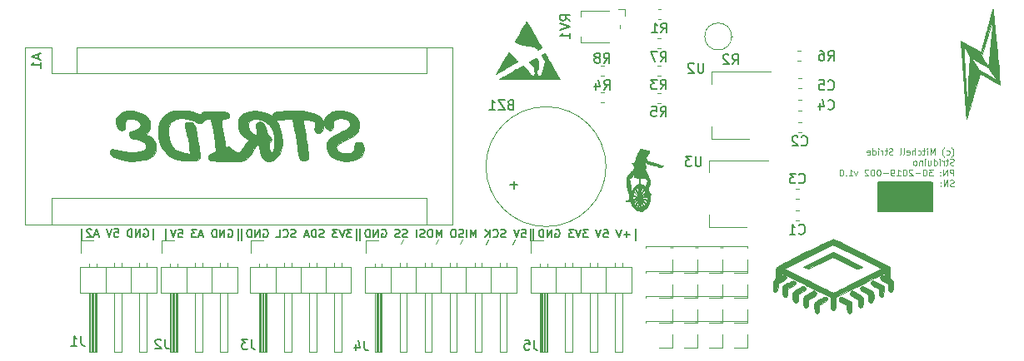
<source format=gbr>
G04 #@! TF.GenerationSoftware,KiCad,Pcbnew,(5.1.4)-1*
G04 #@! TF.CreationDate,2019-11-24T22:27:53-03:30*
G04 #@! TF.ProjectId,Striduino,53747269-6475-4696-9e6f-2e6b69636164,rev?*
G04 #@! TF.SameCoordinates,Original*
G04 #@! TF.FileFunction,Legend,Bot*
G04 #@! TF.FilePolarity,Positive*
%FSLAX46Y46*%
G04 Gerber Fmt 4.6, Leading zero omitted, Abs format (unit mm)*
G04 Created by KiCad (PCBNEW (5.1.4)-1) date 2019-11-24 22:27:53*
%MOMM*%
%LPD*%
G04 APERTURE LIST*
%ADD10C,0.200000*%
%ADD11C,0.120000*%
%ADD12C,0.100000*%
%ADD13C,0.010000*%
%ADD14C,0.150000*%
G04 APERTURE END LIST*
D10*
X112105952Y-138228571D02*
X112105952Y-137085714D01*
X111534523Y-137657142D02*
X110925000Y-137657142D01*
X111229761Y-137961904D02*
X111229761Y-137352380D01*
X110658333Y-137161904D02*
X110391666Y-137961904D01*
X110125000Y-137161904D01*
X108867857Y-137161904D02*
X109248809Y-137161904D01*
X109286904Y-137542857D01*
X109248809Y-137504761D01*
X109172619Y-137466666D01*
X108982142Y-137466666D01*
X108905952Y-137504761D01*
X108867857Y-137542857D01*
X108829761Y-137619047D01*
X108829761Y-137809523D01*
X108867857Y-137885714D01*
X108905952Y-137923809D01*
X108982142Y-137961904D01*
X109172619Y-137961904D01*
X109248809Y-137923809D01*
X109286904Y-137885714D01*
X108601190Y-137161904D02*
X108334523Y-137961904D01*
X108067857Y-137161904D01*
X107267857Y-137161904D02*
X106772619Y-137161904D01*
X107039285Y-137466666D01*
X106925000Y-137466666D01*
X106848809Y-137504761D01*
X106810714Y-137542857D01*
X106772619Y-137619047D01*
X106772619Y-137809523D01*
X106810714Y-137885714D01*
X106848809Y-137923809D01*
X106925000Y-137961904D01*
X107153571Y-137961904D01*
X107229761Y-137923809D01*
X107267857Y-137885714D01*
X106544047Y-137161904D02*
X106277380Y-137961904D01*
X106010714Y-137161904D01*
X105820238Y-137161904D02*
X105325000Y-137161904D01*
X105591666Y-137466666D01*
X105477380Y-137466666D01*
X105401190Y-137504761D01*
X105363095Y-137542857D01*
X105325000Y-137619047D01*
X105325000Y-137809523D01*
X105363095Y-137885714D01*
X105401190Y-137923809D01*
X105477380Y-137961904D01*
X105705952Y-137961904D01*
X105782142Y-137923809D01*
X105820238Y-137885714D01*
X103953571Y-137200000D02*
X104029761Y-137161904D01*
X104144047Y-137161904D01*
X104258333Y-137200000D01*
X104334523Y-137276190D01*
X104372619Y-137352380D01*
X104410714Y-137504761D01*
X104410714Y-137619047D01*
X104372619Y-137771428D01*
X104334523Y-137847619D01*
X104258333Y-137923809D01*
X104144047Y-137961904D01*
X104067857Y-137961904D01*
X103953571Y-137923809D01*
X103915476Y-137885714D01*
X103915476Y-137619047D01*
X104067857Y-137619047D01*
X103572619Y-137961904D02*
X103572619Y-137161904D01*
X103115476Y-137961904D01*
X103115476Y-137161904D01*
X102734523Y-137961904D02*
X102734523Y-137161904D01*
X102544047Y-137161904D01*
X102429761Y-137200000D01*
X102353571Y-137276190D01*
X102315476Y-137352380D01*
X102277380Y-137504761D01*
X102277380Y-137619047D01*
X102315476Y-137771428D01*
X102353571Y-137847619D01*
X102429761Y-137923809D01*
X102544047Y-137961904D01*
X102734523Y-137961904D01*
X101744047Y-138228571D02*
X101744047Y-137085714D01*
D11*
X88275000Y-138600000D02*
X88500000Y-138150000D01*
X91825000Y-138625000D02*
X92050000Y-138175000D01*
X94250000Y-138600000D02*
X94475000Y-138150000D01*
X96900000Y-138650000D02*
X97125000Y-138200000D01*
X99625000Y-138650000D02*
X99850000Y-138200000D01*
D10*
X101485714Y-138228571D02*
X101485714Y-137085714D01*
X100533333Y-137161904D02*
X100914285Y-137161904D01*
X100952380Y-137542857D01*
X100914285Y-137504761D01*
X100838095Y-137466666D01*
X100647619Y-137466666D01*
X100571428Y-137504761D01*
X100533333Y-137542857D01*
X100495238Y-137619047D01*
X100495238Y-137809523D01*
X100533333Y-137885714D01*
X100571428Y-137923809D01*
X100647619Y-137961904D01*
X100838095Y-137961904D01*
X100914285Y-137923809D01*
X100952380Y-137885714D01*
X100266666Y-137161904D02*
X100000000Y-137961904D01*
X99733333Y-137161904D01*
X98895238Y-137923809D02*
X98780952Y-137961904D01*
X98590476Y-137961904D01*
X98514285Y-137923809D01*
X98476190Y-137885714D01*
X98438095Y-137809523D01*
X98438095Y-137733333D01*
X98476190Y-137657142D01*
X98514285Y-137619047D01*
X98590476Y-137580952D01*
X98742857Y-137542857D01*
X98819047Y-137504761D01*
X98857142Y-137466666D01*
X98895238Y-137390476D01*
X98895238Y-137314285D01*
X98857142Y-137238095D01*
X98819047Y-137200000D01*
X98742857Y-137161904D01*
X98552380Y-137161904D01*
X98438095Y-137200000D01*
X97638095Y-137885714D02*
X97676190Y-137923809D01*
X97790476Y-137961904D01*
X97866666Y-137961904D01*
X97980952Y-137923809D01*
X98057142Y-137847619D01*
X98095238Y-137771428D01*
X98133333Y-137619047D01*
X98133333Y-137504761D01*
X98095238Y-137352380D01*
X98057142Y-137276190D01*
X97980952Y-137200000D01*
X97866666Y-137161904D01*
X97790476Y-137161904D01*
X97676190Y-137200000D01*
X97638095Y-137238095D01*
X97295238Y-137961904D02*
X97295238Y-137161904D01*
X96838095Y-137961904D02*
X97180952Y-137504761D01*
X96838095Y-137161904D02*
X97295238Y-137619047D01*
X95885714Y-137961904D02*
X95885714Y-137161904D01*
X95619047Y-137733333D01*
X95352380Y-137161904D01*
X95352380Y-137961904D01*
X94971428Y-137961904D02*
X94971428Y-137161904D01*
X94628571Y-137923809D02*
X94514285Y-137961904D01*
X94323809Y-137961904D01*
X94247619Y-137923809D01*
X94209523Y-137885714D01*
X94171428Y-137809523D01*
X94171428Y-137733333D01*
X94209523Y-137657142D01*
X94247619Y-137619047D01*
X94323809Y-137580952D01*
X94476190Y-137542857D01*
X94552380Y-137504761D01*
X94590476Y-137466666D01*
X94628571Y-137390476D01*
X94628571Y-137314285D01*
X94590476Y-137238095D01*
X94552380Y-137200000D01*
X94476190Y-137161904D01*
X94285714Y-137161904D01*
X94171428Y-137200000D01*
X93676190Y-137161904D02*
X93523809Y-137161904D01*
X93447619Y-137200000D01*
X93371428Y-137276190D01*
X93333333Y-137428571D01*
X93333333Y-137695238D01*
X93371428Y-137847619D01*
X93447619Y-137923809D01*
X93523809Y-137961904D01*
X93676190Y-137961904D01*
X93752380Y-137923809D01*
X93828571Y-137847619D01*
X93866666Y-137695238D01*
X93866666Y-137428571D01*
X93828571Y-137276190D01*
X93752380Y-137200000D01*
X93676190Y-137161904D01*
X92380952Y-137961904D02*
X92380952Y-137161904D01*
X92114285Y-137733333D01*
X91847619Y-137161904D01*
X91847619Y-137961904D01*
X91314285Y-137161904D02*
X91161904Y-137161904D01*
X91085714Y-137200000D01*
X91009523Y-137276190D01*
X90971428Y-137428571D01*
X90971428Y-137695238D01*
X91009523Y-137847619D01*
X91085714Y-137923809D01*
X91161904Y-137961904D01*
X91314285Y-137961904D01*
X91390476Y-137923809D01*
X91466666Y-137847619D01*
X91504761Y-137695238D01*
X91504761Y-137428571D01*
X91466666Y-137276190D01*
X91390476Y-137200000D01*
X91314285Y-137161904D01*
X90666666Y-137923809D02*
X90552380Y-137961904D01*
X90361904Y-137961904D01*
X90285714Y-137923809D01*
X90247619Y-137885714D01*
X90209523Y-137809523D01*
X90209523Y-137733333D01*
X90247619Y-137657142D01*
X90285714Y-137619047D01*
X90361904Y-137580952D01*
X90514285Y-137542857D01*
X90590476Y-137504761D01*
X90628571Y-137466666D01*
X90666666Y-137390476D01*
X90666666Y-137314285D01*
X90628571Y-137238095D01*
X90590476Y-137200000D01*
X90514285Y-137161904D01*
X90323809Y-137161904D01*
X90209523Y-137200000D01*
X89866666Y-137961904D02*
X89866666Y-137161904D01*
X88914285Y-137923809D02*
X88800000Y-137961904D01*
X88609523Y-137961904D01*
X88533333Y-137923809D01*
X88495238Y-137885714D01*
X88457142Y-137809523D01*
X88457142Y-137733333D01*
X88495238Y-137657142D01*
X88533333Y-137619047D01*
X88609523Y-137580952D01*
X88761904Y-137542857D01*
X88838095Y-137504761D01*
X88876190Y-137466666D01*
X88914285Y-137390476D01*
X88914285Y-137314285D01*
X88876190Y-137238095D01*
X88838095Y-137200000D01*
X88761904Y-137161904D01*
X88571428Y-137161904D01*
X88457142Y-137200000D01*
X88152380Y-137923809D02*
X88038095Y-137961904D01*
X87847619Y-137961904D01*
X87771428Y-137923809D01*
X87733333Y-137885714D01*
X87695238Y-137809523D01*
X87695238Y-137733333D01*
X87733333Y-137657142D01*
X87771428Y-137619047D01*
X87847619Y-137580952D01*
X88000000Y-137542857D01*
X88076190Y-137504761D01*
X88114285Y-137466666D01*
X88152380Y-137390476D01*
X88152380Y-137314285D01*
X88114285Y-137238095D01*
X88076190Y-137200000D01*
X88000000Y-137161904D01*
X87809523Y-137161904D01*
X87695238Y-137200000D01*
X86323809Y-137200000D02*
X86400000Y-137161904D01*
X86514285Y-137161904D01*
X86628571Y-137200000D01*
X86704761Y-137276190D01*
X86742857Y-137352380D01*
X86780952Y-137504761D01*
X86780952Y-137619047D01*
X86742857Y-137771428D01*
X86704761Y-137847619D01*
X86628571Y-137923809D01*
X86514285Y-137961904D01*
X86438095Y-137961904D01*
X86323809Y-137923809D01*
X86285714Y-137885714D01*
X86285714Y-137619047D01*
X86438095Y-137619047D01*
X85942857Y-137961904D02*
X85942857Y-137161904D01*
X85485714Y-137961904D01*
X85485714Y-137161904D01*
X85104761Y-137961904D02*
X85104761Y-137161904D01*
X84914285Y-137161904D01*
X84800000Y-137200000D01*
X84723809Y-137276190D01*
X84685714Y-137352380D01*
X84647619Y-137504761D01*
X84647619Y-137619047D01*
X84685714Y-137771428D01*
X84723809Y-137847619D01*
X84800000Y-137923809D01*
X84914285Y-137961904D01*
X85104761Y-137961904D01*
X84114285Y-138228571D02*
X84114285Y-137085714D01*
X83772619Y-138228571D02*
X83772619Y-137085714D01*
X83277380Y-137161904D02*
X82782142Y-137161904D01*
X83048809Y-137466666D01*
X82934523Y-137466666D01*
X82858333Y-137504761D01*
X82820238Y-137542857D01*
X82782142Y-137619047D01*
X82782142Y-137809523D01*
X82820238Y-137885714D01*
X82858333Y-137923809D01*
X82934523Y-137961904D01*
X83163095Y-137961904D01*
X83239285Y-137923809D01*
X83277380Y-137885714D01*
X82553571Y-137161904D02*
X82286904Y-137961904D01*
X82020238Y-137161904D01*
X81829761Y-137161904D02*
X81334523Y-137161904D01*
X81601190Y-137466666D01*
X81486904Y-137466666D01*
X81410714Y-137504761D01*
X81372619Y-137542857D01*
X81334523Y-137619047D01*
X81334523Y-137809523D01*
X81372619Y-137885714D01*
X81410714Y-137923809D01*
X81486904Y-137961904D01*
X81715476Y-137961904D01*
X81791666Y-137923809D01*
X81829761Y-137885714D01*
X80420238Y-137923809D02*
X80305952Y-137961904D01*
X80115476Y-137961904D01*
X80039285Y-137923809D01*
X80001190Y-137885714D01*
X79963095Y-137809523D01*
X79963095Y-137733333D01*
X80001190Y-137657142D01*
X80039285Y-137619047D01*
X80115476Y-137580952D01*
X80267857Y-137542857D01*
X80344047Y-137504761D01*
X80382142Y-137466666D01*
X80420238Y-137390476D01*
X80420238Y-137314285D01*
X80382142Y-137238095D01*
X80344047Y-137200000D01*
X80267857Y-137161904D01*
X80077380Y-137161904D01*
X79963095Y-137200000D01*
X79620238Y-137961904D02*
X79620238Y-137161904D01*
X79429761Y-137161904D01*
X79315476Y-137200000D01*
X79239285Y-137276190D01*
X79201190Y-137352380D01*
X79163095Y-137504761D01*
X79163095Y-137619047D01*
X79201190Y-137771428D01*
X79239285Y-137847619D01*
X79315476Y-137923809D01*
X79429761Y-137961904D01*
X79620238Y-137961904D01*
X78858333Y-137733333D02*
X78477380Y-137733333D01*
X78934523Y-137961904D02*
X78667857Y-137161904D01*
X78401190Y-137961904D01*
X77563095Y-137923809D02*
X77448809Y-137961904D01*
X77258333Y-137961904D01*
X77182142Y-137923809D01*
X77144047Y-137885714D01*
X77105952Y-137809523D01*
X77105952Y-137733333D01*
X77144047Y-137657142D01*
X77182142Y-137619047D01*
X77258333Y-137580952D01*
X77410714Y-137542857D01*
X77486904Y-137504761D01*
X77525000Y-137466666D01*
X77563095Y-137390476D01*
X77563095Y-137314285D01*
X77525000Y-137238095D01*
X77486904Y-137200000D01*
X77410714Y-137161904D01*
X77220238Y-137161904D01*
X77105952Y-137200000D01*
X76305952Y-137885714D02*
X76344047Y-137923809D01*
X76458333Y-137961904D01*
X76534523Y-137961904D01*
X76648809Y-137923809D01*
X76725000Y-137847619D01*
X76763095Y-137771428D01*
X76801190Y-137619047D01*
X76801190Y-137504761D01*
X76763095Y-137352380D01*
X76725000Y-137276190D01*
X76648809Y-137200000D01*
X76534523Y-137161904D01*
X76458333Y-137161904D01*
X76344047Y-137200000D01*
X76305952Y-137238095D01*
X75582142Y-137961904D02*
X75963095Y-137961904D01*
X75963095Y-137161904D01*
X74286904Y-137200000D02*
X74363095Y-137161904D01*
X74477380Y-137161904D01*
X74591666Y-137200000D01*
X74667857Y-137276190D01*
X74705952Y-137352380D01*
X74744047Y-137504761D01*
X74744047Y-137619047D01*
X74705952Y-137771428D01*
X74667857Y-137847619D01*
X74591666Y-137923809D01*
X74477380Y-137961904D01*
X74401190Y-137961904D01*
X74286904Y-137923809D01*
X74248809Y-137885714D01*
X74248809Y-137619047D01*
X74401190Y-137619047D01*
X73905952Y-137961904D02*
X73905952Y-137161904D01*
X73448809Y-137961904D01*
X73448809Y-137161904D01*
X73067857Y-137961904D02*
X73067857Y-137161904D01*
X72877380Y-137161904D01*
X72763095Y-137200000D01*
X72686904Y-137276190D01*
X72648809Y-137352380D01*
X72610714Y-137504761D01*
X72610714Y-137619047D01*
X72648809Y-137771428D01*
X72686904Y-137847619D01*
X72763095Y-137923809D01*
X72877380Y-137961904D01*
X73067857Y-137961904D01*
X72077380Y-138228571D02*
X72077380Y-137085714D01*
X71707142Y-138228571D02*
X71707142Y-137085714D01*
X70716666Y-137200000D02*
X70792857Y-137161904D01*
X70907142Y-137161904D01*
X71021428Y-137200000D01*
X71097619Y-137276190D01*
X71135714Y-137352380D01*
X71173809Y-137504761D01*
X71173809Y-137619047D01*
X71135714Y-137771428D01*
X71097619Y-137847619D01*
X71021428Y-137923809D01*
X70907142Y-137961904D01*
X70830952Y-137961904D01*
X70716666Y-137923809D01*
X70678571Y-137885714D01*
X70678571Y-137619047D01*
X70830952Y-137619047D01*
X70335714Y-137961904D02*
X70335714Y-137161904D01*
X69878571Y-137961904D01*
X69878571Y-137161904D01*
X69497619Y-137961904D02*
X69497619Y-137161904D01*
X69307142Y-137161904D01*
X69192857Y-137200000D01*
X69116666Y-137276190D01*
X69078571Y-137352380D01*
X69040476Y-137504761D01*
X69040476Y-137619047D01*
X69078571Y-137771428D01*
X69116666Y-137847619D01*
X69192857Y-137923809D01*
X69307142Y-137961904D01*
X69497619Y-137961904D01*
X68126190Y-137733333D02*
X67745238Y-137733333D01*
X68202380Y-137961904D02*
X67935714Y-137161904D01*
X67669047Y-137961904D01*
X67478571Y-137161904D02*
X66983333Y-137161904D01*
X67250000Y-137466666D01*
X67135714Y-137466666D01*
X67059523Y-137504761D01*
X67021428Y-137542857D01*
X66983333Y-137619047D01*
X66983333Y-137809523D01*
X67021428Y-137885714D01*
X67059523Y-137923809D01*
X67135714Y-137961904D01*
X67364285Y-137961904D01*
X67440476Y-137923809D01*
X67478571Y-137885714D01*
X65650000Y-137161904D02*
X66030952Y-137161904D01*
X66069047Y-137542857D01*
X66030952Y-137504761D01*
X65954761Y-137466666D01*
X65764285Y-137466666D01*
X65688095Y-137504761D01*
X65650000Y-137542857D01*
X65611904Y-137619047D01*
X65611904Y-137809523D01*
X65650000Y-137885714D01*
X65688095Y-137923809D01*
X65764285Y-137961904D01*
X65954761Y-137961904D01*
X66030952Y-137923809D01*
X66069047Y-137885714D01*
X65383333Y-137161904D02*
X65116666Y-137961904D01*
X64850000Y-137161904D01*
X64392857Y-138228571D02*
X64392857Y-137085714D01*
X63132142Y-138178571D02*
X63132142Y-137035714D01*
X62141666Y-137150000D02*
X62217857Y-137111904D01*
X62332142Y-137111904D01*
X62446428Y-137150000D01*
X62522619Y-137226190D01*
X62560714Y-137302380D01*
X62598809Y-137454761D01*
X62598809Y-137569047D01*
X62560714Y-137721428D01*
X62522619Y-137797619D01*
X62446428Y-137873809D01*
X62332142Y-137911904D01*
X62255952Y-137911904D01*
X62141666Y-137873809D01*
X62103571Y-137835714D01*
X62103571Y-137569047D01*
X62255952Y-137569047D01*
X61760714Y-137911904D02*
X61760714Y-137111904D01*
X61303571Y-137911904D01*
X61303571Y-137111904D01*
X60922619Y-137911904D02*
X60922619Y-137111904D01*
X60732142Y-137111904D01*
X60617857Y-137150000D01*
X60541666Y-137226190D01*
X60503571Y-137302380D01*
X60465476Y-137454761D01*
X60465476Y-137569047D01*
X60503571Y-137721428D01*
X60541666Y-137797619D01*
X60617857Y-137873809D01*
X60732142Y-137911904D01*
X60922619Y-137911904D01*
X59132142Y-137111904D02*
X59513095Y-137111904D01*
X59551190Y-137492857D01*
X59513095Y-137454761D01*
X59436904Y-137416666D01*
X59246428Y-137416666D01*
X59170238Y-137454761D01*
X59132142Y-137492857D01*
X59094047Y-137569047D01*
X59094047Y-137759523D01*
X59132142Y-137835714D01*
X59170238Y-137873809D01*
X59246428Y-137911904D01*
X59436904Y-137911904D01*
X59513095Y-137873809D01*
X59551190Y-137835714D01*
X58865476Y-137111904D02*
X58598809Y-137911904D01*
X58332142Y-137111904D01*
X57494047Y-137683333D02*
X57113095Y-137683333D01*
X57570238Y-137911904D02*
X57303571Y-137111904D01*
X57036904Y-137911904D01*
X56808333Y-137188095D02*
X56770238Y-137150000D01*
X56694047Y-137111904D01*
X56503571Y-137111904D01*
X56427380Y-137150000D01*
X56389285Y-137188095D01*
X56351190Y-137264285D01*
X56351190Y-137340476D01*
X56389285Y-137454761D01*
X56846428Y-137911904D01*
X56351190Y-137911904D01*
X55817857Y-138178571D02*
X55817857Y-137035714D01*
D12*
X144219523Y-129779166D02*
X144250476Y-129748214D01*
X144312380Y-129655357D01*
X144343333Y-129593452D01*
X144374285Y-129500595D01*
X144405238Y-129345833D01*
X144405238Y-129222023D01*
X144374285Y-129067261D01*
X144343333Y-128974404D01*
X144312380Y-128912500D01*
X144250476Y-128819642D01*
X144219523Y-128788690D01*
X143693333Y-129500595D02*
X143755238Y-129531547D01*
X143879047Y-129531547D01*
X143940952Y-129500595D01*
X143971904Y-129469642D01*
X144002857Y-129407738D01*
X144002857Y-129222023D01*
X143971904Y-129160119D01*
X143940952Y-129129166D01*
X143879047Y-129098214D01*
X143755238Y-129098214D01*
X143693333Y-129129166D01*
X143476666Y-129779166D02*
X143445714Y-129748214D01*
X143383809Y-129655357D01*
X143352857Y-129593452D01*
X143321904Y-129500595D01*
X143290952Y-129345833D01*
X143290952Y-129222023D01*
X143321904Y-129067261D01*
X143352857Y-128974404D01*
X143383809Y-128912500D01*
X143445714Y-128819642D01*
X143476666Y-128788690D01*
X142486190Y-129531547D02*
X142486190Y-128881547D01*
X142269523Y-129345833D01*
X142052857Y-128881547D01*
X142052857Y-129531547D01*
X141743333Y-129531547D02*
X141743333Y-129098214D01*
X141743333Y-128881547D02*
X141774285Y-128912500D01*
X141743333Y-128943452D01*
X141712380Y-128912500D01*
X141743333Y-128881547D01*
X141743333Y-128943452D01*
X141526666Y-129098214D02*
X141279047Y-129098214D01*
X141433809Y-128881547D02*
X141433809Y-129438690D01*
X141402857Y-129500595D01*
X141340952Y-129531547D01*
X141279047Y-129531547D01*
X140783809Y-129500595D02*
X140845714Y-129531547D01*
X140969523Y-129531547D01*
X141031428Y-129500595D01*
X141062380Y-129469642D01*
X141093333Y-129407738D01*
X141093333Y-129222023D01*
X141062380Y-129160119D01*
X141031428Y-129129166D01*
X140969523Y-129098214D01*
X140845714Y-129098214D01*
X140783809Y-129129166D01*
X140505238Y-129531547D02*
X140505238Y-128881547D01*
X140226666Y-129531547D02*
X140226666Y-129191071D01*
X140257619Y-129129166D01*
X140319523Y-129098214D01*
X140412380Y-129098214D01*
X140474285Y-129129166D01*
X140505238Y-129160119D01*
X139669523Y-129500595D02*
X139731428Y-129531547D01*
X139855238Y-129531547D01*
X139917142Y-129500595D01*
X139948095Y-129438690D01*
X139948095Y-129191071D01*
X139917142Y-129129166D01*
X139855238Y-129098214D01*
X139731428Y-129098214D01*
X139669523Y-129129166D01*
X139638571Y-129191071D01*
X139638571Y-129252976D01*
X139948095Y-129314880D01*
X139267142Y-129531547D02*
X139329047Y-129500595D01*
X139360000Y-129438690D01*
X139360000Y-128881547D01*
X138926666Y-129531547D02*
X138988571Y-129500595D01*
X139019523Y-129438690D01*
X139019523Y-128881547D01*
X138214761Y-129500595D02*
X138121904Y-129531547D01*
X137967142Y-129531547D01*
X137905238Y-129500595D01*
X137874285Y-129469642D01*
X137843333Y-129407738D01*
X137843333Y-129345833D01*
X137874285Y-129283928D01*
X137905238Y-129252976D01*
X137967142Y-129222023D01*
X138090952Y-129191071D01*
X138152857Y-129160119D01*
X138183809Y-129129166D01*
X138214761Y-129067261D01*
X138214761Y-129005357D01*
X138183809Y-128943452D01*
X138152857Y-128912500D01*
X138090952Y-128881547D01*
X137936190Y-128881547D01*
X137843333Y-128912500D01*
X137657619Y-129098214D02*
X137410000Y-129098214D01*
X137564761Y-128881547D02*
X137564761Y-129438690D01*
X137533809Y-129500595D01*
X137471904Y-129531547D01*
X137410000Y-129531547D01*
X137193333Y-129531547D02*
X137193333Y-129098214D01*
X137193333Y-129222023D02*
X137162380Y-129160119D01*
X137131428Y-129129166D01*
X137069523Y-129098214D01*
X137007619Y-129098214D01*
X136790952Y-129531547D02*
X136790952Y-129098214D01*
X136790952Y-128881547D02*
X136821904Y-128912500D01*
X136790952Y-128943452D01*
X136760000Y-128912500D01*
X136790952Y-128881547D01*
X136790952Y-128943452D01*
X136202857Y-129531547D02*
X136202857Y-128881547D01*
X136202857Y-129500595D02*
X136264761Y-129531547D01*
X136388571Y-129531547D01*
X136450476Y-129500595D01*
X136481428Y-129469642D01*
X136512380Y-129407738D01*
X136512380Y-129222023D01*
X136481428Y-129160119D01*
X136450476Y-129129166D01*
X136388571Y-129098214D01*
X136264761Y-129098214D01*
X136202857Y-129129166D01*
X135645714Y-129500595D02*
X135707619Y-129531547D01*
X135831428Y-129531547D01*
X135893333Y-129500595D01*
X135924285Y-129438690D01*
X135924285Y-129191071D01*
X135893333Y-129129166D01*
X135831428Y-129098214D01*
X135707619Y-129098214D01*
X135645714Y-129129166D01*
X135614761Y-129191071D01*
X135614761Y-129252976D01*
X135924285Y-129314880D01*
X144436190Y-130575595D02*
X144343333Y-130606547D01*
X144188571Y-130606547D01*
X144126666Y-130575595D01*
X144095714Y-130544642D01*
X144064761Y-130482738D01*
X144064761Y-130420833D01*
X144095714Y-130358928D01*
X144126666Y-130327976D01*
X144188571Y-130297023D01*
X144312380Y-130266071D01*
X144374285Y-130235119D01*
X144405238Y-130204166D01*
X144436190Y-130142261D01*
X144436190Y-130080357D01*
X144405238Y-130018452D01*
X144374285Y-129987500D01*
X144312380Y-129956547D01*
X144157619Y-129956547D01*
X144064761Y-129987500D01*
X143879047Y-130173214D02*
X143631428Y-130173214D01*
X143786190Y-129956547D02*
X143786190Y-130513690D01*
X143755238Y-130575595D01*
X143693333Y-130606547D01*
X143631428Y-130606547D01*
X143414761Y-130606547D02*
X143414761Y-130173214D01*
X143414761Y-130297023D02*
X143383809Y-130235119D01*
X143352857Y-130204166D01*
X143290952Y-130173214D01*
X143229047Y-130173214D01*
X143012380Y-130606547D02*
X143012380Y-130173214D01*
X143012380Y-129956547D02*
X143043333Y-129987500D01*
X143012380Y-130018452D01*
X142981428Y-129987500D01*
X143012380Y-129956547D01*
X143012380Y-130018452D01*
X142424285Y-130606547D02*
X142424285Y-129956547D01*
X142424285Y-130575595D02*
X142486190Y-130606547D01*
X142610000Y-130606547D01*
X142671904Y-130575595D01*
X142702857Y-130544642D01*
X142733809Y-130482738D01*
X142733809Y-130297023D01*
X142702857Y-130235119D01*
X142671904Y-130204166D01*
X142610000Y-130173214D01*
X142486190Y-130173214D01*
X142424285Y-130204166D01*
X141836190Y-130173214D02*
X141836190Y-130606547D01*
X142114761Y-130173214D02*
X142114761Y-130513690D01*
X142083809Y-130575595D01*
X142021904Y-130606547D01*
X141929047Y-130606547D01*
X141867142Y-130575595D01*
X141836190Y-130544642D01*
X141526666Y-130606547D02*
X141526666Y-130173214D01*
X141526666Y-129956547D02*
X141557619Y-129987500D01*
X141526666Y-130018452D01*
X141495714Y-129987500D01*
X141526666Y-129956547D01*
X141526666Y-130018452D01*
X141217142Y-130173214D02*
X141217142Y-130606547D01*
X141217142Y-130235119D02*
X141186190Y-130204166D01*
X141124285Y-130173214D01*
X141031428Y-130173214D01*
X140969523Y-130204166D01*
X140938571Y-130266071D01*
X140938571Y-130606547D01*
X140536190Y-130606547D02*
X140598095Y-130575595D01*
X140629047Y-130544642D01*
X140660000Y-130482738D01*
X140660000Y-130297023D01*
X140629047Y-130235119D01*
X140598095Y-130204166D01*
X140536190Y-130173214D01*
X140443333Y-130173214D01*
X140381428Y-130204166D01*
X140350476Y-130235119D01*
X140319523Y-130297023D01*
X140319523Y-130482738D01*
X140350476Y-130544642D01*
X140381428Y-130575595D01*
X140443333Y-130606547D01*
X140536190Y-130606547D01*
X144405238Y-131681547D02*
X144405238Y-131031547D01*
X144157619Y-131031547D01*
X144095714Y-131062500D01*
X144064761Y-131093452D01*
X144033809Y-131155357D01*
X144033809Y-131248214D01*
X144064761Y-131310119D01*
X144095714Y-131341071D01*
X144157619Y-131372023D01*
X144405238Y-131372023D01*
X143755238Y-131681547D02*
X143755238Y-131031547D01*
X143383809Y-131681547D01*
X143383809Y-131031547D01*
X143074285Y-131619642D02*
X143043333Y-131650595D01*
X143074285Y-131681547D01*
X143105238Y-131650595D01*
X143074285Y-131619642D01*
X143074285Y-131681547D01*
X143074285Y-131279166D02*
X143043333Y-131310119D01*
X143074285Y-131341071D01*
X143105238Y-131310119D01*
X143074285Y-131279166D01*
X143074285Y-131341071D01*
X142331428Y-131031547D02*
X141929047Y-131031547D01*
X142145714Y-131279166D01*
X142052857Y-131279166D01*
X141990952Y-131310119D01*
X141960000Y-131341071D01*
X141929047Y-131402976D01*
X141929047Y-131557738D01*
X141960000Y-131619642D01*
X141990952Y-131650595D01*
X142052857Y-131681547D01*
X142238571Y-131681547D01*
X142300476Y-131650595D01*
X142331428Y-131619642D01*
X141526666Y-131031547D02*
X141464761Y-131031547D01*
X141402857Y-131062500D01*
X141371904Y-131093452D01*
X141340952Y-131155357D01*
X141310000Y-131279166D01*
X141310000Y-131433928D01*
X141340952Y-131557738D01*
X141371904Y-131619642D01*
X141402857Y-131650595D01*
X141464761Y-131681547D01*
X141526666Y-131681547D01*
X141588571Y-131650595D01*
X141619523Y-131619642D01*
X141650476Y-131557738D01*
X141681428Y-131433928D01*
X141681428Y-131279166D01*
X141650476Y-131155357D01*
X141619523Y-131093452D01*
X141588571Y-131062500D01*
X141526666Y-131031547D01*
X141031428Y-131433928D02*
X140536190Y-131433928D01*
X140257619Y-131093452D02*
X140226666Y-131062500D01*
X140164761Y-131031547D01*
X140010000Y-131031547D01*
X139948095Y-131062500D01*
X139917142Y-131093452D01*
X139886190Y-131155357D01*
X139886190Y-131217261D01*
X139917142Y-131310119D01*
X140288571Y-131681547D01*
X139886190Y-131681547D01*
X139483809Y-131031547D02*
X139421904Y-131031547D01*
X139360000Y-131062500D01*
X139329047Y-131093452D01*
X139298095Y-131155357D01*
X139267142Y-131279166D01*
X139267142Y-131433928D01*
X139298095Y-131557738D01*
X139329047Y-131619642D01*
X139360000Y-131650595D01*
X139421904Y-131681547D01*
X139483809Y-131681547D01*
X139545714Y-131650595D01*
X139576666Y-131619642D01*
X139607619Y-131557738D01*
X139638571Y-131433928D01*
X139638571Y-131279166D01*
X139607619Y-131155357D01*
X139576666Y-131093452D01*
X139545714Y-131062500D01*
X139483809Y-131031547D01*
X138648095Y-131681547D02*
X139019523Y-131681547D01*
X138833809Y-131681547D02*
X138833809Y-131031547D01*
X138895714Y-131124404D01*
X138957619Y-131186309D01*
X139019523Y-131217261D01*
X138338571Y-131681547D02*
X138214761Y-131681547D01*
X138152857Y-131650595D01*
X138121904Y-131619642D01*
X138060000Y-131526785D01*
X138029047Y-131402976D01*
X138029047Y-131155357D01*
X138060000Y-131093452D01*
X138090952Y-131062500D01*
X138152857Y-131031547D01*
X138276666Y-131031547D01*
X138338571Y-131062500D01*
X138369523Y-131093452D01*
X138400476Y-131155357D01*
X138400476Y-131310119D01*
X138369523Y-131372023D01*
X138338571Y-131402976D01*
X138276666Y-131433928D01*
X138152857Y-131433928D01*
X138090952Y-131402976D01*
X138060000Y-131372023D01*
X138029047Y-131310119D01*
X137750476Y-131433928D02*
X137255238Y-131433928D01*
X136821904Y-131031547D02*
X136760000Y-131031547D01*
X136698095Y-131062500D01*
X136667142Y-131093452D01*
X136636190Y-131155357D01*
X136605238Y-131279166D01*
X136605238Y-131433928D01*
X136636190Y-131557738D01*
X136667142Y-131619642D01*
X136698095Y-131650595D01*
X136760000Y-131681547D01*
X136821904Y-131681547D01*
X136883809Y-131650595D01*
X136914761Y-131619642D01*
X136945714Y-131557738D01*
X136976666Y-131433928D01*
X136976666Y-131279166D01*
X136945714Y-131155357D01*
X136914761Y-131093452D01*
X136883809Y-131062500D01*
X136821904Y-131031547D01*
X136202857Y-131031547D02*
X136140952Y-131031547D01*
X136079047Y-131062500D01*
X136048095Y-131093452D01*
X136017142Y-131155357D01*
X135986190Y-131279166D01*
X135986190Y-131433928D01*
X136017142Y-131557738D01*
X136048095Y-131619642D01*
X136079047Y-131650595D01*
X136140952Y-131681547D01*
X136202857Y-131681547D01*
X136264761Y-131650595D01*
X136295714Y-131619642D01*
X136326666Y-131557738D01*
X136357619Y-131433928D01*
X136357619Y-131279166D01*
X136326666Y-131155357D01*
X136295714Y-131093452D01*
X136264761Y-131062500D01*
X136202857Y-131031547D01*
X135738571Y-131093452D02*
X135707619Y-131062500D01*
X135645714Y-131031547D01*
X135490952Y-131031547D01*
X135429047Y-131062500D01*
X135398095Y-131093452D01*
X135367142Y-131155357D01*
X135367142Y-131217261D01*
X135398095Y-131310119D01*
X135769523Y-131681547D01*
X135367142Y-131681547D01*
X134655238Y-131248214D02*
X134500476Y-131681547D01*
X134345714Y-131248214D01*
X133757619Y-131681547D02*
X134129047Y-131681547D01*
X133943333Y-131681547D02*
X133943333Y-131031547D01*
X134005238Y-131124404D01*
X134067142Y-131186309D01*
X134129047Y-131217261D01*
X133479047Y-131619642D02*
X133448095Y-131650595D01*
X133479047Y-131681547D01*
X133510000Y-131650595D01*
X133479047Y-131619642D01*
X133479047Y-131681547D01*
X133045714Y-131031547D02*
X132983809Y-131031547D01*
X132921904Y-131062500D01*
X132890952Y-131093452D01*
X132860000Y-131155357D01*
X132829047Y-131279166D01*
X132829047Y-131433928D01*
X132860000Y-131557738D01*
X132890952Y-131619642D01*
X132921904Y-131650595D01*
X132983809Y-131681547D01*
X133045714Y-131681547D01*
X133107619Y-131650595D01*
X133138571Y-131619642D01*
X133169523Y-131557738D01*
X133200476Y-131433928D01*
X133200476Y-131279166D01*
X133169523Y-131155357D01*
X133138571Y-131093452D01*
X133107619Y-131062500D01*
X133045714Y-131031547D01*
X144436190Y-132725595D02*
X144343333Y-132756547D01*
X144188571Y-132756547D01*
X144126666Y-132725595D01*
X144095714Y-132694642D01*
X144064761Y-132632738D01*
X144064761Y-132570833D01*
X144095714Y-132508928D01*
X144126666Y-132477976D01*
X144188571Y-132447023D01*
X144312380Y-132416071D01*
X144374285Y-132385119D01*
X144405238Y-132354166D01*
X144436190Y-132292261D01*
X144436190Y-132230357D01*
X144405238Y-132168452D01*
X144374285Y-132137500D01*
X144312380Y-132106547D01*
X144157619Y-132106547D01*
X144064761Y-132137500D01*
X143786190Y-132756547D02*
X143786190Y-132106547D01*
X143414761Y-132756547D01*
X143414761Y-132106547D01*
X143105238Y-132694642D02*
X143074285Y-132725595D01*
X143105238Y-132756547D01*
X143136190Y-132725595D01*
X143105238Y-132694642D01*
X143105238Y-132756547D01*
X143105238Y-132354166D02*
X143074285Y-132385119D01*
X143105238Y-132416071D01*
X143136190Y-132385119D01*
X143105238Y-132354166D01*
X143105238Y-132416071D01*
D11*
X120790000Y-146490000D02*
X123450000Y-146490000D01*
X120790000Y-146610000D02*
X120790000Y-146490000D01*
X123450000Y-146610000D02*
X123450000Y-146490000D01*
X123450000Y-149150000D02*
X123450000Y-147820000D01*
X122120000Y-149150000D02*
X123450000Y-149150000D01*
X118250000Y-146490000D02*
X120910000Y-146490000D01*
X118250000Y-146610000D02*
X118250000Y-146490000D01*
X120910000Y-146610000D02*
X120910000Y-146490000D01*
X120910000Y-149150000D02*
X120910000Y-147820000D01*
X119580000Y-149150000D02*
X120910000Y-149150000D01*
X115710000Y-146490000D02*
X118370000Y-146490000D01*
X115710000Y-146610000D02*
X115710000Y-146490000D01*
X118370000Y-146610000D02*
X118370000Y-146490000D01*
X118370000Y-149150000D02*
X118370000Y-147820000D01*
X117040000Y-149150000D02*
X118370000Y-149150000D01*
X113170000Y-146490000D02*
X115830000Y-146490000D01*
X113170000Y-146610000D02*
X113170000Y-146490000D01*
X115830000Y-146610000D02*
X115830000Y-146490000D01*
X115830000Y-149150000D02*
X115830000Y-147820000D01*
X114500000Y-149150000D02*
X115830000Y-149150000D01*
X120790000Y-143950000D02*
X123450000Y-143950000D01*
X120790000Y-144070000D02*
X120790000Y-143950000D01*
X123450000Y-144070000D02*
X123450000Y-143950000D01*
X123450000Y-146610000D02*
X123450000Y-145280000D01*
X122120000Y-146610000D02*
X123450000Y-146610000D01*
X118250000Y-143950000D02*
X120910000Y-143950000D01*
X118250000Y-144070000D02*
X118250000Y-143950000D01*
X120910000Y-144070000D02*
X120910000Y-143950000D01*
X120910000Y-146610000D02*
X120910000Y-145280000D01*
X119580000Y-146610000D02*
X120910000Y-146610000D01*
X115710000Y-143950000D02*
X118370000Y-143950000D01*
X115710000Y-144070000D02*
X115710000Y-143950000D01*
X118370000Y-144070000D02*
X118370000Y-143950000D01*
X118370000Y-146610000D02*
X118370000Y-145280000D01*
X117040000Y-146610000D02*
X118370000Y-146610000D01*
X113170000Y-143950000D02*
X115830000Y-143950000D01*
X113170000Y-144070000D02*
X113170000Y-143950000D01*
X115830000Y-144070000D02*
X115830000Y-143950000D01*
X115830000Y-146610000D02*
X115830000Y-145280000D01*
X114500000Y-146610000D02*
X115830000Y-146610000D01*
X120790000Y-141410000D02*
X123450000Y-141410000D01*
X120790000Y-141530000D02*
X120790000Y-141410000D01*
X123450000Y-141530000D02*
X123450000Y-141410000D01*
X123450000Y-144070000D02*
X123450000Y-142740000D01*
X122120000Y-144070000D02*
X123450000Y-144070000D01*
X118250000Y-141410000D02*
X120910000Y-141410000D01*
X118250000Y-141530000D02*
X118250000Y-141410000D01*
X120910000Y-141530000D02*
X120910000Y-141410000D01*
X120910000Y-144070000D02*
X120910000Y-142740000D01*
X119580000Y-144070000D02*
X120910000Y-144070000D01*
X115710000Y-141410000D02*
X118370000Y-141410000D01*
X115710000Y-141530000D02*
X115710000Y-141410000D01*
X118370000Y-141530000D02*
X118370000Y-141410000D01*
X118370000Y-144070000D02*
X118370000Y-142740000D01*
X117040000Y-144070000D02*
X118370000Y-144070000D01*
X113170000Y-141410000D02*
X115830000Y-141410000D01*
X113170000Y-141530000D02*
X113170000Y-141410000D01*
X115830000Y-141530000D02*
X115830000Y-141410000D01*
X115830000Y-144070000D02*
X115830000Y-142740000D01*
X114500000Y-144070000D02*
X115830000Y-144070000D01*
X120790000Y-138870000D02*
X123450000Y-138870000D01*
X120790000Y-138990000D02*
X120790000Y-138870000D01*
X123450000Y-138990000D02*
X123450000Y-138870000D01*
X123450000Y-141530000D02*
X123450000Y-140200000D01*
X122120000Y-141530000D02*
X123450000Y-141530000D01*
X118250000Y-138870000D02*
X120910000Y-138870000D01*
X118250000Y-138990000D02*
X118250000Y-138870000D01*
X120910000Y-138990000D02*
X120910000Y-138870000D01*
X120910000Y-141530000D02*
X120910000Y-140200000D01*
X119580000Y-141530000D02*
X120910000Y-141530000D01*
X115710000Y-138870000D02*
X118370000Y-138870000D01*
X115710000Y-138990000D02*
X115710000Y-138870000D01*
X118370000Y-138990000D02*
X118370000Y-138870000D01*
X118370000Y-141530000D02*
X118370000Y-140200000D01*
X117040000Y-141530000D02*
X118370000Y-141530000D01*
X114500000Y-141530000D02*
X115830000Y-141530000D01*
X115830000Y-141530000D02*
X115830000Y-140200000D01*
X115830000Y-138990000D02*
X115830000Y-138870000D01*
X113170000Y-138990000D02*
X113170000Y-138870000D01*
X113170000Y-138870000D02*
X115830000Y-138870000D01*
X55270000Y-121270000D02*
X52730000Y-121270000D01*
X52730000Y-121270000D02*
X52730000Y-118600000D01*
X55270000Y-118600000D02*
X93500000Y-118600000D01*
X50060000Y-118600000D02*
X52730000Y-118600000D01*
X52730000Y-133970000D02*
X52730000Y-136640000D01*
X52730000Y-133970000D02*
X90830000Y-133970000D01*
X90830000Y-133970000D02*
X90830000Y-136640000D01*
X55270000Y-121270000D02*
X55270000Y-118600000D01*
X55270000Y-121270000D02*
X90830000Y-121270000D01*
X90830000Y-121270000D02*
X90830000Y-118600000D01*
X93500000Y-118600000D02*
X93500000Y-136640000D01*
X93500000Y-136640000D02*
X50060000Y-136640000D01*
X50060000Y-136640000D02*
X50060000Y-118600000D01*
X128374721Y-135240000D02*
X128700279Y-135240000D01*
X128374721Y-136260000D02*
X128700279Y-136260000D01*
X128624721Y-127260000D02*
X128950279Y-127260000D01*
X128624721Y-126240000D02*
X128950279Y-126240000D01*
X128374721Y-134010000D02*
X128700279Y-134010000D01*
X128374721Y-132990000D02*
X128700279Y-132990000D01*
X128624721Y-125010000D02*
X128950279Y-125010000D01*
X128624721Y-123990000D02*
X128950279Y-123990000D01*
X128624722Y-121740000D02*
X128950280Y-121740000D01*
X128624722Y-122760000D02*
X128950280Y-122760000D01*
X55670000Y-140940000D02*
X63410000Y-140940000D01*
X63410000Y-140940000D02*
X63410000Y-143600000D01*
X63410000Y-143600000D02*
X55670000Y-143600000D01*
X55670000Y-143600000D02*
X55670000Y-140940000D01*
X56620000Y-143600000D02*
X56620000Y-149600000D01*
X56620000Y-149600000D02*
X57380000Y-149600000D01*
X57380000Y-149600000D02*
X57380000Y-143600000D01*
X56680000Y-143600000D02*
X56680000Y-149600000D01*
X56800000Y-143600000D02*
X56800000Y-149600000D01*
X56920000Y-143600000D02*
X56920000Y-149600000D01*
X57040000Y-143600000D02*
X57040000Y-149600000D01*
X57160000Y-143600000D02*
X57160000Y-149600000D01*
X57280000Y-143600000D02*
X57280000Y-149600000D01*
X56620000Y-140610000D02*
X56620000Y-140940000D01*
X57380000Y-140610000D02*
X57380000Y-140940000D01*
X58270000Y-140940000D02*
X58270000Y-143600000D01*
X59160000Y-143600000D02*
X59160000Y-149600000D01*
X59160000Y-149600000D02*
X59920000Y-149600000D01*
X59920000Y-149600000D02*
X59920000Y-143600000D01*
X59160000Y-140542929D02*
X59160000Y-140940000D01*
X59920000Y-140542929D02*
X59920000Y-140940000D01*
X60810000Y-140940000D02*
X60810000Y-143600000D01*
X61700000Y-143600000D02*
X61700000Y-149600000D01*
X61700000Y-149600000D02*
X62460000Y-149600000D01*
X62460000Y-149600000D02*
X62460000Y-143600000D01*
X61700000Y-140542929D02*
X61700000Y-140940000D01*
X62460000Y-140542929D02*
X62460000Y-140940000D01*
X57000000Y-138230000D02*
X55730000Y-138230000D01*
X55730000Y-138230000D02*
X55730000Y-139500000D01*
X63940000Y-138230000D02*
X63940000Y-139500000D01*
X65210000Y-138230000D02*
X63940000Y-138230000D01*
X70670000Y-140542929D02*
X70670000Y-140940000D01*
X69910000Y-140542929D02*
X69910000Y-140940000D01*
X70670000Y-149600000D02*
X70670000Y-143600000D01*
X69910000Y-149600000D02*
X70670000Y-149600000D01*
X69910000Y-143600000D02*
X69910000Y-149600000D01*
X69020000Y-140940000D02*
X69020000Y-143600000D01*
X68130000Y-140542929D02*
X68130000Y-140940000D01*
X67370000Y-140542929D02*
X67370000Y-140940000D01*
X68130000Y-149600000D02*
X68130000Y-143600000D01*
X67370000Y-149600000D02*
X68130000Y-149600000D01*
X67370000Y-143600000D02*
X67370000Y-149600000D01*
X66480000Y-140940000D02*
X66480000Y-143600000D01*
X65590000Y-140610000D02*
X65590000Y-140940000D01*
X64830000Y-140610000D02*
X64830000Y-140940000D01*
X65490000Y-143600000D02*
X65490000Y-149600000D01*
X65370000Y-143600000D02*
X65370000Y-149600000D01*
X65250000Y-143600000D02*
X65250000Y-149600000D01*
X65130000Y-143600000D02*
X65130000Y-149600000D01*
X65010000Y-143600000D02*
X65010000Y-149600000D01*
X64890000Y-143600000D02*
X64890000Y-149600000D01*
X65590000Y-149600000D02*
X65590000Y-143600000D01*
X64830000Y-149600000D02*
X65590000Y-149600000D01*
X64830000Y-143600000D02*
X64830000Y-149600000D01*
X63880000Y-143600000D02*
X63880000Y-140940000D01*
X71620000Y-143600000D02*
X63880000Y-143600000D01*
X71620000Y-140940000D02*
X71620000Y-143600000D01*
X63880000Y-140940000D02*
X71620000Y-140940000D01*
X114374722Y-114740000D02*
X114700280Y-114740000D01*
X114374722Y-115760000D02*
X114700280Y-115760000D01*
X114299721Y-121509999D02*
X114625279Y-121509999D01*
X114299721Y-120489999D02*
X114625279Y-120489999D01*
X108900279Y-123215000D02*
X108574721Y-123215000D01*
X108900279Y-124235000D02*
X108574721Y-124235000D01*
X114299721Y-123240000D02*
X114625279Y-123240000D01*
X114299721Y-124260000D02*
X114625279Y-124260000D01*
X128549720Y-120010000D02*
X128875278Y-120010000D01*
X128549720Y-118990000D02*
X128875278Y-118990000D01*
X114299721Y-117674999D02*
X114625279Y-117674999D01*
X114299721Y-118694999D02*
X114625279Y-118694999D01*
X108875278Y-120490000D02*
X108549720Y-120490000D01*
X108875278Y-121510000D02*
X108549720Y-121510000D01*
X119840000Y-127910000D02*
X119840000Y-126650000D01*
X119840000Y-121090000D02*
X119840000Y-122350000D01*
X123600000Y-127910000D02*
X119840000Y-127910000D01*
X125850000Y-121090000D02*
X119840000Y-121090000D01*
X125600000Y-130090000D02*
X119590000Y-130090000D01*
X123350000Y-136910000D02*
X119590000Y-136910000D01*
X119590000Y-130090000D02*
X119590000Y-131350000D01*
X119590000Y-136910000D02*
X119590000Y-135650000D01*
X109100000Y-130750000D02*
G75*
G03X109100000Y-130750000I-6100000J0D01*
G01*
X84630000Y-140940000D02*
X99990000Y-140940000D01*
X99990000Y-140940000D02*
X99990000Y-143600000D01*
X99990000Y-143600000D02*
X84630000Y-143600000D01*
X84630000Y-143600000D02*
X84630000Y-140940000D01*
X85580000Y-143600000D02*
X85580000Y-149600000D01*
X85580000Y-149600000D02*
X86340000Y-149600000D01*
X86340000Y-149600000D02*
X86340000Y-143600000D01*
X85640000Y-143600000D02*
X85640000Y-149600000D01*
X85760000Y-143600000D02*
X85760000Y-149600000D01*
X85880000Y-143600000D02*
X85880000Y-149600000D01*
X86000000Y-143600000D02*
X86000000Y-149600000D01*
X86120000Y-143600000D02*
X86120000Y-149600000D01*
X86240000Y-143600000D02*
X86240000Y-149600000D01*
X85580000Y-140610000D02*
X85580000Y-140940000D01*
X86340000Y-140610000D02*
X86340000Y-140940000D01*
X87230000Y-140940000D02*
X87230000Y-143600000D01*
X88120000Y-143600000D02*
X88120000Y-149600000D01*
X88120000Y-149600000D02*
X88880000Y-149600000D01*
X88880000Y-149600000D02*
X88880000Y-143600000D01*
X88120000Y-140542929D02*
X88120000Y-140940000D01*
X88880000Y-140542929D02*
X88880000Y-140940000D01*
X89770000Y-140940000D02*
X89770000Y-143600000D01*
X90660000Y-143600000D02*
X90660000Y-149600000D01*
X90660000Y-149600000D02*
X91420000Y-149600000D01*
X91420000Y-149600000D02*
X91420000Y-143600000D01*
X90660000Y-140542929D02*
X90660000Y-140940000D01*
X91420000Y-140542929D02*
X91420000Y-140940000D01*
X92310000Y-140940000D02*
X92310000Y-143600000D01*
X93200000Y-143600000D02*
X93200000Y-149600000D01*
X93200000Y-149600000D02*
X93960000Y-149600000D01*
X93960000Y-149600000D02*
X93960000Y-143600000D01*
X93200000Y-140542929D02*
X93200000Y-140940000D01*
X93960000Y-140542929D02*
X93960000Y-140940000D01*
X94850000Y-140940000D02*
X94850000Y-143600000D01*
X95740000Y-143600000D02*
X95740000Y-149600000D01*
X95740000Y-149600000D02*
X96500000Y-149600000D01*
X96500000Y-149600000D02*
X96500000Y-143600000D01*
X95740000Y-140542929D02*
X95740000Y-140940000D01*
X96500000Y-140542929D02*
X96500000Y-140940000D01*
X97390000Y-140940000D02*
X97390000Y-143600000D01*
X98280000Y-143600000D02*
X98280000Y-149600000D01*
X98280000Y-149600000D02*
X99040000Y-149600000D01*
X99040000Y-149600000D02*
X99040000Y-143600000D01*
X98280000Y-140542929D02*
X98280000Y-140940000D01*
X99040000Y-140542929D02*
X99040000Y-140940000D01*
X85960000Y-138230000D02*
X84690000Y-138230000D01*
X84690000Y-138230000D02*
X84690000Y-139500000D01*
X72920000Y-140940000D02*
X83200000Y-140940000D01*
X83200000Y-140940000D02*
X83200000Y-143600000D01*
X83200000Y-143600000D02*
X72920000Y-143600000D01*
X72920000Y-143600000D02*
X72920000Y-140940000D01*
X73870000Y-143600000D02*
X73870000Y-149600000D01*
X73870000Y-149600000D02*
X74630000Y-149600000D01*
X74630000Y-149600000D02*
X74630000Y-143600000D01*
X73930000Y-143600000D02*
X73930000Y-149600000D01*
X74050000Y-143600000D02*
X74050000Y-149600000D01*
X74170000Y-143600000D02*
X74170000Y-149600000D01*
X74290000Y-143600000D02*
X74290000Y-149600000D01*
X74410000Y-143600000D02*
X74410000Y-149600000D01*
X74530000Y-143600000D02*
X74530000Y-149600000D01*
X73870000Y-140610000D02*
X73870000Y-140940000D01*
X74630000Y-140610000D02*
X74630000Y-140940000D01*
X75520000Y-140940000D02*
X75520000Y-143600000D01*
X76410000Y-143600000D02*
X76410000Y-149600000D01*
X76410000Y-149600000D02*
X77170000Y-149600000D01*
X77170000Y-149600000D02*
X77170000Y-143600000D01*
X76410000Y-140542929D02*
X76410000Y-140940000D01*
X77170000Y-140542929D02*
X77170000Y-140940000D01*
X78060000Y-140940000D02*
X78060000Y-143600000D01*
X78950000Y-143600000D02*
X78950000Y-149600000D01*
X78950000Y-149600000D02*
X79710000Y-149600000D01*
X79710000Y-149600000D02*
X79710000Y-143600000D01*
X78950000Y-140542929D02*
X78950000Y-140940000D01*
X79710000Y-140542929D02*
X79710000Y-140940000D01*
X80600000Y-140940000D02*
X80600000Y-143600000D01*
X81490000Y-143600000D02*
X81490000Y-149600000D01*
X81490000Y-149600000D02*
X82250000Y-149600000D01*
X82250000Y-149600000D02*
X82250000Y-143600000D01*
X81490000Y-140542929D02*
X81490000Y-140940000D01*
X82250000Y-140542929D02*
X82250000Y-140940000D01*
X74250000Y-138230000D02*
X72980000Y-138230000D01*
X72980000Y-138230000D02*
X72980000Y-139500000D01*
X101480000Y-138230000D02*
X101480000Y-139500000D01*
X102750000Y-138230000D02*
X101480000Y-138230000D01*
X110750000Y-140542929D02*
X110750000Y-140940000D01*
X109990000Y-140542929D02*
X109990000Y-140940000D01*
X110750000Y-149600000D02*
X110750000Y-143600000D01*
X109990000Y-149600000D02*
X110750000Y-149600000D01*
X109990000Y-143600000D02*
X109990000Y-149600000D01*
X109100000Y-140940000D02*
X109100000Y-143600000D01*
X108210000Y-140542929D02*
X108210000Y-140940000D01*
X107450000Y-140542929D02*
X107450000Y-140940000D01*
X108210000Y-149600000D02*
X108210000Y-143600000D01*
X107450000Y-149600000D02*
X108210000Y-149600000D01*
X107450000Y-143600000D02*
X107450000Y-149600000D01*
X106560000Y-140940000D02*
X106560000Y-143600000D01*
X105670000Y-140542929D02*
X105670000Y-140940000D01*
X104910000Y-140542929D02*
X104910000Y-140940000D01*
X105670000Y-149600000D02*
X105670000Y-143600000D01*
X104910000Y-149600000D02*
X105670000Y-149600000D01*
X104910000Y-143600000D02*
X104910000Y-149600000D01*
X104020000Y-140940000D02*
X104020000Y-143600000D01*
X103130000Y-140610000D02*
X103130000Y-140940000D01*
X102370000Y-140610000D02*
X102370000Y-140940000D01*
X103030000Y-143600000D02*
X103030000Y-149600000D01*
X102910000Y-143600000D02*
X102910000Y-149600000D01*
X102790000Y-143600000D02*
X102790000Y-149600000D01*
X102670000Y-143600000D02*
X102670000Y-149600000D01*
X102550000Y-143600000D02*
X102550000Y-149600000D01*
X102430000Y-143600000D02*
X102430000Y-149600000D01*
X103130000Y-149600000D02*
X103130000Y-143600000D01*
X102370000Y-149600000D02*
X103130000Y-149600000D01*
X102370000Y-143600000D02*
X102370000Y-149600000D01*
X101420000Y-143600000D02*
X101420000Y-140940000D01*
X111700000Y-143600000D02*
X101420000Y-143600000D01*
X111700000Y-140940000D02*
X111700000Y-143600000D01*
X101420000Y-140940000D02*
X111700000Y-140940000D01*
X121870000Y-117500000D02*
G75*
G03X121870000Y-117500000I-1370000J0D01*
G01*
X121870000Y-117500000D02*
X121940000Y-117500000D01*
X110550000Y-116300000D02*
X110550000Y-116700000D01*
X109450000Y-114900000D02*
X106550000Y-114900000D01*
X106550000Y-114900000D02*
X106550000Y-115500000D01*
X109450000Y-118100000D02*
X106550000Y-118100000D01*
X106550000Y-118100000D02*
X106550000Y-117500000D01*
X110350000Y-114700000D02*
X111050000Y-114700000D01*
X111050000Y-114700000D02*
X111050000Y-115400000D01*
D13*
G36*
X112617178Y-128980441D02*
G01*
X112572655Y-128988258D01*
X112569941Y-128989256D01*
X112554822Y-128997615D01*
X112538028Y-129012778D01*
X112517793Y-129037279D01*
X112492350Y-129073653D01*
X112459934Y-129124435D01*
X112418777Y-129192160D01*
X112367114Y-129279363D01*
X112363396Y-129285688D01*
X112320638Y-129362714D01*
X112287236Y-129434326D01*
X112258526Y-129511447D01*
X112235891Y-129584138D01*
X112212936Y-129657862D01*
X112184544Y-129742026D01*
X112152150Y-129833001D01*
X112117191Y-129927155D01*
X112081103Y-130020857D01*
X112045322Y-130110477D01*
X112011284Y-130192383D01*
X111980427Y-130262944D01*
X111954186Y-130318529D01*
X111933998Y-130355507D01*
X111926672Y-130365826D01*
X111890918Y-130389122D01*
X111839776Y-130396920D01*
X111778364Y-130388713D01*
X111757506Y-130382664D01*
X111720526Y-130371806D01*
X111694600Y-130366507D01*
X111687219Y-130366947D01*
X111693841Y-130376917D01*
X111716112Y-130399263D01*
X111750100Y-130430186D01*
X111774345Y-130451159D01*
X111817455Y-130489299D01*
X111854957Y-130525168D01*
X111881150Y-130553197D01*
X111887950Y-130562106D01*
X111896867Y-130587757D01*
X111905146Y-130632835D01*
X111912353Y-130691366D01*
X111918055Y-130757378D01*
X111921818Y-130824897D01*
X111923209Y-130887952D01*
X111921795Y-130940568D01*
X111917828Y-130973761D01*
X111911527Y-130990156D01*
X111897502Y-131012097D01*
X111874023Y-131041506D01*
X111839360Y-131080302D01*
X111791783Y-131130406D01*
X111729564Y-131193740D01*
X111650971Y-131272223D01*
X111633042Y-131290000D01*
X111562269Y-131360890D01*
X111495982Y-131428772D01*
X111436773Y-131490878D01*
X111387232Y-131544439D01*
X111349949Y-131586687D01*
X111327516Y-131614854D01*
X111324037Y-131620200D01*
X111305367Y-131654916D01*
X111280017Y-131705743D01*
X111251486Y-131765519D01*
X111226394Y-131820125D01*
X111162100Y-131962901D01*
X111162100Y-132184731D01*
X111162727Y-132280374D01*
X111165017Y-132362296D01*
X111169591Y-132437806D01*
X111177067Y-132514215D01*
X111188063Y-132598833D01*
X111203198Y-132698968D01*
X111208368Y-132731450D01*
X111224908Y-132821323D01*
X111247646Y-132926287D01*
X111274454Y-133037433D01*
X111303203Y-133145855D01*
X111326221Y-133224806D01*
X111357185Y-133326404D01*
X111381164Y-133406593D01*
X111398937Y-133468145D01*
X111411285Y-133513836D01*
X111418990Y-133546439D01*
X111422680Y-133567513D01*
X111427886Y-133600104D01*
X111436675Y-133647553D01*
X111447200Y-133699902D01*
X111447799Y-133702754D01*
X111460761Y-133776390D01*
X111470148Y-133854025D01*
X111475616Y-133929479D01*
X111476821Y-133996573D01*
X111473420Y-134049127D01*
X111468383Y-134073157D01*
X111450922Y-134109252D01*
X111423573Y-134132872D01*
X111380916Y-134147209D01*
X111330807Y-134154272D01*
X111260269Y-134161267D01*
X111210704Y-134167138D01*
X111177794Y-134173117D01*
X111157222Y-134180433D01*
X111144669Y-134190317D01*
X111135818Y-134204000D01*
X111132339Y-134210829D01*
X111114106Y-134247378D01*
X111198428Y-134256185D01*
X111248752Y-134263793D01*
X111294349Y-134274668D01*
X111320850Y-134284460D01*
X111357728Y-134295847D01*
X111415390Y-134304026D01*
X111479600Y-134308035D01*
X111536718Y-134310596D01*
X111573153Y-134314249D01*
X111593620Y-134319996D01*
X111602838Y-134328837D01*
X111604675Y-134334595D01*
X111616502Y-134378988D01*
X111636558Y-134438424D01*
X111661966Y-134505105D01*
X111689850Y-134571230D01*
X111700937Y-134595533D01*
X111736875Y-134667028D01*
X111776330Y-134733707D01*
X111823483Y-134801792D01*
X111882511Y-134877505D01*
X111923613Y-134927102D01*
X112017878Y-135028585D01*
X112113643Y-135108979D01*
X112215002Y-135170217D01*
X112326050Y-135214234D01*
X112450882Y-135242963D01*
X112593592Y-135258336D01*
X112628950Y-135260168D01*
X112691021Y-135262055D01*
X112736171Y-135260710D01*
X112772785Y-135255077D01*
X112809251Y-135244097D01*
X112835451Y-135234147D01*
X112967285Y-135168636D01*
X113091733Y-135080044D01*
X113206625Y-134970144D01*
X113301367Y-134852664D01*
X113329085Y-134807477D01*
X112940100Y-134807477D01*
X112934619Y-134821040D01*
X112919863Y-134814074D01*
X112900041Y-134790535D01*
X112843796Y-134790535D01*
X112839717Y-134816023D01*
X112817262Y-134840605D01*
X112783177Y-134859646D01*
X112744211Y-134868510D01*
X112730550Y-134868340D01*
X112711508Y-134865440D01*
X112710013Y-134864487D01*
X112643101Y-134864487D01*
X112642104Y-134881147D01*
X112631931Y-134894370D01*
X112621367Y-134882620D01*
X112619738Y-134877130D01*
X112576068Y-134877130D01*
X112566633Y-134889414D01*
X112539521Y-134902450D01*
X112502237Y-134913674D01*
X112462287Y-134920523D01*
X112446224Y-134921483D01*
X112403197Y-134922200D01*
X112411298Y-134823775D01*
X112415219Y-134781855D01*
X112421628Y-134719990D01*
X112429948Y-134643448D01*
X112435726Y-134592000D01*
X112392303Y-134592000D01*
X112391491Y-134630531D01*
X112388236Y-134683436D01*
X112383223Y-134743681D01*
X112377139Y-134804230D01*
X112370668Y-134858046D01*
X112364497Y-134898095D01*
X112360983Y-134913374D01*
X112349847Y-134932484D01*
X112338350Y-134930435D01*
X112329985Y-134911172D01*
X112328246Y-134878640D01*
X112328408Y-134876594D01*
X112332635Y-134843991D01*
X112340811Y-134793846D01*
X112351686Y-134733477D01*
X112361856Y-134680900D01*
X112374171Y-134621238D01*
X112382784Y-134584860D01*
X112388294Y-134570015D01*
X112391298Y-134574954D01*
X112392303Y-134592000D01*
X112435726Y-134592000D01*
X112439601Y-134557497D01*
X112450013Y-134467406D01*
X112454040Y-134433250D01*
X112464031Y-134348371D01*
X112472166Y-134281200D01*
X112478948Y-134232507D01*
X112484878Y-134203061D01*
X112490459Y-134193634D01*
X112496191Y-134204996D01*
X112502578Y-134237916D01*
X112510120Y-134293165D01*
X112519320Y-134371514D01*
X112530680Y-134473731D01*
X112540927Y-134566600D01*
X112550332Y-134651233D01*
X112558873Y-134727571D01*
X112566135Y-134791948D01*
X112571703Y-134840696D01*
X112575162Y-134870151D01*
X112576068Y-134877130D01*
X112619738Y-134877130D01*
X112610593Y-134846320D01*
X112599786Y-134785891D01*
X112598749Y-134778806D01*
X112591471Y-134720601D01*
X112586962Y-134668677D01*
X112585279Y-134626959D01*
X112586474Y-134599372D01*
X112590602Y-134589840D01*
X112596255Y-134598350D01*
X112605209Y-134628235D01*
X112615159Y-134672879D01*
X112625014Y-134725554D01*
X112633683Y-134779531D01*
X112640076Y-134828085D01*
X112643101Y-134864487D01*
X112710013Y-134864487D01*
X112698686Y-134857270D01*
X112689135Y-134838629D01*
X112679905Y-134804316D01*
X112671056Y-134763450D01*
X112660929Y-134712378D01*
X112649236Y-134648583D01*
X112636629Y-134576195D01*
X112625456Y-134509450D01*
X112582025Y-134509450D01*
X112580652Y-134531139D01*
X112576676Y-134533048D01*
X112576170Y-134531916D01*
X112573658Y-134506704D01*
X112575700Y-134493816D01*
X112579742Y-134488637D01*
X112581941Y-134505506D01*
X112582025Y-134509450D01*
X112625456Y-134509450D01*
X112623763Y-134499342D01*
X112611291Y-134422155D01*
X112599867Y-134348762D01*
X112590144Y-134283293D01*
X112582776Y-134229879D01*
X112578416Y-134192647D01*
X112577719Y-134175728D01*
X112577948Y-134175218D01*
X112586248Y-134180967D01*
X112596284Y-134199833D01*
X112604817Y-134219989D01*
X112621674Y-134259732D01*
X112645249Y-134315273D01*
X112673931Y-134382823D01*
X112706112Y-134458593D01*
X112722321Y-134496750D01*
X112755357Y-134574845D01*
X112785326Y-134646328D01*
X112810689Y-134707471D01*
X112829902Y-134754544D01*
X112841425Y-134783819D01*
X112843796Y-134790535D01*
X112900041Y-134790535D01*
X112898362Y-134788542D01*
X112881436Y-134762010D01*
X112864004Y-134729180D01*
X112842302Y-134683830D01*
X112818455Y-134630998D01*
X112794589Y-134575719D01*
X112772830Y-134523031D01*
X112755303Y-134477969D01*
X112744133Y-134445571D01*
X112741448Y-134430873D01*
X112741593Y-134430673D01*
X112749409Y-134438733D01*
X112766101Y-134465173D01*
X112789342Y-134505575D01*
X112816807Y-134555522D01*
X112846168Y-134610599D01*
X112875098Y-134666389D01*
X112901271Y-134718475D01*
X112922360Y-134762440D01*
X112936038Y-134793868D01*
X112940100Y-134807477D01*
X113329085Y-134807477D01*
X113349262Y-134774585D01*
X113396240Y-134677965D01*
X113411448Y-134640013D01*
X113130600Y-134640013D01*
X113122289Y-134656802D01*
X113101095Y-134684458D01*
X113072627Y-134716915D01*
X113042494Y-134748105D01*
X113016307Y-134771964D01*
X112999674Y-134782423D01*
X112998854Y-134782500D01*
X112986474Y-134772183D01*
X112965140Y-134744364D01*
X112938244Y-134703739D01*
X112918612Y-134671375D01*
X112881578Y-134606219D01*
X112841146Y-134531974D01*
X112804659Y-134462194D01*
X112796472Y-134445950D01*
X112777109Y-134407850D01*
X112736900Y-134407850D01*
X112730550Y-134414200D01*
X112724200Y-134407850D01*
X112730550Y-134401500D01*
X112736900Y-134407850D01*
X112777109Y-134407850D01*
X112765974Y-134385941D01*
X112733597Y-134324100D01*
X112704779Y-134270755D01*
X112695701Y-134254522D01*
X112666549Y-134200904D01*
X112636822Y-134142691D01*
X112635531Y-134139994D01*
X112416128Y-134139994D01*
X112415846Y-134153741D01*
X112411329Y-134187684D01*
X112403303Y-134237105D01*
X112392494Y-134297289D01*
X112389205Y-134314710D01*
X112375174Y-134390576D01*
X112359028Y-134481540D01*
X112342509Y-134577592D01*
X112327356Y-134668725D01*
X112323339Y-134693600D01*
X112311848Y-134763820D01*
X112301347Y-134825190D01*
X112292619Y-134873347D01*
X112286446Y-134903928D01*
X112284016Y-134912628D01*
X112269311Y-134915047D01*
X112241900Y-134902281D01*
X112206723Y-134877417D01*
X112168721Y-134843538D01*
X112161243Y-134835980D01*
X112112636Y-134785767D01*
X112175381Y-134647608D01*
X112237227Y-134511805D01*
X112289233Y-134398452D01*
X112310765Y-134352038D01*
X112266604Y-134352038D01*
X112261683Y-134366697D01*
X112247333Y-134401742D01*
X112224724Y-134454479D01*
X112195024Y-134522209D01*
X112159404Y-134602237D01*
X112122561Y-134684075D01*
X112099783Y-134728478D01*
X112081503Y-134752354D01*
X112069081Y-134754646D01*
X112063876Y-134734294D01*
X112063800Y-134729860D01*
X112069087Y-134711079D01*
X112083493Y-134677221D01*
X112104843Y-134632340D01*
X112130960Y-134580493D01*
X112159665Y-134525736D01*
X112188782Y-134472125D01*
X112216134Y-134423717D01*
X112239543Y-134384566D01*
X112256833Y-134358731D01*
X112265825Y-134350266D01*
X112266604Y-134352038D01*
X112310765Y-134352038D01*
X112331777Y-134306748D01*
X112365240Y-134235890D01*
X112390003Y-134185076D01*
X112406447Y-134153505D01*
X112414950Y-134140374D01*
X112416128Y-134139994D01*
X112635531Y-134139994D01*
X112618835Y-134105127D01*
X112594217Y-134051354D01*
X112378288Y-134051354D01*
X112374952Y-134064548D01*
X112360411Y-134096031D01*
X112336618Y-134142401D01*
X112305525Y-134200258D01*
X112269081Y-134266202D01*
X112229241Y-134336830D01*
X112187954Y-134408743D01*
X112147172Y-134478539D01*
X112108847Y-134542817D01*
X112074931Y-134598178D01*
X112047376Y-134641219D01*
X112028132Y-134668540D01*
X112019350Y-134676845D01*
X112005947Y-134664791D01*
X111984312Y-134637718D01*
X111965017Y-134610187D01*
X111938447Y-134569331D01*
X111922087Y-134537714D01*
X111917206Y-134510713D01*
X111925076Y-134483704D01*
X111946966Y-134452064D01*
X111984148Y-134411169D01*
X112033535Y-134360807D01*
X112066133Y-134328383D01*
X112011339Y-134328383D01*
X112005448Y-134339535D01*
X111982011Y-134365394D01*
X111941463Y-134405190D01*
X111936800Y-134409608D01*
X111904684Y-134437415D01*
X111884054Y-134450226D01*
X111877216Y-134447281D01*
X111886476Y-134427817D01*
X111887811Y-134425780D01*
X111907517Y-134404029D01*
X111940195Y-134375311D01*
X111968735Y-134353280D01*
X111999247Y-134332708D01*
X112011339Y-134328383D01*
X112066133Y-134328383D01*
X112091162Y-134303488D01*
X112150468Y-134246312D01*
X112208541Y-134191891D01*
X112262472Y-134142835D01*
X112309353Y-134101757D01*
X112346273Y-134071268D01*
X112370322Y-134053981D01*
X112378288Y-134051354D01*
X112594217Y-134051354D01*
X112586060Y-134033536D01*
X112316401Y-134033536D01*
X112296313Y-134058231D01*
X112262367Y-134088263D01*
X112210847Y-134129637D01*
X112153002Y-134174706D01*
X112092289Y-134220936D01*
X112032161Y-134265793D01*
X111976073Y-134306745D01*
X111927480Y-134341259D01*
X111889835Y-134366802D01*
X111866594Y-134380840D01*
X111860912Y-134382642D01*
X111852077Y-134367845D01*
X111840666Y-134337160D01*
X111835415Y-134319716D01*
X111827226Y-134281590D01*
X111825165Y-134251827D01*
X111826509Y-134244272D01*
X111840194Y-134232156D01*
X111872672Y-134211960D01*
X111919519Y-134185906D01*
X111976310Y-134156214D01*
X112038622Y-134125108D01*
X112102031Y-134094809D01*
X112162112Y-134067540D01*
X112214442Y-134045522D01*
X112244775Y-134034189D01*
X112264357Y-134028656D01*
X112008278Y-134028656D01*
X111990207Y-134037633D01*
X111949130Y-134053023D01*
X111911400Y-134066471D01*
X111854038Y-134085525D01*
X111816285Y-134094309D01*
X111794593Y-134092980D01*
X111785410Y-134081698D01*
X111784400Y-134072155D01*
X111786976Y-134057328D01*
X111797495Y-134046859D01*
X111820148Y-134039486D01*
X111859127Y-134033945D01*
X111918622Y-134028975D01*
X111930450Y-134028139D01*
X111977801Y-134025114D01*
X112003943Y-134024885D01*
X112008278Y-134028656D01*
X112264357Y-134028656D01*
X112290548Y-134021256D01*
X112314451Y-134021125D01*
X112316401Y-134033536D01*
X112586060Y-134033536D01*
X112585750Y-134032860D01*
X112628830Y-134065719D01*
X112656409Y-134088475D01*
X112673642Y-134105927D01*
X112675830Y-134109490D01*
X112685882Y-134123308D01*
X112709049Y-134150223D01*
X112740822Y-134185044D01*
X112749600Y-134194396D01*
X112818289Y-134268078D01*
X112885350Y-134341713D01*
X112948585Y-134412729D01*
X113005792Y-134478551D01*
X113054771Y-134536606D01*
X113093324Y-134584322D01*
X113119249Y-134619126D01*
X113130347Y-134638444D01*
X113130600Y-134640013D01*
X113411448Y-134640013D01*
X113439662Y-134569605D01*
X113446770Y-134547969D01*
X113168786Y-134547969D01*
X113159175Y-134572038D01*
X113147018Y-134567207D01*
X113120874Y-134545663D01*
X113083293Y-134509974D01*
X113036826Y-134462707D01*
X112984021Y-134406429D01*
X112927431Y-134343707D01*
X112891219Y-134302312D01*
X112860904Y-134266325D01*
X112839376Y-134239000D01*
X112830069Y-134224768D01*
X112830297Y-134223700D01*
X112842909Y-134232277D01*
X112874225Y-134258000D01*
X112924227Y-134300849D01*
X112992894Y-134360807D01*
X113080205Y-134437858D01*
X113127425Y-134479749D01*
X113158178Y-134515411D01*
X113168786Y-134547969D01*
X113446770Y-134547969D01*
X113476888Y-134456305D01*
X113505278Y-134344866D01*
X113512350Y-134309156D01*
X113524199Y-134245073D01*
X113524952Y-134241113D01*
X113272243Y-134241113D01*
X113264305Y-134286381D01*
X113254699Y-134330030D01*
X113241217Y-134377619D01*
X113226004Y-134423092D01*
X113211205Y-134460392D01*
X113198964Y-134483460D01*
X113192968Y-134487866D01*
X113179917Y-134478681D01*
X113151168Y-134455762D01*
X113110232Y-134421992D01*
X113060620Y-134380256D01*
X113025942Y-134350700D01*
X112967078Y-134299520D01*
X112905685Y-134244814D01*
X112844582Y-134189241D01*
X112786588Y-134135460D01*
X112734520Y-134086130D01*
X112691197Y-134043911D01*
X112659437Y-134011463D01*
X112642059Y-133991444D01*
X112639812Y-133986355D01*
X112654429Y-133988248D01*
X112690882Y-134000121D01*
X112747874Y-134021470D01*
X112824106Y-134051789D01*
X112918281Y-134090573D01*
X113029100Y-134137316D01*
X113045847Y-134144457D01*
X113272243Y-134241113D01*
X113524952Y-134241113D01*
X113535829Y-134183940D01*
X113538159Y-134172091D01*
X113295535Y-134172091D01*
X113287234Y-134189833D01*
X113282631Y-134194383D01*
X113276902Y-134196437D01*
X113266018Y-134194746D01*
X113245956Y-134188059D01*
X113212689Y-134175125D01*
X113162191Y-134154695D01*
X113123808Y-134139075D01*
X113068276Y-134115823D01*
X113022504Y-134095395D01*
X112991000Y-134079893D01*
X112978273Y-134071422D01*
X112978200Y-134071116D01*
X112989627Y-134070768D01*
X113020109Y-134074992D01*
X113063948Y-134082660D01*
X113115448Y-134092647D01*
X113168910Y-134103826D01*
X113218638Y-134115071D01*
X113258933Y-134125254D01*
X113273475Y-134129504D01*
X113291301Y-134146191D01*
X113295535Y-134172091D01*
X113538159Y-134172091D01*
X113545692Y-134133800D01*
X113550956Y-134108446D01*
X113555287Y-134072882D01*
X113557815Y-134017633D01*
X113558420Y-133948360D01*
X113557844Y-133917312D01*
X113308400Y-133917312D01*
X113307175Y-133972612D01*
X113303901Y-134023868D01*
X113299186Y-134065282D01*
X113293633Y-134091059D01*
X113289662Y-134096700D01*
X113276995Y-134093969D01*
X113243576Y-134086388D01*
X113193391Y-134074870D01*
X113130426Y-134060330D01*
X113065825Y-134045346D01*
X112969002Y-134022715D01*
X112894155Y-134004771D01*
X112838482Y-133990622D01*
X112799180Y-133979377D01*
X112773444Y-133970142D01*
X112758473Y-133962026D01*
X112751463Y-133954137D01*
X112749610Y-133945583D01*
X112749600Y-133944717D01*
X112760119Y-133910492D01*
X112792476Y-133885507D01*
X112827135Y-133875089D01*
X112251532Y-133875089D01*
X112248937Y-133898202D01*
X112228750Y-133925410D01*
X112206089Y-133941986D01*
X112169850Y-133956363D01*
X112117205Y-133969205D01*
X112045331Y-133981174D01*
X111951402Y-133992933D01*
X111931764Y-133995097D01*
X111867277Y-134002081D01*
X111823853Y-134004447D01*
X111797206Y-133999161D01*
X111783048Y-133983190D01*
X111777094Y-133953501D01*
X111775055Y-133907061D01*
X111774396Y-133883760D01*
X111773371Y-133826274D01*
X111774988Y-133789468D01*
X111779821Y-133768705D01*
X111788447Y-133759348D01*
X111789915Y-133758713D01*
X111813318Y-133757694D01*
X111859129Y-133763237D01*
X111925322Y-133774975D01*
X112009868Y-133792541D01*
X112110740Y-133815570D01*
X112130265Y-133820217D01*
X112193840Y-133837852D01*
X112233714Y-133855557D01*
X112251532Y-133875089D01*
X112827135Y-133875089D01*
X112847875Y-133868855D01*
X112851200Y-133868238D01*
X112887337Y-133862552D01*
X112940189Y-133855320D01*
X113003939Y-133847221D01*
X113072771Y-133838935D01*
X113140871Y-133831141D01*
X113202423Y-133824519D01*
X113251610Y-133819748D01*
X113282617Y-133817507D01*
X113286175Y-133817422D01*
X113297412Y-133820463D01*
X113304120Y-133833063D01*
X113307408Y-133860208D01*
X113308384Y-133906884D01*
X113308400Y-133917312D01*
X113557844Y-133917312D01*
X113556979Y-133870724D01*
X113556426Y-133854446D01*
X113555001Y-133815566D01*
X112394932Y-133815566D01*
X112390306Y-133817308D01*
X112389299Y-133816241D01*
X112383019Y-133808694D01*
X112336664Y-133808694D01*
X112332764Y-133816190D01*
X112306846Y-133817299D01*
X112306492Y-133817300D01*
X112272605Y-133812646D01*
X112227987Y-133800739D01*
X112200796Y-133791215D01*
X112164039Y-133775857D01*
X112111046Y-133752318D01*
X112098572Y-133746596D01*
X111983580Y-133746596D01*
X111981251Y-133748732D01*
X111981250Y-133748732D01*
X111951125Y-133742444D01*
X111913096Y-133735104D01*
X111911400Y-133734790D01*
X111848828Y-133721036D01*
X111808797Y-133706505D01*
X111788456Y-133689871D01*
X111784400Y-133675759D01*
X111789005Y-133657955D01*
X111807364Y-133657729D01*
X111812975Y-133659352D01*
X111836962Y-133668720D01*
X111869773Y-133683899D01*
X111906124Y-133702082D01*
X111940732Y-133720464D01*
X111968312Y-133736238D01*
X111983580Y-133746596D01*
X112098572Y-133746596D01*
X112048399Y-133723582D01*
X111982677Y-133692632D01*
X111970435Y-133686771D01*
X111807219Y-133608411D01*
X111813513Y-133561488D01*
X111821221Y-133525108D01*
X111834910Y-133479079D01*
X111852376Y-133429003D01*
X111871412Y-133380482D01*
X111889814Y-133339117D01*
X111905376Y-133310510D01*
X111915893Y-133300263D01*
X111916322Y-133300357D01*
X111921557Y-133303324D01*
X111929704Y-133310485D01*
X111942104Y-133323457D01*
X111960101Y-133343856D01*
X111985037Y-133373299D01*
X112018257Y-133413403D01*
X112061103Y-133465785D01*
X112114919Y-133532062D01*
X112181047Y-133613849D01*
X112260830Y-133712765D01*
X112321897Y-133788561D01*
X112336664Y-133808694D01*
X112383019Y-133808694D01*
X112380049Y-133805126D01*
X112357478Y-133777773D01*
X112324381Y-133737579D01*
X112283555Y-133687936D01*
X112252774Y-133650478D01*
X112187746Y-133570920D01*
X112126012Y-133494643D01*
X112069785Y-133424439D01*
X112021277Y-133363104D01*
X111982699Y-133313431D01*
X111956266Y-133278215D01*
X111945131Y-133261962D01*
X111945558Y-133241652D01*
X111962226Y-133205298D01*
X111992858Y-133155893D01*
X112027873Y-133106557D01*
X112054238Y-133076447D01*
X112070823Y-133066617D01*
X112076500Y-133077832D01*
X112082427Y-133092533D01*
X112098306Y-133123693D01*
X112121286Y-133165834D01*
X112134346Y-133188957D01*
X112155069Y-133227719D01*
X112180876Y-133279675D01*
X112209700Y-133340227D01*
X112239476Y-133404778D01*
X112268140Y-133468731D01*
X112293625Y-133527488D01*
X112313866Y-133576453D01*
X112326797Y-133611027D01*
X112330500Y-133625575D01*
X112334966Y-133641432D01*
X112346649Y-133673621D01*
X112362250Y-133713258D01*
X112379821Y-133759415D01*
X112391076Y-133794893D01*
X112394932Y-133815566D01*
X113555001Y-133815566D01*
X113552954Y-133759762D01*
X113302693Y-133759762D01*
X113285475Y-133776132D01*
X113247114Y-133787326D01*
X113203000Y-133793138D01*
X113130742Y-133799617D01*
X113082983Y-133802431D01*
X113059030Y-133801142D01*
X113058187Y-133795311D01*
X113079761Y-133784502D01*
X113123057Y-133768276D01*
X113149164Y-133759186D01*
X113209362Y-133738549D01*
X113249801Y-133725378D01*
X113274798Y-133719041D01*
X113288666Y-133718903D01*
X113295722Y-133724332D01*
X113300281Y-133734692D01*
X113301108Y-133736873D01*
X113302693Y-133759762D01*
X113552954Y-133759762D01*
X113549242Y-133658550D01*
X113553004Y-133656426D01*
X113282330Y-133656426D01*
X113270994Y-133667966D01*
X113241027Y-133685111D01*
X113194985Y-133706153D01*
X113186466Y-133709697D01*
X113143796Y-133727190D01*
X113119487Y-133736688D01*
X113108380Y-133739793D01*
X113105318Y-133738107D01*
X113105200Y-133734932D01*
X113115674Y-133726075D01*
X113142388Y-133710602D01*
X113178278Y-133692006D01*
X113216283Y-133673781D01*
X113249341Y-133659418D01*
X113270389Y-133652411D01*
X113272478Y-133652200D01*
X113282330Y-133656426D01*
X113553004Y-133656426D01*
X113587571Y-133636915D01*
X113617005Y-133608593D01*
X113620887Y-133591678D01*
X113049584Y-133591678D01*
X113049320Y-133605417D01*
X113047144Y-133624633D01*
X113039237Y-133640375D01*
X113021447Y-133656257D01*
X112989622Y-133675893D01*
X112939609Y-133702896D01*
X112933750Y-133705982D01*
X112844924Y-133749877D01*
X112769448Y-133781327D01*
X112709945Y-133799326D01*
X112679750Y-133803373D01*
X112667447Y-133801061D01*
X112671986Y-133790999D01*
X112695131Y-133769788D01*
X112698800Y-133766703D01*
X112726115Y-133745446D01*
X112768928Y-133714003D01*
X112821680Y-133676385D01*
X112878807Y-133636604D01*
X112886911Y-133631041D01*
X112948580Y-133589529D01*
X112992624Y-133562598D01*
X113021896Y-133549797D01*
X113039245Y-133550676D01*
X113047524Y-133564787D01*
X113049584Y-133591678D01*
X113620887Y-133591678D01*
X113625378Y-133572118D01*
X113613633Y-133532021D01*
X113593222Y-133506150D01*
X113257212Y-133506150D01*
X113251971Y-133508421D01*
X113244900Y-133499800D01*
X113234154Y-133476647D01*
X113232589Y-133468050D01*
X113237830Y-133465778D01*
X113244900Y-133474400D01*
X113255647Y-133497552D01*
X113257212Y-133506150D01*
X113593222Y-133506150D01*
X113582717Y-133492835D01*
X113552778Y-133469992D01*
X113550209Y-133468050D01*
X113321100Y-133468050D01*
X113314750Y-133474400D01*
X113308400Y-133468050D01*
X113314750Y-133461700D01*
X113321100Y-133468050D01*
X113550209Y-133468050D01*
X113529629Y-133452497D01*
X113041634Y-133452497D01*
X113029874Y-133478827D01*
X113012440Y-133499302D01*
X112981928Y-133525957D01*
X112945826Y-133553218D01*
X112911623Y-133575513D01*
X112886810Y-133587268D01*
X112883317Y-133587888D01*
X112886121Y-133580024D01*
X112903810Y-133558238D01*
X112933115Y-133526375D01*
X112953075Y-133505872D01*
X112994798Y-133466436D01*
X113024302Y-133444100D01*
X113040332Y-133439307D01*
X113041634Y-133452497D01*
X113529629Y-133452497D01*
X113524781Y-133448834D01*
X113514685Y-133436300D01*
X113308400Y-133436300D01*
X113303754Y-133446753D01*
X113299934Y-133444766D01*
X113298414Y-133429694D01*
X113299934Y-133427833D01*
X113307484Y-133429576D01*
X113308400Y-133436300D01*
X113514685Y-133436300D01*
X113503209Y-133422054D01*
X113491155Y-133398200D01*
X113295700Y-133398200D01*
X113291054Y-133408653D01*
X113287234Y-133406666D01*
X113285714Y-133391594D01*
X113287234Y-133389733D01*
X113294784Y-133391476D01*
X113295700Y-133398200D01*
X113491155Y-133398200D01*
X113483241Y-133382542D01*
X113476790Y-133366450D01*
X113283000Y-133366450D01*
X113276650Y-133372800D01*
X113270300Y-133366450D01*
X113276650Y-133360100D01*
X113283000Y-133366450D01*
X113476790Y-133366450D01*
X113468468Y-133345696D01*
X113466612Y-133341050D01*
X113270300Y-133341050D01*
X113263950Y-133347400D01*
X113257600Y-133341050D01*
X113263950Y-133334700D01*
X113270300Y-133341050D01*
X113466612Y-133341050D01*
X113453924Y-133309300D01*
X113257600Y-133309300D01*
X113252954Y-133319753D01*
X113249134Y-133317766D01*
X113247614Y-133302694D01*
X113249134Y-133300833D01*
X113256684Y-133302576D01*
X113257600Y-133309300D01*
X113453924Y-133309300D01*
X113445606Y-133288487D01*
X113438603Y-133271949D01*
X113244900Y-133271949D01*
X113240819Y-133283488D01*
X113231454Y-133273422D01*
X113227355Y-133264190D01*
X113226467Y-133251080D01*
X113232346Y-133252239D01*
X113244449Y-133268500D01*
X113244900Y-133271949D01*
X113438603Y-133271949D01*
X113419464Y-133226750D01*
X113219500Y-133226750D01*
X113213150Y-133233100D01*
X113206800Y-133226750D01*
X113213150Y-133220400D01*
X113219500Y-133226750D01*
X113419464Y-133226750D01*
X113417074Y-133221108D01*
X113406739Y-133197832D01*
X113092500Y-133197832D01*
X113088612Y-133228279D01*
X113078662Y-133270803D01*
X113070754Y-133297516D01*
X113061715Y-133321651D01*
X113049278Y-133345479D01*
X113030976Y-133371970D01*
X113004338Y-133404096D01*
X112966895Y-133444829D01*
X112916178Y-133497140D01*
X112849716Y-133564001D01*
X112847215Y-133566501D01*
X112775372Y-133637782D01*
X112719842Y-133691601D01*
X112679451Y-133728920D01*
X112653027Y-133750703D01*
X112639398Y-133757910D01*
X112637392Y-133751505D01*
X112645835Y-133732451D01*
X112646433Y-133731328D01*
X112656750Y-133708345D01*
X112672660Y-133668754D01*
X112691250Y-133619879D01*
X112697351Y-133603305D01*
X112717790Y-133551086D01*
X112738600Y-133504115D01*
X112756049Y-133470665D01*
X112759761Y-133464939D01*
X112779234Y-133433982D01*
X112803294Y-133391238D01*
X112819549Y-133360100D01*
X112840260Y-133321975D01*
X112868285Y-133274530D01*
X112900549Y-133222488D01*
X112933978Y-133170573D01*
X112965495Y-133123508D01*
X112992027Y-133086017D01*
X113010497Y-133062821D01*
X113016409Y-133057738D01*
X113029334Y-133065085D01*
X113047219Y-133089035D01*
X113066156Y-133122392D01*
X113082234Y-133157959D01*
X113091546Y-133188539D01*
X113092500Y-133197832D01*
X113406739Y-133197832D01*
X113388275Y-133156249D01*
X113382368Y-133143423D01*
X113331868Y-133034696D01*
X113335427Y-133028880D01*
X112978200Y-133028880D01*
X112971943Y-133044024D01*
X112956020Y-133071506D01*
X112934704Y-133104916D01*
X112912267Y-133137844D01*
X112892983Y-133163878D01*
X112881124Y-133176610D01*
X112879590Y-133176822D01*
X112881519Y-133163562D01*
X112891407Y-133134114D01*
X112903284Y-133104158D01*
X112920897Y-133064243D01*
X112936341Y-133032861D01*
X112943706Y-133020514D01*
X112961194Y-133011177D01*
X112975898Y-133019477D01*
X112978200Y-133028880D01*
X113335427Y-133028880D01*
X113370261Y-132971973D01*
X113374363Y-132964355D01*
X112900000Y-132964355D01*
X112898828Y-132988706D01*
X112898223Y-132993397D01*
X112889622Y-133027514D01*
X112871463Y-133079398D01*
X112845843Y-133144248D01*
X112814863Y-133217265D01*
X112780622Y-133293648D01*
X112745219Y-133368599D01*
X112710752Y-133437315D01*
X112679322Y-133494999D01*
X112677467Y-133498194D01*
X112656727Y-133529172D01*
X112641800Y-133539691D01*
X112632173Y-133528712D01*
X112627331Y-133495199D01*
X112626761Y-133438111D01*
X112628005Y-133398200D01*
X112633547Y-133327867D01*
X112643843Y-133250788D01*
X112645539Y-133241772D01*
X112534052Y-133241772D01*
X112533907Y-133321630D01*
X112533162Y-133395501D01*
X112531815Y-133459002D01*
X112529865Y-133507751D01*
X112527310Y-133537365D01*
X112526032Y-133543107D01*
X112515339Y-133558934D01*
X112505197Y-133549915D01*
X112500915Y-133534762D01*
X112392699Y-133534762D01*
X112392275Y-133563497D01*
X112389653Y-133576496D01*
X112384553Y-133576969D01*
X112376697Y-133568127D01*
X112375139Y-133566025D01*
X112360996Y-133541429D01*
X112341247Y-133500269D01*
X112319261Y-133449745D01*
X112309718Y-133426325D01*
X112288169Y-133370249D01*
X112262000Y-133299114D01*
X112234498Y-133222000D01*
X112216411Y-133169600D01*
X112174815Y-133169600D01*
X112172410Y-133170722D01*
X112160224Y-133153698D01*
X112146675Y-133131811D01*
X112125186Y-133090908D01*
X112109358Y-133052102D01*
X112105378Y-133037761D01*
X112103186Y-133011939D01*
X112111582Y-133008984D01*
X112111647Y-133009024D01*
X112123865Y-133026830D01*
X112140735Y-133066638D01*
X112161177Y-133125702D01*
X112174815Y-133169600D01*
X112216411Y-133169600D01*
X112208950Y-133147987D01*
X112208676Y-133147176D01*
X112151747Y-132978702D01*
X112187149Y-132947940D01*
X112222633Y-132920720D01*
X112263644Y-132893957D01*
X112269667Y-132890461D01*
X112316784Y-132863745D01*
X112336211Y-132930947D01*
X112350946Y-132997616D01*
X112363924Y-133089572D01*
X112375140Y-133206766D01*
X112384588Y-133349146D01*
X112388065Y-133417250D01*
X112391203Y-133487083D01*
X112392699Y-133534762D01*
X112500915Y-133534762D01*
X112495782Y-133516601D01*
X112487268Y-133459543D01*
X112481679Y-133402723D01*
X112477740Y-133342023D01*
X112474750Y-133268718D01*
X112472735Y-133188019D01*
X112471717Y-133105138D01*
X112471719Y-133025284D01*
X112472764Y-132953668D01*
X112474876Y-132895502D01*
X112478078Y-132855996D01*
X112479209Y-132848799D01*
X112488559Y-132818769D01*
X112499439Y-132812152D01*
X112510377Y-132827141D01*
X112519903Y-132861926D01*
X112525823Y-132906075D01*
X112528658Y-132950126D01*
X112530899Y-133010105D01*
X112532547Y-133081627D01*
X112533598Y-133160311D01*
X112534052Y-133241772D01*
X112645539Y-133241772D01*
X112656870Y-133181538D01*
X112659702Y-133169600D01*
X112687646Y-133060187D01*
X112710937Y-132975365D01*
X112729686Y-132914774D01*
X112744004Y-132878056D01*
X112754004Y-132864852D01*
X112754527Y-132864800D01*
X112771481Y-132870953D01*
X112802707Y-132886970D01*
X112835861Y-132906075D01*
X112873132Y-132929502D01*
X112892973Y-132946774D01*
X112900000Y-132964355D01*
X113374363Y-132964355D01*
X113399539Y-132917602D01*
X113426057Y-132859838D01*
X112688505Y-132859838D01*
X112686815Y-132890734D01*
X112681238Y-132929768D01*
X112673205Y-132969027D01*
X112664146Y-133000597D01*
X112655494Y-133016566D01*
X112653738Y-133017200D01*
X112651984Y-133005895D01*
X112653395Y-132977114D01*
X112655413Y-132956875D01*
X112662969Y-132898588D01*
X112669990Y-132862624D01*
X112677275Y-132845941D01*
X112684877Y-132844994D01*
X112688505Y-132859838D01*
X113426057Y-132859838D01*
X113432200Y-132846458D01*
X113465159Y-132766332D01*
X113495330Y-132685013D01*
X113519629Y-132610292D01*
X113532156Y-132563209D01*
X113545040Y-132512266D01*
X113559076Y-132465154D01*
X113569761Y-132435744D01*
X113579970Y-132396312D01*
X113585894Y-132340916D01*
X113587348Y-132278659D01*
X113584638Y-132227806D01*
X113314701Y-132227806D01*
X113285243Y-132259162D01*
X113261565Y-132295584D01*
X113237481Y-132352840D01*
X113214360Y-132426425D01*
X113193567Y-132511836D01*
X113176470Y-132604569D01*
X113172725Y-132629850D01*
X113164404Y-132687758D01*
X113156971Y-132736991D01*
X113151330Y-132771708D01*
X113148670Y-132785264D01*
X113137048Y-132786275D01*
X113109209Y-132771748D01*
X113067829Y-132743120D01*
X113061710Y-132738526D01*
X113009097Y-132701820D01*
X112950655Y-132665753D01*
X112899325Y-132638280D01*
X112843588Y-132614380D01*
X112778619Y-132590073D01*
X112726790Y-132573181D01*
X112676317Y-132556778D01*
X112645244Y-132542036D01*
X112630607Y-132528250D01*
X112508300Y-132528250D01*
X112503953Y-132552117D01*
X112495600Y-132560000D01*
X112486054Y-132549131D01*
X112482900Y-132528250D01*
X112487248Y-132504382D01*
X112495600Y-132496500D01*
X112505147Y-132507368D01*
X112508300Y-132528250D01*
X112630607Y-132528250D01*
X112628028Y-132525822D01*
X112622000Y-132513970D01*
X112606543Y-132483647D01*
X112582810Y-132446999D01*
X112574960Y-132436336D01*
X112540948Y-132391785D01*
X112466511Y-132391785D01*
X112423718Y-132437143D01*
X112396222Y-132472519D01*
X112377029Y-132508567D01*
X112373232Y-132520966D01*
X112364134Y-132550440D01*
X112347115Y-132572804D01*
X112316849Y-132592676D01*
X112268010Y-132614673D01*
X112262606Y-132616880D01*
X112149800Y-132675298D01*
X112040039Y-132756528D01*
X111935634Y-132857991D01*
X111838897Y-132977110D01*
X111752138Y-133111307D01*
X111677668Y-133258003D01*
X111668116Y-133279951D01*
X111612950Y-133409353D01*
X111604645Y-133197401D01*
X111601141Y-133113883D01*
X111596584Y-133013897D01*
X111591398Y-132906333D01*
X111586012Y-132800082D01*
X111581667Y-132718750D01*
X111572838Y-132580250D01*
X111562581Y-132463847D01*
X111550379Y-132366252D01*
X111535714Y-132284178D01*
X111518068Y-132214336D01*
X111496923Y-132153440D01*
X111490073Y-132137007D01*
X111468883Y-132084985D01*
X111458334Y-132045156D01*
X111460320Y-132012518D01*
X111476732Y-131982073D01*
X111509463Y-131948821D01*
X111560405Y-131907759D01*
X111583493Y-131890159D01*
X111680299Y-131808988D01*
X111776221Y-131714218D01*
X111818443Y-131667314D01*
X111874628Y-131602733D01*
X111917106Y-131555983D01*
X111948573Y-131525501D01*
X111971725Y-131509726D01*
X111989258Y-131507096D01*
X112003869Y-131516049D01*
X112018255Y-131535023D01*
X112025837Y-131547175D01*
X112043788Y-131582703D01*
X112043480Y-131604458D01*
X112024102Y-131617125D01*
X112013204Y-131620152D01*
X111976238Y-131641262D01*
X111947705Y-131682499D01*
X111930704Y-131739155D01*
X111929529Y-131747200D01*
X111926075Y-131779708D01*
X111927229Y-131804586D01*
X111935949Y-131823180D01*
X111955194Y-131836834D01*
X111987921Y-131846894D01*
X112037088Y-131854707D01*
X112105654Y-131861618D01*
X112196577Y-131868973D01*
X112197326Y-131869032D01*
X112272975Y-131875345D01*
X112339755Y-131881726D01*
X112393595Y-131887719D01*
X112430425Y-131892870D01*
X112446173Y-131896723D01*
X112446322Y-131896859D01*
X112449197Y-131911841D01*
X112452277Y-131948135D01*
X112455329Y-132001660D01*
X112458125Y-132068331D01*
X112460433Y-132144066D01*
X112460552Y-132148867D01*
X112466511Y-132391785D01*
X112540948Y-132391785D01*
X112540050Y-132390609D01*
X112532198Y-131900347D01*
X112701224Y-131896798D01*
X112769601Y-131895152D01*
X112816682Y-131893108D01*
X112846567Y-131889945D01*
X112863358Y-131884944D01*
X112871156Y-131877383D01*
X112874063Y-131866542D01*
X112874079Y-131866426D01*
X112866697Y-131832989D01*
X112838020Y-131796391D01*
X112791579Y-131758847D01*
X112730902Y-131722572D01*
X112659521Y-131689781D01*
X112580964Y-131662688D01*
X112527992Y-131649241D01*
X112482667Y-131638264D01*
X112448900Y-131627909D01*
X112432707Y-131620084D01*
X112432100Y-131618878D01*
X112443225Y-131608706D01*
X112471744Y-131595067D01*
X112510376Y-131580520D01*
X112551841Y-131567621D01*
X112588856Y-131558925D01*
X112609200Y-131556700D01*
X112624769Y-131559765D01*
X112645274Y-131570261D01*
X112673157Y-131590136D01*
X112710859Y-131621340D01*
X112760823Y-131665821D01*
X112825489Y-131725528D01*
X112853198Y-131751464D01*
X112920343Y-131814156D01*
X112987782Y-131876559D01*
X113051081Y-131934611D01*
X113105807Y-131984250D01*
X113147524Y-132021413D01*
X113154720Y-132027689D01*
X113200289Y-132070461D01*
X113242008Y-132115362D01*
X113273237Y-132155029D01*
X113281695Y-132168478D01*
X113314701Y-132227806D01*
X113584638Y-132227806D01*
X113584149Y-132218644D01*
X113576113Y-132169972D01*
X113575190Y-132166611D01*
X113561570Y-132131918D01*
X113539237Y-132087190D01*
X113518953Y-132051959D01*
X113498806Y-132014129D01*
X113473419Y-131958748D01*
X113445606Y-131892352D01*
X113418180Y-131821481D01*
X113409457Y-131797564D01*
X113366573Y-131682042D01*
X113329362Y-131590603D01*
X113297549Y-131522636D01*
X113270865Y-131477530D01*
X113262027Y-131466273D01*
X113249202Y-131445179D01*
X113231123Y-131407335D01*
X113211135Y-131359890D01*
X113205562Y-131345623D01*
X113179129Y-131282256D01*
X113146687Y-131212213D01*
X113115245Y-131150624D01*
X113115157Y-131150464D01*
X113063139Y-131055378D01*
X113084229Y-130953614D01*
X113101458Y-130825114D01*
X113102221Y-130683374D01*
X113086530Y-130525366D01*
X113085995Y-130521650D01*
X113075002Y-130436486D01*
X113069026Y-130368441D01*
X113068136Y-130319621D01*
X113072402Y-130292133D01*
X113078157Y-130286700D01*
X113092337Y-130293663D01*
X113122519Y-130312578D01*
X113164143Y-130340481D01*
X113208332Y-130371334D01*
X113276063Y-130416880D01*
X113337349Y-130451137D01*
X113399597Y-130477031D01*
X113470214Y-130497492D01*
X113556608Y-130515448D01*
X113586157Y-130520689D01*
X113643333Y-130531649D01*
X113695678Y-130543601D01*
X113734774Y-130554552D01*
X113745001Y-130558284D01*
X113794164Y-130575107D01*
X113860528Y-130592776D01*
X113936028Y-130609564D01*
X114012595Y-130623744D01*
X114082162Y-130633589D01*
X114108500Y-130636104D01*
X114189372Y-130642326D01*
X114248712Y-130647509D01*
X114290306Y-130652670D01*
X114317939Y-130658828D01*
X114335396Y-130666998D01*
X114346462Y-130678198D01*
X114354922Y-130693444D01*
X114359677Y-130703582D01*
X114388482Y-130744419D01*
X114434818Y-130775672D01*
X114439615Y-130778015D01*
X114499398Y-130804176D01*
X114539525Y-130815877D01*
X114561077Y-130813330D01*
X114565700Y-130802426D01*
X114571002Y-130789574D01*
X114589475Y-130782158D01*
X114624966Y-130779524D01*
X114681325Y-130781020D01*
X114689525Y-130781438D01*
X114726966Y-130781147D01*
X114741470Y-130773600D01*
X114734984Y-130756629D01*
X114723862Y-130743249D01*
X114714677Y-130730857D01*
X114716041Y-130721894D01*
X114731573Y-130714740D01*
X114764891Y-130707778D01*
X114819614Y-130699389D01*
X114823032Y-130698895D01*
X114867642Y-130689610D01*
X114890149Y-130678260D01*
X114889122Y-130665716D01*
X114883962Y-130661820D01*
X114876434Y-130645089D01*
X114877931Y-130637713D01*
X114875115Y-130629796D01*
X114857283Y-130624318D01*
X114821086Y-130620745D01*
X114763172Y-130618545D01*
X114756389Y-130618388D01*
X114703032Y-130616691D01*
X114658992Y-130613255D01*
X114619165Y-130606560D01*
X114578447Y-130595089D01*
X114531734Y-130577323D01*
X114473923Y-130551744D01*
X114399909Y-130516833D01*
X114375200Y-130504994D01*
X114234518Y-130441137D01*
X114106172Y-130391081D01*
X113983060Y-130352278D01*
X113876779Y-130326143D01*
X113814561Y-130311376D01*
X113753050Y-130294612D01*
X113702308Y-130278668D01*
X113686999Y-130273039D01*
X113648458Y-130259503D01*
X113592598Y-130242007D01*
X113526737Y-130222758D01*
X113458198Y-130203961D01*
X113454450Y-130202972D01*
X113384737Y-130184004D01*
X113335088Y-130168619D01*
X113300776Y-130154862D01*
X113277076Y-130140777D01*
X113259263Y-130124409D01*
X113256235Y-130120974D01*
X113217584Y-130066609D01*
X113183323Y-130001607D01*
X113157980Y-129935807D01*
X113146359Y-129882258D01*
X113147391Y-129824328D01*
X113164026Y-129770240D01*
X113198749Y-129714045D01*
X113234718Y-129670750D01*
X113267288Y-129632448D01*
X113294883Y-129596472D01*
X113309578Y-129573908D01*
X113323127Y-129550036D01*
X113346539Y-129510172D01*
X113376448Y-129460006D01*
X113407313Y-129408808D01*
X113446429Y-129343096D01*
X113473240Y-129294116D01*
X113489372Y-129257358D01*
X113496451Y-129228315D01*
X113496102Y-129202479D01*
X113490648Y-129177768D01*
X113484167Y-129161133D01*
X113473135Y-129146728D01*
X113454829Y-129133592D01*
X113426530Y-129120765D01*
X113385513Y-129107285D01*
X113329059Y-129092194D01*
X113254444Y-129074529D01*
X113158948Y-129053330D01*
X113104812Y-129041600D01*
X112981115Y-129016900D01*
X112867754Y-128998165D01*
X112767477Y-128985664D01*
X112683035Y-128979666D01*
X112617178Y-128980441D01*
X112617178Y-128980441D01*
G37*
X112617178Y-128980441D02*
X112572655Y-128988258D01*
X112569941Y-128989256D01*
X112554822Y-128997615D01*
X112538028Y-129012778D01*
X112517793Y-129037279D01*
X112492350Y-129073653D01*
X112459934Y-129124435D01*
X112418777Y-129192160D01*
X112367114Y-129279363D01*
X112363396Y-129285688D01*
X112320638Y-129362714D01*
X112287236Y-129434326D01*
X112258526Y-129511447D01*
X112235891Y-129584138D01*
X112212936Y-129657862D01*
X112184544Y-129742026D01*
X112152150Y-129833001D01*
X112117191Y-129927155D01*
X112081103Y-130020857D01*
X112045322Y-130110477D01*
X112011284Y-130192383D01*
X111980427Y-130262944D01*
X111954186Y-130318529D01*
X111933998Y-130355507D01*
X111926672Y-130365826D01*
X111890918Y-130389122D01*
X111839776Y-130396920D01*
X111778364Y-130388713D01*
X111757506Y-130382664D01*
X111720526Y-130371806D01*
X111694600Y-130366507D01*
X111687219Y-130366947D01*
X111693841Y-130376917D01*
X111716112Y-130399263D01*
X111750100Y-130430186D01*
X111774345Y-130451159D01*
X111817455Y-130489299D01*
X111854957Y-130525168D01*
X111881150Y-130553197D01*
X111887950Y-130562106D01*
X111896867Y-130587757D01*
X111905146Y-130632835D01*
X111912353Y-130691366D01*
X111918055Y-130757378D01*
X111921818Y-130824897D01*
X111923209Y-130887952D01*
X111921795Y-130940568D01*
X111917828Y-130973761D01*
X111911527Y-130990156D01*
X111897502Y-131012097D01*
X111874023Y-131041506D01*
X111839360Y-131080302D01*
X111791783Y-131130406D01*
X111729564Y-131193740D01*
X111650971Y-131272223D01*
X111633042Y-131290000D01*
X111562269Y-131360890D01*
X111495982Y-131428772D01*
X111436773Y-131490878D01*
X111387232Y-131544439D01*
X111349949Y-131586687D01*
X111327516Y-131614854D01*
X111324037Y-131620200D01*
X111305367Y-131654916D01*
X111280017Y-131705743D01*
X111251486Y-131765519D01*
X111226394Y-131820125D01*
X111162100Y-131962901D01*
X111162100Y-132184731D01*
X111162727Y-132280374D01*
X111165017Y-132362296D01*
X111169591Y-132437806D01*
X111177067Y-132514215D01*
X111188063Y-132598833D01*
X111203198Y-132698968D01*
X111208368Y-132731450D01*
X111224908Y-132821323D01*
X111247646Y-132926287D01*
X111274454Y-133037433D01*
X111303203Y-133145855D01*
X111326221Y-133224806D01*
X111357185Y-133326404D01*
X111381164Y-133406593D01*
X111398937Y-133468145D01*
X111411285Y-133513836D01*
X111418990Y-133546439D01*
X111422680Y-133567513D01*
X111427886Y-133600104D01*
X111436675Y-133647553D01*
X111447200Y-133699902D01*
X111447799Y-133702754D01*
X111460761Y-133776390D01*
X111470148Y-133854025D01*
X111475616Y-133929479D01*
X111476821Y-133996573D01*
X111473420Y-134049127D01*
X111468383Y-134073157D01*
X111450922Y-134109252D01*
X111423573Y-134132872D01*
X111380916Y-134147209D01*
X111330807Y-134154272D01*
X111260269Y-134161267D01*
X111210704Y-134167138D01*
X111177794Y-134173117D01*
X111157222Y-134180433D01*
X111144669Y-134190317D01*
X111135818Y-134204000D01*
X111132339Y-134210829D01*
X111114106Y-134247378D01*
X111198428Y-134256185D01*
X111248752Y-134263793D01*
X111294349Y-134274668D01*
X111320850Y-134284460D01*
X111357728Y-134295847D01*
X111415390Y-134304026D01*
X111479600Y-134308035D01*
X111536718Y-134310596D01*
X111573153Y-134314249D01*
X111593620Y-134319996D01*
X111602838Y-134328837D01*
X111604675Y-134334595D01*
X111616502Y-134378988D01*
X111636558Y-134438424D01*
X111661966Y-134505105D01*
X111689850Y-134571230D01*
X111700937Y-134595533D01*
X111736875Y-134667028D01*
X111776330Y-134733707D01*
X111823483Y-134801792D01*
X111882511Y-134877505D01*
X111923613Y-134927102D01*
X112017878Y-135028585D01*
X112113643Y-135108979D01*
X112215002Y-135170217D01*
X112326050Y-135214234D01*
X112450882Y-135242963D01*
X112593592Y-135258336D01*
X112628950Y-135260168D01*
X112691021Y-135262055D01*
X112736171Y-135260710D01*
X112772785Y-135255077D01*
X112809251Y-135244097D01*
X112835451Y-135234147D01*
X112967285Y-135168636D01*
X113091733Y-135080044D01*
X113206625Y-134970144D01*
X113301367Y-134852664D01*
X113329085Y-134807477D01*
X112940100Y-134807477D01*
X112934619Y-134821040D01*
X112919863Y-134814074D01*
X112900041Y-134790535D01*
X112843796Y-134790535D01*
X112839717Y-134816023D01*
X112817262Y-134840605D01*
X112783177Y-134859646D01*
X112744211Y-134868510D01*
X112730550Y-134868340D01*
X112711508Y-134865440D01*
X112710013Y-134864487D01*
X112643101Y-134864487D01*
X112642104Y-134881147D01*
X112631931Y-134894370D01*
X112621367Y-134882620D01*
X112619738Y-134877130D01*
X112576068Y-134877130D01*
X112566633Y-134889414D01*
X112539521Y-134902450D01*
X112502237Y-134913674D01*
X112462287Y-134920523D01*
X112446224Y-134921483D01*
X112403197Y-134922200D01*
X112411298Y-134823775D01*
X112415219Y-134781855D01*
X112421628Y-134719990D01*
X112429948Y-134643448D01*
X112435726Y-134592000D01*
X112392303Y-134592000D01*
X112391491Y-134630531D01*
X112388236Y-134683436D01*
X112383223Y-134743681D01*
X112377139Y-134804230D01*
X112370668Y-134858046D01*
X112364497Y-134898095D01*
X112360983Y-134913374D01*
X112349847Y-134932484D01*
X112338350Y-134930435D01*
X112329985Y-134911172D01*
X112328246Y-134878640D01*
X112328408Y-134876594D01*
X112332635Y-134843991D01*
X112340811Y-134793846D01*
X112351686Y-134733477D01*
X112361856Y-134680900D01*
X112374171Y-134621238D01*
X112382784Y-134584860D01*
X112388294Y-134570015D01*
X112391298Y-134574954D01*
X112392303Y-134592000D01*
X112435726Y-134592000D01*
X112439601Y-134557497D01*
X112450013Y-134467406D01*
X112454040Y-134433250D01*
X112464031Y-134348371D01*
X112472166Y-134281200D01*
X112478948Y-134232507D01*
X112484878Y-134203061D01*
X112490459Y-134193634D01*
X112496191Y-134204996D01*
X112502578Y-134237916D01*
X112510120Y-134293165D01*
X112519320Y-134371514D01*
X112530680Y-134473731D01*
X112540927Y-134566600D01*
X112550332Y-134651233D01*
X112558873Y-134727571D01*
X112566135Y-134791948D01*
X112571703Y-134840696D01*
X112575162Y-134870151D01*
X112576068Y-134877130D01*
X112619738Y-134877130D01*
X112610593Y-134846320D01*
X112599786Y-134785891D01*
X112598749Y-134778806D01*
X112591471Y-134720601D01*
X112586962Y-134668677D01*
X112585279Y-134626959D01*
X112586474Y-134599372D01*
X112590602Y-134589840D01*
X112596255Y-134598350D01*
X112605209Y-134628235D01*
X112615159Y-134672879D01*
X112625014Y-134725554D01*
X112633683Y-134779531D01*
X112640076Y-134828085D01*
X112643101Y-134864487D01*
X112710013Y-134864487D01*
X112698686Y-134857270D01*
X112689135Y-134838629D01*
X112679905Y-134804316D01*
X112671056Y-134763450D01*
X112660929Y-134712378D01*
X112649236Y-134648583D01*
X112636629Y-134576195D01*
X112625456Y-134509450D01*
X112582025Y-134509450D01*
X112580652Y-134531139D01*
X112576676Y-134533048D01*
X112576170Y-134531916D01*
X112573658Y-134506704D01*
X112575700Y-134493816D01*
X112579742Y-134488637D01*
X112581941Y-134505506D01*
X112582025Y-134509450D01*
X112625456Y-134509450D01*
X112623763Y-134499342D01*
X112611291Y-134422155D01*
X112599867Y-134348762D01*
X112590144Y-134283293D01*
X112582776Y-134229879D01*
X112578416Y-134192647D01*
X112577719Y-134175728D01*
X112577948Y-134175218D01*
X112586248Y-134180967D01*
X112596284Y-134199833D01*
X112604817Y-134219989D01*
X112621674Y-134259732D01*
X112645249Y-134315273D01*
X112673931Y-134382823D01*
X112706112Y-134458593D01*
X112722321Y-134496750D01*
X112755357Y-134574845D01*
X112785326Y-134646328D01*
X112810689Y-134707471D01*
X112829902Y-134754544D01*
X112841425Y-134783819D01*
X112843796Y-134790535D01*
X112900041Y-134790535D01*
X112898362Y-134788542D01*
X112881436Y-134762010D01*
X112864004Y-134729180D01*
X112842302Y-134683830D01*
X112818455Y-134630998D01*
X112794589Y-134575719D01*
X112772830Y-134523031D01*
X112755303Y-134477969D01*
X112744133Y-134445571D01*
X112741448Y-134430873D01*
X112741593Y-134430673D01*
X112749409Y-134438733D01*
X112766101Y-134465173D01*
X112789342Y-134505575D01*
X112816807Y-134555522D01*
X112846168Y-134610599D01*
X112875098Y-134666389D01*
X112901271Y-134718475D01*
X112922360Y-134762440D01*
X112936038Y-134793868D01*
X112940100Y-134807477D01*
X113329085Y-134807477D01*
X113349262Y-134774585D01*
X113396240Y-134677965D01*
X113411448Y-134640013D01*
X113130600Y-134640013D01*
X113122289Y-134656802D01*
X113101095Y-134684458D01*
X113072627Y-134716915D01*
X113042494Y-134748105D01*
X113016307Y-134771964D01*
X112999674Y-134782423D01*
X112998854Y-134782500D01*
X112986474Y-134772183D01*
X112965140Y-134744364D01*
X112938244Y-134703739D01*
X112918612Y-134671375D01*
X112881578Y-134606219D01*
X112841146Y-134531974D01*
X112804659Y-134462194D01*
X112796472Y-134445950D01*
X112777109Y-134407850D01*
X112736900Y-134407850D01*
X112730550Y-134414200D01*
X112724200Y-134407850D01*
X112730550Y-134401500D01*
X112736900Y-134407850D01*
X112777109Y-134407850D01*
X112765974Y-134385941D01*
X112733597Y-134324100D01*
X112704779Y-134270755D01*
X112695701Y-134254522D01*
X112666549Y-134200904D01*
X112636822Y-134142691D01*
X112635531Y-134139994D01*
X112416128Y-134139994D01*
X112415846Y-134153741D01*
X112411329Y-134187684D01*
X112403303Y-134237105D01*
X112392494Y-134297289D01*
X112389205Y-134314710D01*
X112375174Y-134390576D01*
X112359028Y-134481540D01*
X112342509Y-134577592D01*
X112327356Y-134668725D01*
X112323339Y-134693600D01*
X112311848Y-134763820D01*
X112301347Y-134825190D01*
X112292619Y-134873347D01*
X112286446Y-134903928D01*
X112284016Y-134912628D01*
X112269311Y-134915047D01*
X112241900Y-134902281D01*
X112206723Y-134877417D01*
X112168721Y-134843538D01*
X112161243Y-134835980D01*
X112112636Y-134785767D01*
X112175381Y-134647608D01*
X112237227Y-134511805D01*
X112289233Y-134398452D01*
X112310765Y-134352038D01*
X112266604Y-134352038D01*
X112261683Y-134366697D01*
X112247333Y-134401742D01*
X112224724Y-134454479D01*
X112195024Y-134522209D01*
X112159404Y-134602237D01*
X112122561Y-134684075D01*
X112099783Y-134728478D01*
X112081503Y-134752354D01*
X112069081Y-134754646D01*
X112063876Y-134734294D01*
X112063800Y-134729860D01*
X112069087Y-134711079D01*
X112083493Y-134677221D01*
X112104843Y-134632340D01*
X112130960Y-134580493D01*
X112159665Y-134525736D01*
X112188782Y-134472125D01*
X112216134Y-134423717D01*
X112239543Y-134384566D01*
X112256833Y-134358731D01*
X112265825Y-134350266D01*
X112266604Y-134352038D01*
X112310765Y-134352038D01*
X112331777Y-134306748D01*
X112365240Y-134235890D01*
X112390003Y-134185076D01*
X112406447Y-134153505D01*
X112414950Y-134140374D01*
X112416128Y-134139994D01*
X112635531Y-134139994D01*
X112618835Y-134105127D01*
X112594217Y-134051354D01*
X112378288Y-134051354D01*
X112374952Y-134064548D01*
X112360411Y-134096031D01*
X112336618Y-134142401D01*
X112305525Y-134200258D01*
X112269081Y-134266202D01*
X112229241Y-134336830D01*
X112187954Y-134408743D01*
X112147172Y-134478539D01*
X112108847Y-134542817D01*
X112074931Y-134598178D01*
X112047376Y-134641219D01*
X112028132Y-134668540D01*
X112019350Y-134676845D01*
X112005947Y-134664791D01*
X111984312Y-134637718D01*
X111965017Y-134610187D01*
X111938447Y-134569331D01*
X111922087Y-134537714D01*
X111917206Y-134510713D01*
X111925076Y-134483704D01*
X111946966Y-134452064D01*
X111984148Y-134411169D01*
X112033535Y-134360807D01*
X112066133Y-134328383D01*
X112011339Y-134328383D01*
X112005448Y-134339535D01*
X111982011Y-134365394D01*
X111941463Y-134405190D01*
X111936800Y-134409608D01*
X111904684Y-134437415D01*
X111884054Y-134450226D01*
X111877216Y-134447281D01*
X111886476Y-134427817D01*
X111887811Y-134425780D01*
X111907517Y-134404029D01*
X111940195Y-134375311D01*
X111968735Y-134353280D01*
X111999247Y-134332708D01*
X112011339Y-134328383D01*
X112066133Y-134328383D01*
X112091162Y-134303488D01*
X112150468Y-134246312D01*
X112208541Y-134191891D01*
X112262472Y-134142835D01*
X112309353Y-134101757D01*
X112346273Y-134071268D01*
X112370322Y-134053981D01*
X112378288Y-134051354D01*
X112594217Y-134051354D01*
X112586060Y-134033536D01*
X112316401Y-134033536D01*
X112296313Y-134058231D01*
X112262367Y-134088263D01*
X112210847Y-134129637D01*
X112153002Y-134174706D01*
X112092289Y-134220936D01*
X112032161Y-134265793D01*
X111976073Y-134306745D01*
X111927480Y-134341259D01*
X111889835Y-134366802D01*
X111866594Y-134380840D01*
X111860912Y-134382642D01*
X111852077Y-134367845D01*
X111840666Y-134337160D01*
X111835415Y-134319716D01*
X111827226Y-134281590D01*
X111825165Y-134251827D01*
X111826509Y-134244272D01*
X111840194Y-134232156D01*
X111872672Y-134211960D01*
X111919519Y-134185906D01*
X111976310Y-134156214D01*
X112038622Y-134125108D01*
X112102031Y-134094809D01*
X112162112Y-134067540D01*
X112214442Y-134045522D01*
X112244775Y-134034189D01*
X112264357Y-134028656D01*
X112008278Y-134028656D01*
X111990207Y-134037633D01*
X111949130Y-134053023D01*
X111911400Y-134066471D01*
X111854038Y-134085525D01*
X111816285Y-134094309D01*
X111794593Y-134092980D01*
X111785410Y-134081698D01*
X111784400Y-134072155D01*
X111786976Y-134057328D01*
X111797495Y-134046859D01*
X111820148Y-134039486D01*
X111859127Y-134033945D01*
X111918622Y-134028975D01*
X111930450Y-134028139D01*
X111977801Y-134025114D01*
X112003943Y-134024885D01*
X112008278Y-134028656D01*
X112264357Y-134028656D01*
X112290548Y-134021256D01*
X112314451Y-134021125D01*
X112316401Y-134033536D01*
X112586060Y-134033536D01*
X112585750Y-134032860D01*
X112628830Y-134065719D01*
X112656409Y-134088475D01*
X112673642Y-134105927D01*
X112675830Y-134109490D01*
X112685882Y-134123308D01*
X112709049Y-134150223D01*
X112740822Y-134185044D01*
X112749600Y-134194396D01*
X112818289Y-134268078D01*
X112885350Y-134341713D01*
X112948585Y-134412729D01*
X113005792Y-134478551D01*
X113054771Y-134536606D01*
X113093324Y-134584322D01*
X113119249Y-134619126D01*
X113130347Y-134638444D01*
X113130600Y-134640013D01*
X113411448Y-134640013D01*
X113439662Y-134569605D01*
X113446770Y-134547969D01*
X113168786Y-134547969D01*
X113159175Y-134572038D01*
X113147018Y-134567207D01*
X113120874Y-134545663D01*
X113083293Y-134509974D01*
X113036826Y-134462707D01*
X112984021Y-134406429D01*
X112927431Y-134343707D01*
X112891219Y-134302312D01*
X112860904Y-134266325D01*
X112839376Y-134239000D01*
X112830069Y-134224768D01*
X112830297Y-134223700D01*
X112842909Y-134232277D01*
X112874225Y-134258000D01*
X112924227Y-134300849D01*
X112992894Y-134360807D01*
X113080205Y-134437858D01*
X113127425Y-134479749D01*
X113158178Y-134515411D01*
X113168786Y-134547969D01*
X113446770Y-134547969D01*
X113476888Y-134456305D01*
X113505278Y-134344866D01*
X113512350Y-134309156D01*
X113524199Y-134245073D01*
X113524952Y-134241113D01*
X113272243Y-134241113D01*
X113264305Y-134286381D01*
X113254699Y-134330030D01*
X113241217Y-134377619D01*
X113226004Y-134423092D01*
X113211205Y-134460392D01*
X113198964Y-134483460D01*
X113192968Y-134487866D01*
X113179917Y-134478681D01*
X113151168Y-134455762D01*
X113110232Y-134421992D01*
X113060620Y-134380256D01*
X113025942Y-134350700D01*
X112967078Y-134299520D01*
X112905685Y-134244814D01*
X112844582Y-134189241D01*
X112786588Y-134135460D01*
X112734520Y-134086130D01*
X112691197Y-134043911D01*
X112659437Y-134011463D01*
X112642059Y-133991444D01*
X112639812Y-133986355D01*
X112654429Y-133988248D01*
X112690882Y-134000121D01*
X112747874Y-134021470D01*
X112824106Y-134051789D01*
X112918281Y-134090573D01*
X113029100Y-134137316D01*
X113045847Y-134144457D01*
X113272243Y-134241113D01*
X113524952Y-134241113D01*
X113535829Y-134183940D01*
X113538159Y-134172091D01*
X113295535Y-134172091D01*
X113287234Y-134189833D01*
X113282631Y-134194383D01*
X113276902Y-134196437D01*
X113266018Y-134194746D01*
X113245956Y-134188059D01*
X113212689Y-134175125D01*
X113162191Y-134154695D01*
X113123808Y-134139075D01*
X113068276Y-134115823D01*
X113022504Y-134095395D01*
X112991000Y-134079893D01*
X112978273Y-134071422D01*
X112978200Y-134071116D01*
X112989627Y-134070768D01*
X113020109Y-134074992D01*
X113063948Y-134082660D01*
X113115448Y-134092647D01*
X113168910Y-134103826D01*
X113218638Y-134115071D01*
X113258933Y-134125254D01*
X113273475Y-134129504D01*
X113291301Y-134146191D01*
X113295535Y-134172091D01*
X113538159Y-134172091D01*
X113545692Y-134133800D01*
X113550956Y-134108446D01*
X113555287Y-134072882D01*
X113557815Y-134017633D01*
X113558420Y-133948360D01*
X113557844Y-133917312D01*
X113308400Y-133917312D01*
X113307175Y-133972612D01*
X113303901Y-134023868D01*
X113299186Y-134065282D01*
X113293633Y-134091059D01*
X113289662Y-134096700D01*
X113276995Y-134093969D01*
X113243576Y-134086388D01*
X113193391Y-134074870D01*
X113130426Y-134060330D01*
X113065825Y-134045346D01*
X112969002Y-134022715D01*
X112894155Y-134004771D01*
X112838482Y-133990622D01*
X112799180Y-133979377D01*
X112773444Y-133970142D01*
X112758473Y-133962026D01*
X112751463Y-133954137D01*
X112749610Y-133945583D01*
X112749600Y-133944717D01*
X112760119Y-133910492D01*
X112792476Y-133885507D01*
X112827135Y-133875089D01*
X112251532Y-133875089D01*
X112248937Y-133898202D01*
X112228750Y-133925410D01*
X112206089Y-133941986D01*
X112169850Y-133956363D01*
X112117205Y-133969205D01*
X112045331Y-133981174D01*
X111951402Y-133992933D01*
X111931764Y-133995097D01*
X111867277Y-134002081D01*
X111823853Y-134004447D01*
X111797206Y-133999161D01*
X111783048Y-133983190D01*
X111777094Y-133953501D01*
X111775055Y-133907061D01*
X111774396Y-133883760D01*
X111773371Y-133826274D01*
X111774988Y-133789468D01*
X111779821Y-133768705D01*
X111788447Y-133759348D01*
X111789915Y-133758713D01*
X111813318Y-133757694D01*
X111859129Y-133763237D01*
X111925322Y-133774975D01*
X112009868Y-133792541D01*
X112110740Y-133815570D01*
X112130265Y-133820217D01*
X112193840Y-133837852D01*
X112233714Y-133855557D01*
X112251532Y-133875089D01*
X112827135Y-133875089D01*
X112847875Y-133868855D01*
X112851200Y-133868238D01*
X112887337Y-133862552D01*
X112940189Y-133855320D01*
X113003939Y-133847221D01*
X113072771Y-133838935D01*
X113140871Y-133831141D01*
X113202423Y-133824519D01*
X113251610Y-133819748D01*
X113282617Y-133817507D01*
X113286175Y-133817422D01*
X113297412Y-133820463D01*
X113304120Y-133833063D01*
X113307408Y-133860208D01*
X113308384Y-133906884D01*
X113308400Y-133917312D01*
X113557844Y-133917312D01*
X113556979Y-133870724D01*
X113556426Y-133854446D01*
X113555001Y-133815566D01*
X112394932Y-133815566D01*
X112390306Y-133817308D01*
X112389299Y-133816241D01*
X112383019Y-133808694D01*
X112336664Y-133808694D01*
X112332764Y-133816190D01*
X112306846Y-133817299D01*
X112306492Y-133817300D01*
X112272605Y-133812646D01*
X112227987Y-133800739D01*
X112200796Y-133791215D01*
X112164039Y-133775857D01*
X112111046Y-133752318D01*
X112098572Y-133746596D01*
X111983580Y-133746596D01*
X111981251Y-133748732D01*
X111981250Y-133748732D01*
X111951125Y-133742444D01*
X111913096Y-133735104D01*
X111911400Y-133734790D01*
X111848828Y-133721036D01*
X111808797Y-133706505D01*
X111788456Y-133689871D01*
X111784400Y-133675759D01*
X111789005Y-133657955D01*
X111807364Y-133657729D01*
X111812975Y-133659352D01*
X111836962Y-133668720D01*
X111869773Y-133683899D01*
X111906124Y-133702082D01*
X111940732Y-133720464D01*
X111968312Y-133736238D01*
X111983580Y-133746596D01*
X112098572Y-133746596D01*
X112048399Y-133723582D01*
X111982677Y-133692632D01*
X111970435Y-133686771D01*
X111807219Y-133608411D01*
X111813513Y-133561488D01*
X111821221Y-133525108D01*
X111834910Y-133479079D01*
X111852376Y-133429003D01*
X111871412Y-133380482D01*
X111889814Y-133339117D01*
X111905376Y-133310510D01*
X111915893Y-133300263D01*
X111916322Y-133300357D01*
X111921557Y-133303324D01*
X111929704Y-133310485D01*
X111942104Y-133323457D01*
X111960101Y-133343856D01*
X111985037Y-133373299D01*
X112018257Y-133413403D01*
X112061103Y-133465785D01*
X112114919Y-133532062D01*
X112181047Y-133613849D01*
X112260830Y-133712765D01*
X112321897Y-133788561D01*
X112336664Y-133808694D01*
X112383019Y-133808694D01*
X112380049Y-133805126D01*
X112357478Y-133777773D01*
X112324381Y-133737579D01*
X112283555Y-133687936D01*
X112252774Y-133650478D01*
X112187746Y-133570920D01*
X112126012Y-133494643D01*
X112069785Y-133424439D01*
X112021277Y-133363104D01*
X111982699Y-133313431D01*
X111956266Y-133278215D01*
X111945131Y-133261962D01*
X111945558Y-133241652D01*
X111962226Y-133205298D01*
X111992858Y-133155893D01*
X112027873Y-133106557D01*
X112054238Y-133076447D01*
X112070823Y-133066617D01*
X112076500Y-133077832D01*
X112082427Y-133092533D01*
X112098306Y-133123693D01*
X112121286Y-133165834D01*
X112134346Y-133188957D01*
X112155069Y-133227719D01*
X112180876Y-133279675D01*
X112209700Y-133340227D01*
X112239476Y-133404778D01*
X112268140Y-133468731D01*
X112293625Y-133527488D01*
X112313866Y-133576453D01*
X112326797Y-133611027D01*
X112330500Y-133625575D01*
X112334966Y-133641432D01*
X112346649Y-133673621D01*
X112362250Y-133713258D01*
X112379821Y-133759415D01*
X112391076Y-133794893D01*
X112394932Y-133815566D01*
X113555001Y-133815566D01*
X113552954Y-133759762D01*
X113302693Y-133759762D01*
X113285475Y-133776132D01*
X113247114Y-133787326D01*
X113203000Y-133793138D01*
X113130742Y-133799617D01*
X113082983Y-133802431D01*
X113059030Y-133801142D01*
X113058187Y-133795311D01*
X113079761Y-133784502D01*
X113123057Y-133768276D01*
X113149164Y-133759186D01*
X113209362Y-133738549D01*
X113249801Y-133725378D01*
X113274798Y-133719041D01*
X113288666Y-133718903D01*
X113295722Y-133724332D01*
X113300281Y-133734692D01*
X113301108Y-133736873D01*
X113302693Y-133759762D01*
X113552954Y-133759762D01*
X113549242Y-133658550D01*
X113553004Y-133656426D01*
X113282330Y-133656426D01*
X113270994Y-133667966D01*
X113241027Y-133685111D01*
X113194985Y-133706153D01*
X113186466Y-133709697D01*
X113143796Y-133727190D01*
X113119487Y-133736688D01*
X113108380Y-133739793D01*
X113105318Y-133738107D01*
X113105200Y-133734932D01*
X113115674Y-133726075D01*
X113142388Y-133710602D01*
X113178278Y-133692006D01*
X113216283Y-133673781D01*
X113249341Y-133659418D01*
X113270389Y-133652411D01*
X113272478Y-133652200D01*
X113282330Y-133656426D01*
X113553004Y-133656426D01*
X113587571Y-133636915D01*
X113617005Y-133608593D01*
X113620887Y-133591678D01*
X113049584Y-133591678D01*
X113049320Y-133605417D01*
X113047144Y-133624633D01*
X113039237Y-133640375D01*
X113021447Y-133656257D01*
X112989622Y-133675893D01*
X112939609Y-133702896D01*
X112933750Y-133705982D01*
X112844924Y-133749877D01*
X112769448Y-133781327D01*
X112709945Y-133799326D01*
X112679750Y-133803373D01*
X112667447Y-133801061D01*
X112671986Y-133790999D01*
X112695131Y-133769788D01*
X112698800Y-133766703D01*
X112726115Y-133745446D01*
X112768928Y-133714003D01*
X112821680Y-133676385D01*
X112878807Y-133636604D01*
X112886911Y-133631041D01*
X112948580Y-133589529D01*
X112992624Y-133562598D01*
X113021896Y-133549797D01*
X113039245Y-133550676D01*
X113047524Y-133564787D01*
X113049584Y-133591678D01*
X113620887Y-133591678D01*
X113625378Y-133572118D01*
X113613633Y-133532021D01*
X113593222Y-133506150D01*
X113257212Y-133506150D01*
X113251971Y-133508421D01*
X113244900Y-133499800D01*
X113234154Y-133476647D01*
X113232589Y-133468050D01*
X113237830Y-133465778D01*
X113244900Y-133474400D01*
X113255647Y-133497552D01*
X113257212Y-133506150D01*
X113593222Y-133506150D01*
X113582717Y-133492835D01*
X113552778Y-133469992D01*
X113550209Y-133468050D01*
X113321100Y-133468050D01*
X113314750Y-133474400D01*
X113308400Y-133468050D01*
X113314750Y-133461700D01*
X113321100Y-133468050D01*
X113550209Y-133468050D01*
X113529629Y-133452497D01*
X113041634Y-133452497D01*
X113029874Y-133478827D01*
X113012440Y-133499302D01*
X112981928Y-133525957D01*
X112945826Y-133553218D01*
X112911623Y-133575513D01*
X112886810Y-133587268D01*
X112883317Y-133587888D01*
X112886121Y-133580024D01*
X112903810Y-133558238D01*
X112933115Y-133526375D01*
X112953075Y-133505872D01*
X112994798Y-133466436D01*
X113024302Y-133444100D01*
X113040332Y-133439307D01*
X113041634Y-133452497D01*
X113529629Y-133452497D01*
X113524781Y-133448834D01*
X113514685Y-133436300D01*
X113308400Y-133436300D01*
X113303754Y-133446753D01*
X113299934Y-133444766D01*
X113298414Y-133429694D01*
X113299934Y-133427833D01*
X113307484Y-133429576D01*
X113308400Y-133436300D01*
X113514685Y-133436300D01*
X113503209Y-133422054D01*
X113491155Y-133398200D01*
X113295700Y-133398200D01*
X113291054Y-133408653D01*
X113287234Y-133406666D01*
X113285714Y-133391594D01*
X113287234Y-133389733D01*
X113294784Y-133391476D01*
X113295700Y-133398200D01*
X113491155Y-133398200D01*
X113483241Y-133382542D01*
X113476790Y-133366450D01*
X113283000Y-133366450D01*
X113276650Y-133372800D01*
X113270300Y-133366450D01*
X113276650Y-133360100D01*
X113283000Y-133366450D01*
X113476790Y-133366450D01*
X113468468Y-133345696D01*
X113466612Y-133341050D01*
X113270300Y-133341050D01*
X113263950Y-133347400D01*
X113257600Y-133341050D01*
X113263950Y-133334700D01*
X113270300Y-133341050D01*
X113466612Y-133341050D01*
X113453924Y-133309300D01*
X113257600Y-133309300D01*
X113252954Y-133319753D01*
X113249134Y-133317766D01*
X113247614Y-133302694D01*
X113249134Y-133300833D01*
X113256684Y-133302576D01*
X113257600Y-133309300D01*
X113453924Y-133309300D01*
X113445606Y-133288487D01*
X113438603Y-133271949D01*
X113244900Y-133271949D01*
X113240819Y-133283488D01*
X113231454Y-133273422D01*
X113227355Y-133264190D01*
X113226467Y-133251080D01*
X113232346Y-133252239D01*
X113244449Y-133268500D01*
X113244900Y-133271949D01*
X113438603Y-133271949D01*
X113419464Y-133226750D01*
X113219500Y-133226750D01*
X113213150Y-133233100D01*
X113206800Y-133226750D01*
X113213150Y-133220400D01*
X113219500Y-133226750D01*
X113419464Y-133226750D01*
X113417074Y-133221108D01*
X113406739Y-133197832D01*
X113092500Y-133197832D01*
X113088612Y-133228279D01*
X113078662Y-133270803D01*
X113070754Y-133297516D01*
X113061715Y-133321651D01*
X113049278Y-133345479D01*
X113030976Y-133371970D01*
X113004338Y-133404096D01*
X112966895Y-133444829D01*
X112916178Y-133497140D01*
X112849716Y-133564001D01*
X112847215Y-133566501D01*
X112775372Y-133637782D01*
X112719842Y-133691601D01*
X112679451Y-133728920D01*
X112653027Y-133750703D01*
X112639398Y-133757910D01*
X112637392Y-133751505D01*
X112645835Y-133732451D01*
X112646433Y-133731328D01*
X112656750Y-133708345D01*
X112672660Y-133668754D01*
X112691250Y-133619879D01*
X112697351Y-133603305D01*
X112717790Y-133551086D01*
X112738600Y-133504115D01*
X112756049Y-133470665D01*
X112759761Y-133464939D01*
X112779234Y-133433982D01*
X112803294Y-133391238D01*
X112819549Y-133360100D01*
X112840260Y-133321975D01*
X112868285Y-133274530D01*
X112900549Y-133222488D01*
X112933978Y-133170573D01*
X112965495Y-133123508D01*
X112992027Y-133086017D01*
X113010497Y-133062821D01*
X113016409Y-133057738D01*
X113029334Y-133065085D01*
X113047219Y-133089035D01*
X113066156Y-133122392D01*
X113082234Y-133157959D01*
X113091546Y-133188539D01*
X113092500Y-133197832D01*
X113406739Y-133197832D01*
X113388275Y-133156249D01*
X113382368Y-133143423D01*
X113331868Y-133034696D01*
X113335427Y-133028880D01*
X112978200Y-133028880D01*
X112971943Y-133044024D01*
X112956020Y-133071506D01*
X112934704Y-133104916D01*
X112912267Y-133137844D01*
X112892983Y-133163878D01*
X112881124Y-133176610D01*
X112879590Y-133176822D01*
X112881519Y-133163562D01*
X112891407Y-133134114D01*
X112903284Y-133104158D01*
X112920897Y-133064243D01*
X112936341Y-133032861D01*
X112943706Y-133020514D01*
X112961194Y-133011177D01*
X112975898Y-133019477D01*
X112978200Y-133028880D01*
X113335427Y-133028880D01*
X113370261Y-132971973D01*
X113374363Y-132964355D01*
X112900000Y-132964355D01*
X112898828Y-132988706D01*
X112898223Y-132993397D01*
X112889622Y-133027514D01*
X112871463Y-133079398D01*
X112845843Y-133144248D01*
X112814863Y-133217265D01*
X112780622Y-133293648D01*
X112745219Y-133368599D01*
X112710752Y-133437315D01*
X112679322Y-133494999D01*
X112677467Y-133498194D01*
X112656727Y-133529172D01*
X112641800Y-133539691D01*
X112632173Y-133528712D01*
X112627331Y-133495199D01*
X112626761Y-133438111D01*
X112628005Y-133398200D01*
X112633547Y-133327867D01*
X112643843Y-133250788D01*
X112645539Y-133241772D01*
X112534052Y-133241772D01*
X112533907Y-133321630D01*
X112533162Y-133395501D01*
X112531815Y-133459002D01*
X112529865Y-133507751D01*
X112527310Y-133537365D01*
X112526032Y-133543107D01*
X112515339Y-133558934D01*
X112505197Y-133549915D01*
X112500915Y-133534762D01*
X112392699Y-133534762D01*
X112392275Y-133563497D01*
X112389653Y-133576496D01*
X112384553Y-133576969D01*
X112376697Y-133568127D01*
X112375139Y-133566025D01*
X112360996Y-133541429D01*
X112341247Y-133500269D01*
X112319261Y-133449745D01*
X112309718Y-133426325D01*
X112288169Y-133370249D01*
X112262000Y-133299114D01*
X112234498Y-133222000D01*
X112216411Y-133169600D01*
X112174815Y-133169600D01*
X112172410Y-133170722D01*
X112160224Y-133153698D01*
X112146675Y-133131811D01*
X112125186Y-133090908D01*
X112109358Y-133052102D01*
X112105378Y-133037761D01*
X112103186Y-133011939D01*
X112111582Y-133008984D01*
X112111647Y-133009024D01*
X112123865Y-133026830D01*
X112140735Y-133066638D01*
X112161177Y-133125702D01*
X112174815Y-133169600D01*
X112216411Y-133169600D01*
X112208950Y-133147987D01*
X112208676Y-133147176D01*
X112151747Y-132978702D01*
X112187149Y-132947940D01*
X112222633Y-132920720D01*
X112263644Y-132893957D01*
X112269667Y-132890461D01*
X112316784Y-132863745D01*
X112336211Y-132930947D01*
X112350946Y-132997616D01*
X112363924Y-133089572D01*
X112375140Y-133206766D01*
X112384588Y-133349146D01*
X112388065Y-133417250D01*
X112391203Y-133487083D01*
X112392699Y-133534762D01*
X112500915Y-133534762D01*
X112495782Y-133516601D01*
X112487268Y-133459543D01*
X112481679Y-133402723D01*
X112477740Y-133342023D01*
X112474750Y-133268718D01*
X112472735Y-133188019D01*
X112471717Y-133105138D01*
X112471719Y-133025284D01*
X112472764Y-132953668D01*
X112474876Y-132895502D01*
X112478078Y-132855996D01*
X112479209Y-132848799D01*
X112488559Y-132818769D01*
X112499439Y-132812152D01*
X112510377Y-132827141D01*
X112519903Y-132861926D01*
X112525823Y-132906075D01*
X112528658Y-132950126D01*
X112530899Y-133010105D01*
X112532547Y-133081627D01*
X112533598Y-133160311D01*
X112534052Y-133241772D01*
X112645539Y-133241772D01*
X112656870Y-133181538D01*
X112659702Y-133169600D01*
X112687646Y-133060187D01*
X112710937Y-132975365D01*
X112729686Y-132914774D01*
X112744004Y-132878056D01*
X112754004Y-132864852D01*
X112754527Y-132864800D01*
X112771481Y-132870953D01*
X112802707Y-132886970D01*
X112835861Y-132906075D01*
X112873132Y-132929502D01*
X112892973Y-132946774D01*
X112900000Y-132964355D01*
X113374363Y-132964355D01*
X113399539Y-132917602D01*
X113426057Y-132859838D01*
X112688505Y-132859838D01*
X112686815Y-132890734D01*
X112681238Y-132929768D01*
X112673205Y-132969027D01*
X112664146Y-133000597D01*
X112655494Y-133016566D01*
X112653738Y-133017200D01*
X112651984Y-133005895D01*
X112653395Y-132977114D01*
X112655413Y-132956875D01*
X112662969Y-132898588D01*
X112669990Y-132862624D01*
X112677275Y-132845941D01*
X112684877Y-132844994D01*
X112688505Y-132859838D01*
X113426057Y-132859838D01*
X113432200Y-132846458D01*
X113465159Y-132766332D01*
X113495330Y-132685013D01*
X113519629Y-132610292D01*
X113532156Y-132563209D01*
X113545040Y-132512266D01*
X113559076Y-132465154D01*
X113569761Y-132435744D01*
X113579970Y-132396312D01*
X113585894Y-132340916D01*
X113587348Y-132278659D01*
X113584638Y-132227806D01*
X113314701Y-132227806D01*
X113285243Y-132259162D01*
X113261565Y-132295584D01*
X113237481Y-132352840D01*
X113214360Y-132426425D01*
X113193567Y-132511836D01*
X113176470Y-132604569D01*
X113172725Y-132629850D01*
X113164404Y-132687758D01*
X113156971Y-132736991D01*
X113151330Y-132771708D01*
X113148670Y-132785264D01*
X113137048Y-132786275D01*
X113109209Y-132771748D01*
X113067829Y-132743120D01*
X113061710Y-132738526D01*
X113009097Y-132701820D01*
X112950655Y-132665753D01*
X112899325Y-132638280D01*
X112843588Y-132614380D01*
X112778619Y-132590073D01*
X112726790Y-132573181D01*
X112676317Y-132556778D01*
X112645244Y-132542036D01*
X112630607Y-132528250D01*
X112508300Y-132528250D01*
X112503953Y-132552117D01*
X112495600Y-132560000D01*
X112486054Y-132549131D01*
X112482900Y-132528250D01*
X112487248Y-132504382D01*
X112495600Y-132496500D01*
X112505147Y-132507368D01*
X112508300Y-132528250D01*
X112630607Y-132528250D01*
X112628028Y-132525822D01*
X112622000Y-132513970D01*
X112606543Y-132483647D01*
X112582810Y-132446999D01*
X112574960Y-132436336D01*
X112540948Y-132391785D01*
X112466511Y-132391785D01*
X112423718Y-132437143D01*
X112396222Y-132472519D01*
X112377029Y-132508567D01*
X112373232Y-132520966D01*
X112364134Y-132550440D01*
X112347115Y-132572804D01*
X112316849Y-132592676D01*
X112268010Y-132614673D01*
X112262606Y-132616880D01*
X112149800Y-132675298D01*
X112040039Y-132756528D01*
X111935634Y-132857991D01*
X111838897Y-132977110D01*
X111752138Y-133111307D01*
X111677668Y-133258003D01*
X111668116Y-133279951D01*
X111612950Y-133409353D01*
X111604645Y-133197401D01*
X111601141Y-133113883D01*
X111596584Y-133013897D01*
X111591398Y-132906333D01*
X111586012Y-132800082D01*
X111581667Y-132718750D01*
X111572838Y-132580250D01*
X111562581Y-132463847D01*
X111550379Y-132366252D01*
X111535714Y-132284178D01*
X111518068Y-132214336D01*
X111496923Y-132153440D01*
X111490073Y-132137007D01*
X111468883Y-132084985D01*
X111458334Y-132045156D01*
X111460320Y-132012518D01*
X111476732Y-131982073D01*
X111509463Y-131948821D01*
X111560405Y-131907759D01*
X111583493Y-131890159D01*
X111680299Y-131808988D01*
X111776221Y-131714218D01*
X111818443Y-131667314D01*
X111874628Y-131602733D01*
X111917106Y-131555983D01*
X111948573Y-131525501D01*
X111971725Y-131509726D01*
X111989258Y-131507096D01*
X112003869Y-131516049D01*
X112018255Y-131535023D01*
X112025837Y-131547175D01*
X112043788Y-131582703D01*
X112043480Y-131604458D01*
X112024102Y-131617125D01*
X112013204Y-131620152D01*
X111976238Y-131641262D01*
X111947705Y-131682499D01*
X111930704Y-131739155D01*
X111929529Y-131747200D01*
X111926075Y-131779708D01*
X111927229Y-131804586D01*
X111935949Y-131823180D01*
X111955194Y-131836834D01*
X111987921Y-131846894D01*
X112037088Y-131854707D01*
X112105654Y-131861618D01*
X112196577Y-131868973D01*
X112197326Y-131869032D01*
X112272975Y-131875345D01*
X112339755Y-131881726D01*
X112393595Y-131887719D01*
X112430425Y-131892870D01*
X112446173Y-131896723D01*
X112446322Y-131896859D01*
X112449197Y-131911841D01*
X112452277Y-131948135D01*
X112455329Y-132001660D01*
X112458125Y-132068331D01*
X112460433Y-132144066D01*
X112460552Y-132148867D01*
X112466511Y-132391785D01*
X112540948Y-132391785D01*
X112540050Y-132390609D01*
X112532198Y-131900347D01*
X112701224Y-131896798D01*
X112769601Y-131895152D01*
X112816682Y-131893108D01*
X112846567Y-131889945D01*
X112863358Y-131884944D01*
X112871156Y-131877383D01*
X112874063Y-131866542D01*
X112874079Y-131866426D01*
X112866697Y-131832989D01*
X112838020Y-131796391D01*
X112791579Y-131758847D01*
X112730902Y-131722572D01*
X112659521Y-131689781D01*
X112580964Y-131662688D01*
X112527992Y-131649241D01*
X112482667Y-131638264D01*
X112448900Y-131627909D01*
X112432707Y-131620084D01*
X112432100Y-131618878D01*
X112443225Y-131608706D01*
X112471744Y-131595067D01*
X112510376Y-131580520D01*
X112551841Y-131567621D01*
X112588856Y-131558925D01*
X112609200Y-131556700D01*
X112624769Y-131559765D01*
X112645274Y-131570261D01*
X112673157Y-131590136D01*
X112710859Y-131621340D01*
X112760823Y-131665821D01*
X112825489Y-131725528D01*
X112853198Y-131751464D01*
X112920343Y-131814156D01*
X112987782Y-131876559D01*
X113051081Y-131934611D01*
X113105807Y-131984250D01*
X113147524Y-132021413D01*
X113154720Y-132027689D01*
X113200289Y-132070461D01*
X113242008Y-132115362D01*
X113273237Y-132155029D01*
X113281695Y-132168478D01*
X113314701Y-132227806D01*
X113584638Y-132227806D01*
X113584149Y-132218644D01*
X113576113Y-132169972D01*
X113575190Y-132166611D01*
X113561570Y-132131918D01*
X113539237Y-132087190D01*
X113518953Y-132051959D01*
X113498806Y-132014129D01*
X113473419Y-131958748D01*
X113445606Y-131892352D01*
X113418180Y-131821481D01*
X113409457Y-131797564D01*
X113366573Y-131682042D01*
X113329362Y-131590603D01*
X113297549Y-131522636D01*
X113270865Y-131477530D01*
X113262027Y-131466273D01*
X113249202Y-131445179D01*
X113231123Y-131407335D01*
X113211135Y-131359890D01*
X113205562Y-131345623D01*
X113179129Y-131282256D01*
X113146687Y-131212213D01*
X113115245Y-131150624D01*
X113115157Y-131150464D01*
X113063139Y-131055378D01*
X113084229Y-130953614D01*
X113101458Y-130825114D01*
X113102221Y-130683374D01*
X113086530Y-130525366D01*
X113085995Y-130521650D01*
X113075002Y-130436486D01*
X113069026Y-130368441D01*
X113068136Y-130319621D01*
X113072402Y-130292133D01*
X113078157Y-130286700D01*
X113092337Y-130293663D01*
X113122519Y-130312578D01*
X113164143Y-130340481D01*
X113208332Y-130371334D01*
X113276063Y-130416880D01*
X113337349Y-130451137D01*
X113399597Y-130477031D01*
X113470214Y-130497492D01*
X113556608Y-130515448D01*
X113586157Y-130520689D01*
X113643333Y-130531649D01*
X113695678Y-130543601D01*
X113734774Y-130554552D01*
X113745001Y-130558284D01*
X113794164Y-130575107D01*
X113860528Y-130592776D01*
X113936028Y-130609564D01*
X114012595Y-130623744D01*
X114082162Y-130633589D01*
X114108500Y-130636104D01*
X114189372Y-130642326D01*
X114248712Y-130647509D01*
X114290306Y-130652670D01*
X114317939Y-130658828D01*
X114335396Y-130666998D01*
X114346462Y-130678198D01*
X114354922Y-130693444D01*
X114359677Y-130703582D01*
X114388482Y-130744419D01*
X114434818Y-130775672D01*
X114439615Y-130778015D01*
X114499398Y-130804176D01*
X114539525Y-130815877D01*
X114561077Y-130813330D01*
X114565700Y-130802426D01*
X114571002Y-130789574D01*
X114589475Y-130782158D01*
X114624966Y-130779524D01*
X114681325Y-130781020D01*
X114689525Y-130781438D01*
X114726966Y-130781147D01*
X114741470Y-130773600D01*
X114734984Y-130756629D01*
X114723862Y-130743249D01*
X114714677Y-130730857D01*
X114716041Y-130721894D01*
X114731573Y-130714740D01*
X114764891Y-130707778D01*
X114819614Y-130699389D01*
X114823032Y-130698895D01*
X114867642Y-130689610D01*
X114890149Y-130678260D01*
X114889122Y-130665716D01*
X114883962Y-130661820D01*
X114876434Y-130645089D01*
X114877931Y-130637713D01*
X114875115Y-130629796D01*
X114857283Y-130624318D01*
X114821086Y-130620745D01*
X114763172Y-130618545D01*
X114756389Y-130618388D01*
X114703032Y-130616691D01*
X114658992Y-130613255D01*
X114619165Y-130606560D01*
X114578447Y-130595089D01*
X114531734Y-130577323D01*
X114473923Y-130551744D01*
X114399909Y-130516833D01*
X114375200Y-130504994D01*
X114234518Y-130441137D01*
X114106172Y-130391081D01*
X113983060Y-130352278D01*
X113876779Y-130326143D01*
X113814561Y-130311376D01*
X113753050Y-130294612D01*
X113702308Y-130278668D01*
X113686999Y-130273039D01*
X113648458Y-130259503D01*
X113592598Y-130242007D01*
X113526737Y-130222758D01*
X113458198Y-130203961D01*
X113454450Y-130202972D01*
X113384737Y-130184004D01*
X113335088Y-130168619D01*
X113300776Y-130154862D01*
X113277076Y-130140777D01*
X113259263Y-130124409D01*
X113256235Y-130120974D01*
X113217584Y-130066609D01*
X113183323Y-130001607D01*
X113157980Y-129935807D01*
X113146359Y-129882258D01*
X113147391Y-129824328D01*
X113164026Y-129770240D01*
X113198749Y-129714045D01*
X113234718Y-129670750D01*
X113267288Y-129632448D01*
X113294883Y-129596472D01*
X113309578Y-129573908D01*
X113323127Y-129550036D01*
X113346539Y-129510172D01*
X113376448Y-129460006D01*
X113407313Y-129408808D01*
X113446429Y-129343096D01*
X113473240Y-129294116D01*
X113489372Y-129257358D01*
X113496451Y-129228315D01*
X113496102Y-129202479D01*
X113490648Y-129177768D01*
X113484167Y-129161133D01*
X113473135Y-129146728D01*
X113454829Y-129133592D01*
X113426530Y-129120765D01*
X113385513Y-129107285D01*
X113329059Y-129092194D01*
X113254444Y-129074529D01*
X113158948Y-129053330D01*
X113104812Y-129041600D01*
X112981115Y-129016900D01*
X112867754Y-128998165D01*
X112767477Y-128985664D01*
X112683035Y-128979666D01*
X112617178Y-128980441D01*
G36*
X65386309Y-125026993D02*
G01*
X65128168Y-125075879D01*
X64867599Y-125170606D01*
X64724152Y-125234305D01*
X64242989Y-125517475D01*
X63909482Y-125874196D01*
X63704012Y-126336514D01*
X63606959Y-126936477D01*
X63598995Y-127072215D01*
X63621506Y-127809710D01*
X63771178Y-128429728D01*
X64060689Y-128973128D01*
X64271743Y-129240156D01*
X64657700Y-129619375D01*
X65064152Y-129880447D01*
X65536961Y-130041091D01*
X66121991Y-130119026D01*
X66584706Y-130133726D01*
X67126908Y-130131237D01*
X67499168Y-130097714D01*
X67726921Y-130003862D01*
X67835604Y-129820388D01*
X67850650Y-129517996D01*
X67797495Y-129067393D01*
X67754667Y-128786253D01*
X67625148Y-127990768D01*
X67508277Y-127370835D01*
X67398756Y-126907444D01*
X67291284Y-126581588D01*
X67180561Y-126374258D01*
X67061286Y-126266448D01*
X67050630Y-126261284D01*
X66778050Y-126199043D01*
X66524905Y-126237857D01*
X66355224Y-126359344D01*
X66320000Y-126471057D01*
X66341985Y-126649738D01*
X66400446Y-126959904D01*
X66484144Y-127343569D01*
X66512685Y-127465133D01*
X66615034Y-127932684D01*
X66705748Y-128415400D01*
X66766826Y-128816623D01*
X66771029Y-128852222D01*
X66836688Y-129432571D01*
X66358536Y-129361219D01*
X65768319Y-129228970D01*
X65331943Y-129015416D01*
X65014992Y-128691558D01*
X64783052Y-128228392D01*
X64695086Y-127959384D01*
X64594892Y-127392314D01*
X64619748Y-126857497D01*
X64765598Y-126411376D01*
X64811926Y-126333160D01*
X64998735Y-126152347D01*
X65282987Y-125980627D01*
X65400518Y-125929602D01*
X65950797Y-125813501D01*
X66563590Y-125866244D01*
X67253211Y-126089288D01*
X67339907Y-126126725D01*
X67695635Y-126279811D01*
X67917154Y-126352430D01*
X68048146Y-126344925D01*
X68132291Y-126257642D01*
X68193930Y-126133461D01*
X68332286Y-125951234D01*
X68563150Y-125890553D01*
X68623688Y-125889231D01*
X68745124Y-125887972D01*
X68836333Y-125901446D01*
X68906532Y-125955532D01*
X68964938Y-126076107D01*
X69020767Y-126289049D01*
X69083236Y-126620236D01*
X69161562Y-127095545D01*
X69249977Y-127647692D01*
X69344669Y-128241911D01*
X69406502Y-128671851D01*
X69432641Y-128966301D01*
X69420250Y-129154046D01*
X69366493Y-129263874D01*
X69268535Y-129324570D01*
X69123539Y-129364921D01*
X69079808Y-129375157D01*
X68824640Y-129463516D01*
X68708784Y-129598816D01*
X68684100Y-129710724D01*
X68707013Y-129937428D01*
X68781792Y-130061118D01*
X68930478Y-130105540D01*
X69232134Y-130145313D01*
X69644364Y-130178587D01*
X70124774Y-130203514D01*
X70630967Y-130218243D01*
X71120550Y-130220925D01*
X71551127Y-130209713D01*
X71795190Y-130192559D01*
X72312901Y-130089678D01*
X72694328Y-129881816D01*
X72982489Y-129541610D01*
X73072270Y-129380302D01*
X73286304Y-128989704D01*
X73488437Y-128678055D01*
X73653720Y-128480824D01*
X73741239Y-128429231D01*
X73796971Y-128517637D01*
X73866284Y-128749824D01*
X73934493Y-129076241D01*
X73936661Y-129088654D01*
X74062345Y-129600932D01*
X74240198Y-129941357D01*
X74486284Y-130130095D01*
X74811837Y-130187327D01*
X75275075Y-130094383D01*
X75672164Y-129831607D01*
X75971019Y-129421560D01*
X76005785Y-129347855D01*
X76157630Y-128811980D01*
X76182630Y-128475347D01*
X75389771Y-128475347D01*
X75345692Y-128847810D01*
X75268931Y-129115523D01*
X75170996Y-129260054D01*
X75063397Y-129262969D01*
X74957641Y-129105838D01*
X74878382Y-128835426D01*
X74836478Y-128545137D01*
X74875632Y-128357090D01*
X74960214Y-128239985D01*
X75088831Y-127990071D01*
X75041515Y-127758114D01*
X74851228Y-127603610D01*
X74694336Y-127468179D01*
X74599314Y-127203157D01*
X74575532Y-127066303D01*
X74466113Y-126604547D01*
X74292427Y-126317137D01*
X74045002Y-126190874D01*
X73941185Y-126182308D01*
X73682611Y-126237065D01*
X73544886Y-126413261D01*
X73519693Y-126728779D01*
X73557768Y-127006668D01*
X73601842Y-127288979D01*
X73615495Y-127480438D01*
X73607233Y-127524562D01*
X73485727Y-127523984D01*
X73287039Y-127420378D01*
X73067282Y-127253574D01*
X72882568Y-127063401D01*
X72816120Y-126963035D01*
X72712401Y-126609307D01*
X72771021Y-126310037D01*
X72963085Y-126079625D01*
X73259698Y-125932468D01*
X73631966Y-125882963D01*
X74050993Y-125945509D01*
X74483765Y-126132081D01*
X74894498Y-126477109D01*
X75181306Y-126961603D01*
X75347647Y-127592757D01*
X75389659Y-128016565D01*
X75389771Y-128475347D01*
X76182630Y-128475347D01*
X76204561Y-128180048D01*
X76152331Y-127517025D01*
X76006688Y-126887876D01*
X75773384Y-126357570D01*
X75735783Y-126297546D01*
X75636996Y-126121681D01*
X75617387Y-126035902D01*
X75722858Y-126013332D01*
X75974897Y-125981309D01*
X76325292Y-125945716D01*
X76442306Y-125935229D01*
X77234997Y-125866317D01*
X77445010Y-126969140D01*
X77546938Y-127536665D01*
X77647997Y-128154030D01*
X77733137Y-128726999D01*
X77768234Y-128993187D01*
X77833154Y-129421337D01*
X77909702Y-129773692D01*
X77986426Y-130001761D01*
X78018086Y-130051052D01*
X78260730Y-130171699D01*
X78548948Y-130158501D01*
X78768825Y-130034142D01*
X78822832Y-129976020D01*
X78860156Y-129908486D01*
X78878701Y-129806841D01*
X78876372Y-129646385D01*
X78851073Y-129402417D01*
X78800709Y-129050239D01*
X78723182Y-128565149D01*
X78616399Y-127922448D01*
X78562200Y-127598846D01*
X78475788Y-127082484D01*
X78400706Y-126632625D01*
X78342958Y-126285346D01*
X78308551Y-126076725D01*
X78301990Y-126035769D01*
X78374451Y-125978587D01*
X78576740Y-125966747D01*
X78849623Y-125996300D01*
X79133864Y-126063294D01*
X79232788Y-126097847D01*
X79487294Y-126259165D01*
X79562495Y-126488265D01*
X79508462Y-126719615D01*
X79459030Y-127023940D01*
X79578624Y-127230703D01*
X79779951Y-127321340D01*
X80035149Y-127296758D01*
X80248073Y-127120535D01*
X80376456Y-126836416D01*
X80395405Y-126684369D01*
X80415879Y-126540591D01*
X80456375Y-126571396D01*
X80456999Y-126573077D01*
X80634024Y-126859023D01*
X80885049Y-127032801D01*
X81034397Y-127061538D01*
X81259779Y-126977065D01*
X81405714Y-126771206D01*
X81424863Y-126515305D01*
X81416659Y-126485457D01*
X81398392Y-126250487D01*
X81420966Y-126149132D01*
X81550598Y-126024016D01*
X81791377Y-125910138D01*
X82060000Y-125837819D01*
X82273165Y-125837379D01*
X82275557Y-125838088D01*
X82451836Y-125883941D01*
X82662494Y-125932646D01*
X82917199Y-126074059D01*
X83058093Y-126320573D01*
X83052579Y-126603658D01*
X83019140Y-126682437D01*
X82890517Y-126804154D01*
X82626018Y-126978295D01*
X82268522Y-127178406D01*
X81986903Y-127319293D01*
X81449502Y-127595808D01*
X81076021Y-127846110D01*
X80842773Y-128098556D01*
X80726068Y-128381501D01*
X80702218Y-128723302D01*
X80710143Y-128847611D01*
X80839621Y-129333053D01*
X81129544Y-129715761D01*
X81570322Y-129989245D01*
X82152361Y-130147013D01*
X82687185Y-130185547D01*
X83342924Y-130128271D01*
X83859318Y-129955991D01*
X84227597Y-129674785D01*
X84438993Y-129290737D01*
X84489329Y-128935693D01*
X84438252Y-128542542D01*
X84279005Y-128309911D01*
X84010833Y-128233846D01*
X83712901Y-128306460D01*
X83549801Y-128506265D01*
X83537627Y-128770477D01*
X83541214Y-129047855D01*
X83413476Y-129229375D01*
X83135732Y-129328150D01*
X82701593Y-129357308D01*
X82303511Y-129340740D01*
X82042645Y-129282746D01*
X81863334Y-129171205D01*
X81695114Y-128981857D01*
X81645740Y-128807089D01*
X81728431Y-128630737D01*
X81956404Y-128436634D01*
X82342877Y-128208616D01*
X82862985Y-127948675D01*
X83269925Y-127748181D01*
X83539224Y-127592419D01*
X83712389Y-127448135D01*
X83830924Y-127282076D01*
X83917647Y-127103678D01*
X84054724Y-126612721D01*
X84004786Y-126165150D01*
X83764326Y-125743031D01*
X83620191Y-125583482D01*
X83229606Y-125294173D01*
X82770681Y-125115287D01*
X82277651Y-125040500D01*
X81784753Y-125063490D01*
X81326222Y-125177933D01*
X80936294Y-125377507D01*
X80649205Y-125655888D01*
X80499192Y-126006753D01*
X80485233Y-126162481D01*
X80449333Y-126192426D01*
X80359232Y-126071029D01*
X80314272Y-125986923D01*
X80046898Y-125662796D01*
X79609552Y-125401449D01*
X79018596Y-125206882D01*
X78290392Y-125083098D01*
X77441302Y-125034100D01*
X76529003Y-125061042D01*
X75976171Y-125107923D01*
X75593333Y-125166685D01*
X75355142Y-125245017D01*
X75236251Y-125350609D01*
X75210000Y-125461193D01*
X75173149Y-125573410D01*
X75136731Y-125574885D01*
X74649896Y-125339109D01*
X74263081Y-125191398D01*
X73912611Y-125113148D01*
X73534811Y-125085754D01*
X73459402Y-125084791D01*
X72810255Y-125135612D01*
X72316744Y-125300176D01*
X71972541Y-125582942D01*
X71771318Y-125988370D01*
X71714640Y-126314380D01*
X71720723Y-126758930D01*
X71835379Y-127133053D01*
X72080857Y-127472920D01*
X72479409Y-127814704D01*
X72754900Y-128005435D01*
X72724216Y-128082177D01*
X72630507Y-128189603D01*
X72473836Y-128389797D01*
X72317767Y-128650935D01*
X72314019Y-128658294D01*
X72065157Y-129059635D01*
X71815854Y-129269227D01*
X71555230Y-129290423D01*
X71272400Y-129126580D01*
X71155770Y-129015385D01*
X70901249Y-128806567D01*
X70679235Y-128725592D01*
X70527942Y-128782690D01*
X70498043Y-128839334D01*
X70470931Y-128791135D01*
X70422024Y-128588562D01*
X70358001Y-128270538D01*
X70285543Y-127875987D01*
X70211328Y-127443832D01*
X70142037Y-127012999D01*
X70084349Y-126622409D01*
X70044943Y-126310988D01*
X70030500Y-126117658D01*
X70030514Y-126114936D01*
X70066968Y-125968162D01*
X70208280Y-125895853D01*
X70398654Y-125870705D01*
X70649574Y-125827398D01*
X70765720Y-125726633D01*
X70798701Y-125601627D01*
X70796967Y-125415712D01*
X70715183Y-125281640D01*
X70529279Y-125191627D01*
X70215185Y-125137885D01*
X69748832Y-125112628D01*
X69271798Y-125107692D01*
X68764309Y-125110040D01*
X68419156Y-125120332D01*
X68203313Y-125143440D01*
X68083755Y-125184238D01*
X68027458Y-125247598D01*
X68011545Y-125293636D01*
X67972963Y-125398316D01*
X67898245Y-125426252D01*
X67737181Y-125375610D01*
X67507806Y-125275213D01*
X67098072Y-125140451D01*
X66567820Y-125057797D01*
X66157993Y-125029163D01*
X65707694Y-125014553D01*
X65386309Y-125026993D01*
X65386309Y-125026993D01*
G37*
X65386309Y-125026993D02*
X65128168Y-125075879D01*
X64867599Y-125170606D01*
X64724152Y-125234305D01*
X64242989Y-125517475D01*
X63909482Y-125874196D01*
X63704012Y-126336514D01*
X63606959Y-126936477D01*
X63598995Y-127072215D01*
X63621506Y-127809710D01*
X63771178Y-128429728D01*
X64060689Y-128973128D01*
X64271743Y-129240156D01*
X64657700Y-129619375D01*
X65064152Y-129880447D01*
X65536961Y-130041091D01*
X66121991Y-130119026D01*
X66584706Y-130133726D01*
X67126908Y-130131237D01*
X67499168Y-130097714D01*
X67726921Y-130003862D01*
X67835604Y-129820388D01*
X67850650Y-129517996D01*
X67797495Y-129067393D01*
X67754667Y-128786253D01*
X67625148Y-127990768D01*
X67508277Y-127370835D01*
X67398756Y-126907444D01*
X67291284Y-126581588D01*
X67180561Y-126374258D01*
X67061286Y-126266448D01*
X67050630Y-126261284D01*
X66778050Y-126199043D01*
X66524905Y-126237857D01*
X66355224Y-126359344D01*
X66320000Y-126471057D01*
X66341985Y-126649738D01*
X66400446Y-126959904D01*
X66484144Y-127343569D01*
X66512685Y-127465133D01*
X66615034Y-127932684D01*
X66705748Y-128415400D01*
X66766826Y-128816623D01*
X66771029Y-128852222D01*
X66836688Y-129432571D01*
X66358536Y-129361219D01*
X65768319Y-129228970D01*
X65331943Y-129015416D01*
X65014992Y-128691558D01*
X64783052Y-128228392D01*
X64695086Y-127959384D01*
X64594892Y-127392314D01*
X64619748Y-126857497D01*
X64765598Y-126411376D01*
X64811926Y-126333160D01*
X64998735Y-126152347D01*
X65282987Y-125980627D01*
X65400518Y-125929602D01*
X65950797Y-125813501D01*
X66563590Y-125866244D01*
X67253211Y-126089288D01*
X67339907Y-126126725D01*
X67695635Y-126279811D01*
X67917154Y-126352430D01*
X68048146Y-126344925D01*
X68132291Y-126257642D01*
X68193930Y-126133461D01*
X68332286Y-125951234D01*
X68563150Y-125890553D01*
X68623688Y-125889231D01*
X68745124Y-125887972D01*
X68836333Y-125901446D01*
X68906532Y-125955532D01*
X68964938Y-126076107D01*
X69020767Y-126289049D01*
X69083236Y-126620236D01*
X69161562Y-127095545D01*
X69249977Y-127647692D01*
X69344669Y-128241911D01*
X69406502Y-128671851D01*
X69432641Y-128966301D01*
X69420250Y-129154046D01*
X69366493Y-129263874D01*
X69268535Y-129324570D01*
X69123539Y-129364921D01*
X69079808Y-129375157D01*
X68824640Y-129463516D01*
X68708784Y-129598816D01*
X68684100Y-129710724D01*
X68707013Y-129937428D01*
X68781792Y-130061118D01*
X68930478Y-130105540D01*
X69232134Y-130145313D01*
X69644364Y-130178587D01*
X70124774Y-130203514D01*
X70630967Y-130218243D01*
X71120550Y-130220925D01*
X71551127Y-130209713D01*
X71795190Y-130192559D01*
X72312901Y-130089678D01*
X72694328Y-129881816D01*
X72982489Y-129541610D01*
X73072270Y-129380302D01*
X73286304Y-128989704D01*
X73488437Y-128678055D01*
X73653720Y-128480824D01*
X73741239Y-128429231D01*
X73796971Y-128517637D01*
X73866284Y-128749824D01*
X73934493Y-129076241D01*
X73936661Y-129088654D01*
X74062345Y-129600932D01*
X74240198Y-129941357D01*
X74486284Y-130130095D01*
X74811837Y-130187327D01*
X75275075Y-130094383D01*
X75672164Y-129831607D01*
X75971019Y-129421560D01*
X76005785Y-129347855D01*
X76157630Y-128811980D01*
X76182630Y-128475347D01*
X75389771Y-128475347D01*
X75345692Y-128847810D01*
X75268931Y-129115523D01*
X75170996Y-129260054D01*
X75063397Y-129262969D01*
X74957641Y-129105838D01*
X74878382Y-128835426D01*
X74836478Y-128545137D01*
X74875632Y-128357090D01*
X74960214Y-128239985D01*
X75088831Y-127990071D01*
X75041515Y-127758114D01*
X74851228Y-127603610D01*
X74694336Y-127468179D01*
X74599314Y-127203157D01*
X74575532Y-127066303D01*
X74466113Y-126604547D01*
X74292427Y-126317137D01*
X74045002Y-126190874D01*
X73941185Y-126182308D01*
X73682611Y-126237065D01*
X73544886Y-126413261D01*
X73519693Y-126728779D01*
X73557768Y-127006668D01*
X73601842Y-127288979D01*
X73615495Y-127480438D01*
X73607233Y-127524562D01*
X73485727Y-127523984D01*
X73287039Y-127420378D01*
X73067282Y-127253574D01*
X72882568Y-127063401D01*
X72816120Y-126963035D01*
X72712401Y-126609307D01*
X72771021Y-126310037D01*
X72963085Y-126079625D01*
X73259698Y-125932468D01*
X73631966Y-125882963D01*
X74050993Y-125945509D01*
X74483765Y-126132081D01*
X74894498Y-126477109D01*
X75181306Y-126961603D01*
X75347647Y-127592757D01*
X75389659Y-128016565D01*
X75389771Y-128475347D01*
X76182630Y-128475347D01*
X76204561Y-128180048D01*
X76152331Y-127517025D01*
X76006688Y-126887876D01*
X75773384Y-126357570D01*
X75735783Y-126297546D01*
X75636996Y-126121681D01*
X75617387Y-126035902D01*
X75722858Y-126013332D01*
X75974897Y-125981309D01*
X76325292Y-125945716D01*
X76442306Y-125935229D01*
X77234997Y-125866317D01*
X77445010Y-126969140D01*
X77546938Y-127536665D01*
X77647997Y-128154030D01*
X77733137Y-128726999D01*
X77768234Y-128993187D01*
X77833154Y-129421337D01*
X77909702Y-129773692D01*
X77986426Y-130001761D01*
X78018086Y-130051052D01*
X78260730Y-130171699D01*
X78548948Y-130158501D01*
X78768825Y-130034142D01*
X78822832Y-129976020D01*
X78860156Y-129908486D01*
X78878701Y-129806841D01*
X78876372Y-129646385D01*
X78851073Y-129402417D01*
X78800709Y-129050239D01*
X78723182Y-128565149D01*
X78616399Y-127922448D01*
X78562200Y-127598846D01*
X78475788Y-127082484D01*
X78400706Y-126632625D01*
X78342958Y-126285346D01*
X78308551Y-126076725D01*
X78301990Y-126035769D01*
X78374451Y-125978587D01*
X78576740Y-125966747D01*
X78849623Y-125996300D01*
X79133864Y-126063294D01*
X79232788Y-126097847D01*
X79487294Y-126259165D01*
X79562495Y-126488265D01*
X79508462Y-126719615D01*
X79459030Y-127023940D01*
X79578624Y-127230703D01*
X79779951Y-127321340D01*
X80035149Y-127296758D01*
X80248073Y-127120535D01*
X80376456Y-126836416D01*
X80395405Y-126684369D01*
X80415879Y-126540591D01*
X80456375Y-126571396D01*
X80456999Y-126573077D01*
X80634024Y-126859023D01*
X80885049Y-127032801D01*
X81034397Y-127061538D01*
X81259779Y-126977065D01*
X81405714Y-126771206D01*
X81424863Y-126515305D01*
X81416659Y-126485457D01*
X81398392Y-126250487D01*
X81420966Y-126149132D01*
X81550598Y-126024016D01*
X81791377Y-125910138D01*
X82060000Y-125837819D01*
X82273165Y-125837379D01*
X82275557Y-125838088D01*
X82451836Y-125883941D01*
X82662494Y-125932646D01*
X82917199Y-126074059D01*
X83058093Y-126320573D01*
X83052579Y-126603658D01*
X83019140Y-126682437D01*
X82890517Y-126804154D01*
X82626018Y-126978295D01*
X82268522Y-127178406D01*
X81986903Y-127319293D01*
X81449502Y-127595808D01*
X81076021Y-127846110D01*
X80842773Y-128098556D01*
X80726068Y-128381501D01*
X80702218Y-128723302D01*
X80710143Y-128847611D01*
X80839621Y-129333053D01*
X81129544Y-129715761D01*
X81570322Y-129989245D01*
X82152361Y-130147013D01*
X82687185Y-130185547D01*
X83342924Y-130128271D01*
X83859318Y-129955991D01*
X84227597Y-129674785D01*
X84438993Y-129290737D01*
X84489329Y-128935693D01*
X84438252Y-128542542D01*
X84279005Y-128309911D01*
X84010833Y-128233846D01*
X83712901Y-128306460D01*
X83549801Y-128506265D01*
X83537627Y-128770477D01*
X83541214Y-129047855D01*
X83413476Y-129229375D01*
X83135732Y-129328150D01*
X82701593Y-129357308D01*
X82303511Y-129340740D01*
X82042645Y-129282746D01*
X81863334Y-129171205D01*
X81695114Y-128981857D01*
X81645740Y-128807089D01*
X81728431Y-128630737D01*
X81956404Y-128436634D01*
X82342877Y-128208616D01*
X82862985Y-127948675D01*
X83269925Y-127748181D01*
X83539224Y-127592419D01*
X83712389Y-127448135D01*
X83830924Y-127282076D01*
X83917647Y-127103678D01*
X84054724Y-126612721D01*
X84004786Y-126165150D01*
X83764326Y-125743031D01*
X83620191Y-125583482D01*
X83229606Y-125294173D01*
X82770681Y-125115287D01*
X82277651Y-125040500D01*
X81784753Y-125063490D01*
X81326222Y-125177933D01*
X80936294Y-125377507D01*
X80649205Y-125655888D01*
X80499192Y-126006753D01*
X80485233Y-126162481D01*
X80449333Y-126192426D01*
X80359232Y-126071029D01*
X80314272Y-125986923D01*
X80046898Y-125662796D01*
X79609552Y-125401449D01*
X79018596Y-125206882D01*
X78290392Y-125083098D01*
X77441302Y-125034100D01*
X76529003Y-125061042D01*
X75976171Y-125107923D01*
X75593333Y-125166685D01*
X75355142Y-125245017D01*
X75236251Y-125350609D01*
X75210000Y-125461193D01*
X75173149Y-125573410D01*
X75136731Y-125574885D01*
X74649896Y-125339109D01*
X74263081Y-125191398D01*
X73912611Y-125113148D01*
X73534811Y-125085754D01*
X73459402Y-125084791D01*
X72810255Y-125135612D01*
X72316744Y-125300176D01*
X71972541Y-125582942D01*
X71771318Y-125988370D01*
X71714640Y-126314380D01*
X71720723Y-126758930D01*
X71835379Y-127133053D01*
X72080857Y-127472920D01*
X72479409Y-127814704D01*
X72754900Y-128005435D01*
X72724216Y-128082177D01*
X72630507Y-128189603D01*
X72473836Y-128389797D01*
X72317767Y-128650935D01*
X72314019Y-128658294D01*
X72065157Y-129059635D01*
X71815854Y-129269227D01*
X71555230Y-129290423D01*
X71272400Y-129126580D01*
X71155770Y-129015385D01*
X70901249Y-128806567D01*
X70679235Y-128725592D01*
X70527942Y-128782690D01*
X70498043Y-128839334D01*
X70470931Y-128791135D01*
X70422024Y-128588562D01*
X70358001Y-128270538D01*
X70285543Y-127875987D01*
X70211328Y-127443832D01*
X70142037Y-127012999D01*
X70084349Y-126622409D01*
X70044943Y-126310988D01*
X70030500Y-126117658D01*
X70030514Y-126114936D01*
X70066968Y-125968162D01*
X70208280Y-125895853D01*
X70398654Y-125870705D01*
X70649574Y-125827398D01*
X70765720Y-125726633D01*
X70798701Y-125601627D01*
X70796967Y-125415712D01*
X70715183Y-125281640D01*
X70529279Y-125191627D01*
X70215185Y-125137885D01*
X69748832Y-125112628D01*
X69271798Y-125107692D01*
X68764309Y-125110040D01*
X68419156Y-125120332D01*
X68203313Y-125143440D01*
X68083755Y-125184238D01*
X68027458Y-125247598D01*
X68011545Y-125293636D01*
X67972963Y-125398316D01*
X67898245Y-125426252D01*
X67737181Y-125375610D01*
X67507806Y-125275213D01*
X67098072Y-125140451D01*
X66567820Y-125057797D01*
X66157993Y-125029163D01*
X65707694Y-125014553D01*
X65386309Y-125026993D01*
G36*
X60360770Y-125071353D02*
G01*
X59922118Y-125210695D01*
X59603654Y-125454567D01*
X59402968Y-125686804D01*
X59309914Y-125913455D01*
X59286207Y-126231045D01*
X59286154Y-126255090D01*
X59340948Y-126675930D01*
X59508682Y-126940472D01*
X59794391Y-127055299D01*
X59902562Y-127061538D01*
X60118507Y-127008358D01*
X60222886Y-126817605D01*
X60222906Y-126817526D01*
X60248498Y-126570068D01*
X60225117Y-126419680D01*
X60219935Y-126212924D01*
X60266865Y-126077538D01*
X60443122Y-125934572D01*
X60730796Y-125874195D01*
X61065430Y-125893892D01*
X61382564Y-125991149D01*
X61586364Y-126129021D01*
X61749972Y-126333480D01*
X61825553Y-126508481D01*
X61826154Y-126519790D01*
X61735928Y-126750166D01*
X61495110Y-126947969D01*
X61148488Y-127079498D01*
X61059478Y-127096676D01*
X60801948Y-127151784D01*
X60684968Y-127237953D01*
X60654368Y-127402370D01*
X60653846Y-127450025D01*
X60733332Y-127730502D01*
X60967338Y-127895381D01*
X61285562Y-127940769D01*
X61678030Y-128000746D01*
X62010818Y-128159630D01*
X62250472Y-128385853D01*
X62363540Y-128647847D01*
X62316692Y-128913813D01*
X62108492Y-129108773D01*
X61749510Y-129238229D01*
X61273919Y-129299654D01*
X60715893Y-129290521D01*
X60109607Y-129208302D01*
X59684086Y-129108495D01*
X59237968Y-128996428D01*
X58946665Y-128959865D01*
X58782206Y-129005284D01*
X58716622Y-129139165D01*
X58718184Y-129332213D01*
X58781942Y-129574500D01*
X58952482Y-129741652D01*
X59096043Y-129820243D01*
X59611589Y-130002928D01*
X60245974Y-130123848D01*
X60931233Y-130178500D01*
X61599399Y-130162383D01*
X62182507Y-130070994D01*
X62314616Y-130033448D01*
X62829747Y-129804818D01*
X63172058Y-129497241D01*
X63352806Y-129097279D01*
X63389231Y-128750467D01*
X63326227Y-128411304D01*
X63162685Y-128069634D01*
X62936805Y-127778960D01*
X62686791Y-127592789D01*
X62534423Y-127553250D01*
X62428694Y-127521078D01*
X62447913Y-127412904D01*
X62598213Y-127197972D01*
X62607693Y-127185888D01*
X62757576Y-126860190D01*
X62800311Y-126451721D01*
X62730210Y-126044687D01*
X62691403Y-125946403D01*
X62454935Y-125639637D01*
X62072227Y-125379345D01*
X61590284Y-125183176D01*
X61056112Y-125068778D01*
X60516718Y-125053800D01*
X60360770Y-125071353D01*
X60360770Y-125071353D01*
G37*
X60360770Y-125071353D02*
X59922118Y-125210695D01*
X59603654Y-125454567D01*
X59402968Y-125686804D01*
X59309914Y-125913455D01*
X59286207Y-126231045D01*
X59286154Y-126255090D01*
X59340948Y-126675930D01*
X59508682Y-126940472D01*
X59794391Y-127055299D01*
X59902562Y-127061538D01*
X60118507Y-127008358D01*
X60222886Y-126817605D01*
X60222906Y-126817526D01*
X60248498Y-126570068D01*
X60225117Y-126419680D01*
X60219935Y-126212924D01*
X60266865Y-126077538D01*
X60443122Y-125934572D01*
X60730796Y-125874195D01*
X61065430Y-125893892D01*
X61382564Y-125991149D01*
X61586364Y-126129021D01*
X61749972Y-126333480D01*
X61825553Y-126508481D01*
X61826154Y-126519790D01*
X61735928Y-126750166D01*
X61495110Y-126947969D01*
X61148488Y-127079498D01*
X61059478Y-127096676D01*
X60801948Y-127151784D01*
X60684968Y-127237953D01*
X60654368Y-127402370D01*
X60653846Y-127450025D01*
X60733332Y-127730502D01*
X60967338Y-127895381D01*
X61285562Y-127940769D01*
X61678030Y-128000746D01*
X62010818Y-128159630D01*
X62250472Y-128385853D01*
X62363540Y-128647847D01*
X62316692Y-128913813D01*
X62108492Y-129108773D01*
X61749510Y-129238229D01*
X61273919Y-129299654D01*
X60715893Y-129290521D01*
X60109607Y-129208302D01*
X59684086Y-129108495D01*
X59237968Y-128996428D01*
X58946665Y-128959865D01*
X58782206Y-129005284D01*
X58716622Y-129139165D01*
X58718184Y-129332213D01*
X58781942Y-129574500D01*
X58952482Y-129741652D01*
X59096043Y-129820243D01*
X59611589Y-130002928D01*
X60245974Y-130123848D01*
X60931233Y-130178500D01*
X61599399Y-130162383D01*
X62182507Y-130070994D01*
X62314616Y-130033448D01*
X62829747Y-129804818D01*
X63172058Y-129497241D01*
X63352806Y-129097279D01*
X63389231Y-128750467D01*
X63326227Y-128411304D01*
X63162685Y-128069634D01*
X62936805Y-127778960D01*
X62686791Y-127592789D01*
X62534423Y-127553250D01*
X62428694Y-127521078D01*
X62447913Y-127412904D01*
X62598213Y-127197972D01*
X62607693Y-127185888D01*
X62757576Y-126860190D01*
X62800311Y-126451721D01*
X62730210Y-126044687D01*
X62691403Y-125946403D01*
X62454935Y-125639637D01*
X62072227Y-125379345D01*
X61590284Y-125183176D01*
X61056112Y-125068778D01*
X60516718Y-125053800D01*
X60360770Y-125071353D01*
G36*
X102852906Y-119191158D02*
G01*
X102820381Y-119203736D01*
X102770807Y-119228712D01*
X102699626Y-119267876D01*
X102694084Y-119270988D01*
X102628526Y-119308476D01*
X102573202Y-119341319D01*
X102533545Y-119366205D01*
X102514988Y-119379820D01*
X102514469Y-119380487D01*
X102518952Y-119399390D01*
X102539514Y-119441605D01*
X102574817Y-119504832D01*
X102623520Y-119586772D01*
X102684282Y-119685122D01*
X102755764Y-119797585D01*
X102773555Y-119825165D01*
X102819907Y-119901699D01*
X102853658Y-119967556D01*
X102871847Y-120016782D01*
X102873714Y-120026507D01*
X102872885Y-120069312D01*
X102863606Y-120137209D01*
X102847032Y-120225843D01*
X102824320Y-120330859D01*
X102796627Y-120447902D01*
X102765110Y-120572616D01*
X102730925Y-120700645D01*
X102695229Y-120827634D01*
X102659179Y-120949228D01*
X102623932Y-121061072D01*
X102590644Y-121158810D01*
X102560472Y-121238087D01*
X102539439Y-121285122D01*
X102514663Y-121335225D01*
X102491270Y-121383168D01*
X102490003Y-121385793D01*
X102451301Y-121434220D01*
X102394816Y-121466828D01*
X102329061Y-121482454D01*
X102262549Y-121479937D01*
X102203795Y-121458114D01*
X102170742Y-121429382D01*
X102123141Y-121350583D01*
X102088261Y-121252378D01*
X102069123Y-121144779D01*
X102066412Y-121083780D01*
X102077330Y-120969935D01*
X102109376Y-120875660D01*
X102164274Y-120796379D01*
X102181393Y-120778733D01*
X102232339Y-120729235D01*
X102235837Y-120379362D01*
X102239336Y-120029489D01*
X102150182Y-119894531D01*
X102108346Y-119833445D01*
X102068055Y-119778493D01*
X102035057Y-119737336D01*
X102020874Y-119722192D01*
X101980719Y-119684810D01*
X101926335Y-119714098D01*
X101891961Y-119735084D01*
X101873154Y-119751378D01*
X101871951Y-119754307D01*
X101859097Y-119766728D01*
X101837104Y-119775977D01*
X101815850Y-119784313D01*
X101783306Y-119800149D01*
X101736678Y-119825033D01*
X101673171Y-119860509D01*
X101589992Y-119908123D01*
X101484347Y-119969422D01*
X101426938Y-120002932D01*
X101359406Y-120043071D01*
X101315115Y-120071659D01*
X101290145Y-120092039D01*
X101280577Y-120107553D01*
X101282492Y-120121546D01*
X101284089Y-120124796D01*
X101299624Y-120145266D01*
X101332864Y-120183665D01*
X101379938Y-120235696D01*
X101436972Y-120297066D01*
X101486300Y-120349090D01*
X101599970Y-120472567D01*
X101688895Y-120579591D01*
X101753866Y-120671240D01*
X101795679Y-120748588D01*
X101809783Y-120787866D01*
X101815608Y-120822249D01*
X101821625Y-120880899D01*
X101827304Y-120957117D01*
X101832116Y-121044202D01*
X101834381Y-121099268D01*
X101837541Y-121194464D01*
X101838931Y-121264062D01*
X101838142Y-121313409D01*
X101834765Y-121347854D01*
X101828392Y-121372743D01*
X101818613Y-121393425D01*
X101810933Y-121406053D01*
X101766579Y-121454726D01*
X101709426Y-121488645D01*
X101649292Y-121503438D01*
X101604227Y-121498086D01*
X101563424Y-121474930D01*
X101512276Y-121433462D01*
X101457958Y-121380912D01*
X101407643Y-121324516D01*
X101368506Y-121271505D01*
X101354095Y-121245889D01*
X101332509Y-121210814D01*
X101293247Y-121157389D01*
X101239898Y-121089789D01*
X101176048Y-121012190D01*
X101105285Y-120928768D01*
X101031196Y-120843698D01*
X100957368Y-120761155D01*
X100887389Y-120685316D01*
X100824845Y-120620356D01*
X100775740Y-120572669D01*
X100721221Y-120525032D01*
X100675358Y-120489908D01*
X100643189Y-120470949D01*
X100632511Y-120468864D01*
X100616147Y-120477274D01*
X100575329Y-120499846D01*
X100512414Y-120535224D01*
X100429756Y-120582054D01*
X100329711Y-120638981D01*
X100214634Y-120704649D01*
X100086881Y-120777703D01*
X99948806Y-120856788D01*
X99802766Y-120940548D01*
X99651116Y-121027629D01*
X99496210Y-121116676D01*
X99340405Y-121206332D01*
X99186056Y-121295243D01*
X99035518Y-121382054D01*
X98891146Y-121465409D01*
X98755296Y-121543954D01*
X98630323Y-121616333D01*
X98518583Y-121681190D01*
X98422430Y-121737171D01*
X98344221Y-121782920D01*
X98286311Y-121817083D01*
X98251054Y-121838304D01*
X98240835Y-121844963D01*
X98254598Y-121846280D01*
X98297896Y-121847559D01*
X98369286Y-121848796D01*
X98467327Y-121849983D01*
X98590578Y-121851115D01*
X98737597Y-121852186D01*
X98906943Y-121853189D01*
X99097174Y-121854119D01*
X99306849Y-121854968D01*
X99534527Y-121855732D01*
X99778765Y-121856403D01*
X100038123Y-121856976D01*
X100311159Y-121857444D01*
X100596432Y-121857802D01*
X100892500Y-121858042D01*
X101197921Y-121858159D01*
X101326076Y-121858171D01*
X104426030Y-121858171D01*
X104204947Y-121474847D01*
X104158144Y-121393680D01*
X104097898Y-121289166D01*
X104026222Y-121164801D01*
X103945131Y-121024082D01*
X103856638Y-120870503D01*
X103762760Y-120707562D01*
X103665509Y-120538754D01*
X103566900Y-120367575D01*
X103468947Y-120197521D01*
X103444175Y-120154512D01*
X103353848Y-119997857D01*
X103267711Y-119848803D01*
X103187058Y-119709568D01*
X103113184Y-119582371D01*
X103047383Y-119469432D01*
X102990950Y-119372968D01*
X102945179Y-119295200D01*
X102911365Y-119238346D01*
X102890802Y-119204625D01*
X102885047Y-119196040D01*
X102872942Y-119189189D01*
X102852906Y-119191158D01*
X102852906Y-119191158D01*
G37*
X102852906Y-119191158D02*
X102820381Y-119203736D01*
X102770807Y-119228712D01*
X102699626Y-119267876D01*
X102694084Y-119270988D01*
X102628526Y-119308476D01*
X102573202Y-119341319D01*
X102533545Y-119366205D01*
X102514988Y-119379820D01*
X102514469Y-119380487D01*
X102518952Y-119399390D01*
X102539514Y-119441605D01*
X102574817Y-119504832D01*
X102623520Y-119586772D01*
X102684282Y-119685122D01*
X102755764Y-119797585D01*
X102773555Y-119825165D01*
X102819907Y-119901699D01*
X102853658Y-119967556D01*
X102871847Y-120016782D01*
X102873714Y-120026507D01*
X102872885Y-120069312D01*
X102863606Y-120137209D01*
X102847032Y-120225843D01*
X102824320Y-120330859D01*
X102796627Y-120447902D01*
X102765110Y-120572616D01*
X102730925Y-120700645D01*
X102695229Y-120827634D01*
X102659179Y-120949228D01*
X102623932Y-121061072D01*
X102590644Y-121158810D01*
X102560472Y-121238087D01*
X102539439Y-121285122D01*
X102514663Y-121335225D01*
X102491270Y-121383168D01*
X102490003Y-121385793D01*
X102451301Y-121434220D01*
X102394816Y-121466828D01*
X102329061Y-121482454D01*
X102262549Y-121479937D01*
X102203795Y-121458114D01*
X102170742Y-121429382D01*
X102123141Y-121350583D01*
X102088261Y-121252378D01*
X102069123Y-121144779D01*
X102066412Y-121083780D01*
X102077330Y-120969935D01*
X102109376Y-120875660D01*
X102164274Y-120796379D01*
X102181393Y-120778733D01*
X102232339Y-120729235D01*
X102235837Y-120379362D01*
X102239336Y-120029489D01*
X102150182Y-119894531D01*
X102108346Y-119833445D01*
X102068055Y-119778493D01*
X102035057Y-119737336D01*
X102020874Y-119722192D01*
X101980719Y-119684810D01*
X101926335Y-119714098D01*
X101891961Y-119735084D01*
X101873154Y-119751378D01*
X101871951Y-119754307D01*
X101859097Y-119766728D01*
X101837104Y-119775977D01*
X101815850Y-119784313D01*
X101783306Y-119800149D01*
X101736678Y-119825033D01*
X101673171Y-119860509D01*
X101589992Y-119908123D01*
X101484347Y-119969422D01*
X101426938Y-120002932D01*
X101359406Y-120043071D01*
X101315115Y-120071659D01*
X101290145Y-120092039D01*
X101280577Y-120107553D01*
X101282492Y-120121546D01*
X101284089Y-120124796D01*
X101299624Y-120145266D01*
X101332864Y-120183665D01*
X101379938Y-120235696D01*
X101436972Y-120297066D01*
X101486300Y-120349090D01*
X101599970Y-120472567D01*
X101688895Y-120579591D01*
X101753866Y-120671240D01*
X101795679Y-120748588D01*
X101809783Y-120787866D01*
X101815608Y-120822249D01*
X101821625Y-120880899D01*
X101827304Y-120957117D01*
X101832116Y-121044202D01*
X101834381Y-121099268D01*
X101837541Y-121194464D01*
X101838931Y-121264062D01*
X101838142Y-121313409D01*
X101834765Y-121347854D01*
X101828392Y-121372743D01*
X101818613Y-121393425D01*
X101810933Y-121406053D01*
X101766579Y-121454726D01*
X101709426Y-121488645D01*
X101649292Y-121503438D01*
X101604227Y-121498086D01*
X101563424Y-121474930D01*
X101512276Y-121433462D01*
X101457958Y-121380912D01*
X101407643Y-121324516D01*
X101368506Y-121271505D01*
X101354095Y-121245889D01*
X101332509Y-121210814D01*
X101293247Y-121157389D01*
X101239898Y-121089789D01*
X101176048Y-121012190D01*
X101105285Y-120928768D01*
X101031196Y-120843698D01*
X100957368Y-120761155D01*
X100887389Y-120685316D01*
X100824845Y-120620356D01*
X100775740Y-120572669D01*
X100721221Y-120525032D01*
X100675358Y-120489908D01*
X100643189Y-120470949D01*
X100632511Y-120468864D01*
X100616147Y-120477274D01*
X100575329Y-120499846D01*
X100512414Y-120535224D01*
X100429756Y-120582054D01*
X100329711Y-120638981D01*
X100214634Y-120704649D01*
X100086881Y-120777703D01*
X99948806Y-120856788D01*
X99802766Y-120940548D01*
X99651116Y-121027629D01*
X99496210Y-121116676D01*
X99340405Y-121206332D01*
X99186056Y-121295243D01*
X99035518Y-121382054D01*
X98891146Y-121465409D01*
X98755296Y-121543954D01*
X98630323Y-121616333D01*
X98518583Y-121681190D01*
X98422430Y-121737171D01*
X98344221Y-121782920D01*
X98286311Y-121817083D01*
X98251054Y-121838304D01*
X98240835Y-121844963D01*
X98254598Y-121846280D01*
X98297896Y-121847559D01*
X98369286Y-121848796D01*
X98467327Y-121849983D01*
X98590578Y-121851115D01*
X98737597Y-121852186D01*
X98906943Y-121853189D01*
X99097174Y-121854119D01*
X99306849Y-121854968D01*
X99534527Y-121855732D01*
X99778765Y-121856403D01*
X100038123Y-121856976D01*
X100311159Y-121857444D01*
X100596432Y-121857802D01*
X100892500Y-121858042D01*
X101197921Y-121858159D01*
X101326076Y-121858171D01*
X104426030Y-121858171D01*
X104204947Y-121474847D01*
X104158144Y-121393680D01*
X104097898Y-121289166D01*
X104026222Y-121164801D01*
X103945131Y-121024082D01*
X103856638Y-120870503D01*
X103762760Y-120707562D01*
X103665509Y-120538754D01*
X103566900Y-120367575D01*
X103468947Y-120197521D01*
X103444175Y-120154512D01*
X103353848Y-119997857D01*
X103267711Y-119848803D01*
X103187058Y-119709568D01*
X103113184Y-119582371D01*
X103047383Y-119469432D01*
X102990950Y-119372968D01*
X102945179Y-119295200D01*
X102911365Y-119238346D01*
X102890802Y-119204625D01*
X102885047Y-119196040D01*
X102872942Y-119189189D01*
X102852906Y-119191158D01*
G36*
X99187472Y-119134619D02*
G01*
X99176092Y-119153693D01*
X99150512Y-119197421D01*
X99111998Y-119263619D01*
X99061814Y-119350102D01*
X99001225Y-119454685D01*
X98931497Y-119575183D01*
X98853893Y-119709412D01*
X98769680Y-119855187D01*
X98680121Y-120010323D01*
X98588002Y-120170000D01*
X98493924Y-120333117D01*
X98403598Y-120489709D01*
X98318335Y-120637506D01*
X98239443Y-120774240D01*
X98168231Y-120897642D01*
X98106009Y-121005444D01*
X98054087Y-121095377D01*
X98013772Y-121165173D01*
X97986376Y-121212564D01*
X97973493Y-121234786D01*
X97952493Y-121272330D01*
X97941075Y-121295831D01*
X97940449Y-121299920D01*
X97954364Y-121292242D01*
X97993059Y-121270203D01*
X98054513Y-121234971D01*
X98136702Y-121187711D01*
X98237604Y-121129589D01*
X98355195Y-121061771D01*
X98487454Y-120985424D01*
X98632358Y-120901714D01*
X98787883Y-120811806D01*
X98952008Y-120716867D01*
X99014451Y-120680732D01*
X99181513Y-120584083D01*
X99340926Y-120491938D01*
X99490645Y-120405475D01*
X99628624Y-120325871D01*
X99752815Y-120254305D01*
X99861173Y-120191955D01*
X99951652Y-120139998D01*
X100022204Y-120099613D01*
X100070785Y-120071978D01*
X100095346Y-120058272D01*
X100097915Y-120056974D01*
X100090431Y-120045220D01*
X100064386Y-120013795D01*
X100022441Y-119965594D01*
X99967254Y-119903510D01*
X99901483Y-119830439D01*
X99827788Y-119749276D01*
X99748827Y-119662916D01*
X99667260Y-119574253D01*
X99585746Y-119486182D01*
X99506943Y-119401599D01*
X99433510Y-119323397D01*
X99368107Y-119254472D01*
X99313392Y-119197719D01*
X99272023Y-119156032D01*
X99257836Y-119142363D01*
X99210820Y-119098201D01*
X99187472Y-119134619D01*
X99187472Y-119134619D01*
G37*
X99187472Y-119134619D02*
X99176092Y-119153693D01*
X99150512Y-119197421D01*
X99111998Y-119263619D01*
X99061814Y-119350102D01*
X99001225Y-119454685D01*
X98931497Y-119575183D01*
X98853893Y-119709412D01*
X98769680Y-119855187D01*
X98680121Y-120010323D01*
X98588002Y-120170000D01*
X98493924Y-120333117D01*
X98403598Y-120489709D01*
X98318335Y-120637506D01*
X98239443Y-120774240D01*
X98168231Y-120897642D01*
X98106009Y-121005444D01*
X98054087Y-121095377D01*
X98013772Y-121165173D01*
X97986376Y-121212564D01*
X97973493Y-121234786D01*
X97952493Y-121272330D01*
X97941075Y-121295831D01*
X97940449Y-121299920D01*
X97954364Y-121292242D01*
X97993059Y-121270203D01*
X98054513Y-121234971D01*
X98136702Y-121187711D01*
X98237604Y-121129589D01*
X98355195Y-121061771D01*
X98487454Y-120985424D01*
X98632358Y-120901714D01*
X98787883Y-120811806D01*
X98952008Y-120716867D01*
X99014451Y-120680732D01*
X99181513Y-120584083D01*
X99340926Y-120491938D01*
X99490645Y-120405475D01*
X99628624Y-120325871D01*
X99752815Y-120254305D01*
X99861173Y-120191955D01*
X99951652Y-120139998D01*
X100022204Y-120099613D01*
X100070785Y-120071978D01*
X100095346Y-120058272D01*
X100097915Y-120056974D01*
X100090431Y-120045220D01*
X100064386Y-120013795D01*
X100022441Y-119965594D01*
X99967254Y-119903510D01*
X99901483Y-119830439D01*
X99827788Y-119749276D01*
X99748827Y-119662916D01*
X99667260Y-119574253D01*
X99585746Y-119486182D01*
X99506943Y-119401599D01*
X99433510Y-119323397D01*
X99368107Y-119254472D01*
X99313392Y-119197719D01*
X99272023Y-119156032D01*
X99257836Y-119142363D01*
X99210820Y-119098201D01*
X99187472Y-119134619D01*
G36*
X101010957Y-115985835D02*
G01*
X100987935Y-116023245D01*
X100952466Y-116082514D01*
X100906004Y-116161118D01*
X100850004Y-116256538D01*
X100785919Y-116366250D01*
X100715204Y-116487734D01*
X100639313Y-116618468D01*
X100559701Y-116755930D01*
X100477822Y-116897598D01*
X100395130Y-117040951D01*
X100313079Y-117183467D01*
X100233124Y-117322624D01*
X100156719Y-117455901D01*
X100085318Y-117580776D01*
X100020376Y-117694727D01*
X99963347Y-117795233D01*
X99915685Y-117879772D01*
X99878845Y-117945822D01*
X99854280Y-117990862D01*
X99843446Y-118012370D01*
X99843049Y-118013714D01*
X99856499Y-118031965D01*
X99893886Y-118059882D01*
X99950765Y-118094725D01*
X100022688Y-118133754D01*
X100097985Y-118170843D01*
X100200440Y-118215817D01*
X100308183Y-118256226D01*
X100424927Y-118292969D01*
X100554382Y-118326942D01*
X100700260Y-118359044D01*
X100866274Y-118390173D01*
X101056134Y-118421227D01*
X101252531Y-118450145D01*
X101423166Y-118475800D01*
X101566455Y-118501198D01*
X101685992Y-118527602D01*
X101785370Y-118556273D01*
X101868182Y-118588473D01*
X101938022Y-118625465D01*
X101998482Y-118668512D01*
X102053155Y-118718875D01*
X102070786Y-118737583D01*
X102109000Y-118781139D01*
X102137268Y-118816682D01*
X102150382Y-118837583D01*
X102150732Y-118839297D01*
X102155320Y-118849806D01*
X102171242Y-118849924D01*
X102201734Y-118838254D01*
X102250032Y-118813396D01*
X102319373Y-118773952D01*
X102367561Y-118745587D01*
X102439417Y-118701247D01*
X102495258Y-118663279D01*
X102531333Y-118634416D01*
X102543887Y-118617388D01*
X102543879Y-118617264D01*
X102536094Y-118601037D01*
X102514108Y-118560400D01*
X102479197Y-118497567D01*
X102432637Y-118414752D01*
X102375705Y-118314172D01*
X102309677Y-118198040D01*
X102235828Y-118068571D01*
X102155436Y-117927980D01*
X102069776Y-117778482D01*
X101980124Y-117622292D01*
X101887757Y-117461624D01*
X101793951Y-117298693D01*
X101699982Y-117135713D01*
X101607126Y-116974900D01*
X101516660Y-116818468D01*
X101429859Y-116668633D01*
X101348000Y-116527608D01*
X101272359Y-116397609D01*
X101204213Y-116280849D01*
X101144837Y-116179545D01*
X101095507Y-116095911D01*
X101057500Y-116032162D01*
X101032093Y-115990511D01*
X101020560Y-115973175D01*
X101020077Y-115972805D01*
X101010957Y-115985835D01*
X101010957Y-115985835D01*
G37*
X101010957Y-115985835D02*
X100987935Y-116023245D01*
X100952466Y-116082514D01*
X100906004Y-116161118D01*
X100850004Y-116256538D01*
X100785919Y-116366250D01*
X100715204Y-116487734D01*
X100639313Y-116618468D01*
X100559701Y-116755930D01*
X100477822Y-116897598D01*
X100395130Y-117040951D01*
X100313079Y-117183467D01*
X100233124Y-117322624D01*
X100156719Y-117455901D01*
X100085318Y-117580776D01*
X100020376Y-117694727D01*
X99963347Y-117795233D01*
X99915685Y-117879772D01*
X99878845Y-117945822D01*
X99854280Y-117990862D01*
X99843446Y-118012370D01*
X99843049Y-118013714D01*
X99856499Y-118031965D01*
X99893886Y-118059882D01*
X99950765Y-118094725D01*
X100022688Y-118133754D01*
X100097985Y-118170843D01*
X100200440Y-118215817D01*
X100308183Y-118256226D01*
X100424927Y-118292969D01*
X100554382Y-118326942D01*
X100700260Y-118359044D01*
X100866274Y-118390173D01*
X101056134Y-118421227D01*
X101252531Y-118450145D01*
X101423166Y-118475800D01*
X101566455Y-118501198D01*
X101685992Y-118527602D01*
X101785370Y-118556273D01*
X101868182Y-118588473D01*
X101938022Y-118625465D01*
X101998482Y-118668512D01*
X102053155Y-118718875D01*
X102070786Y-118737583D01*
X102109000Y-118781139D01*
X102137268Y-118816682D01*
X102150382Y-118837583D01*
X102150732Y-118839297D01*
X102155320Y-118849806D01*
X102171242Y-118849924D01*
X102201734Y-118838254D01*
X102250032Y-118813396D01*
X102319373Y-118773952D01*
X102367561Y-118745587D01*
X102439417Y-118701247D01*
X102495258Y-118663279D01*
X102531333Y-118634416D01*
X102543887Y-118617388D01*
X102543879Y-118617264D01*
X102536094Y-118601037D01*
X102514108Y-118560400D01*
X102479197Y-118497567D01*
X102432637Y-118414752D01*
X102375705Y-118314172D01*
X102309677Y-118198040D01*
X102235828Y-118068571D01*
X102155436Y-117927980D01*
X102069776Y-117778482D01*
X101980124Y-117622292D01*
X101887757Y-117461624D01*
X101793951Y-117298693D01*
X101699982Y-117135713D01*
X101607126Y-116974900D01*
X101516660Y-116818468D01*
X101429859Y-116668633D01*
X101348000Y-116527608D01*
X101272359Y-116397609D01*
X101204213Y-116280849D01*
X101144837Y-116179545D01*
X101095507Y-116095911D01*
X101057500Y-116032162D01*
X101032093Y-115990511D01*
X101020560Y-115973175D01*
X101020077Y-115972805D01*
X101010957Y-115985835D01*
D14*
X136775000Y-132300000D02*
X142175000Y-132300000D01*
X142175000Y-132400000D02*
X136775000Y-132400000D01*
X136775000Y-132500000D02*
X142175000Y-132500000D01*
X142175000Y-132600000D02*
X136775000Y-132600000D01*
X136775000Y-132700000D02*
X142175000Y-132700000D01*
X142175000Y-132800000D02*
X136775000Y-132800000D01*
X136775000Y-132900000D02*
X142175000Y-132900000D01*
X142175000Y-133000000D02*
X136775000Y-133000000D01*
X136775000Y-133100000D02*
X142175000Y-133100000D01*
X142175000Y-133200000D02*
X136775000Y-133200000D01*
X136775000Y-133300000D02*
X142175000Y-133300000D01*
X142175000Y-133400000D02*
X136775000Y-133400000D01*
X136775000Y-133500000D02*
X142175000Y-133500000D01*
X142175000Y-133600000D02*
X136775000Y-133600000D01*
X136775000Y-133700000D02*
X142175000Y-133700000D01*
X142175000Y-133800000D02*
X136775000Y-133800000D01*
X136775000Y-133900000D02*
X142175000Y-133900000D01*
X142175000Y-134000000D02*
X136775000Y-134000000D01*
X136775000Y-134100000D02*
X142175000Y-134100000D01*
X142175000Y-134200000D02*
X136775000Y-134200000D01*
X136775000Y-134300000D02*
X142175000Y-134300000D01*
X142175000Y-134400000D02*
X136775000Y-134400000D01*
X136775000Y-134500000D02*
X142175000Y-134500000D01*
X142175000Y-134600000D02*
X136775000Y-134600000D01*
X136775000Y-134700000D02*
X142175000Y-134700000D01*
X142175000Y-134800000D02*
X136775000Y-134800000D01*
X136775000Y-134900000D02*
X142175000Y-134900000D01*
X142175000Y-135000000D02*
X136775000Y-135000000D01*
X136775000Y-135100000D02*
X142175000Y-135100000D01*
X142175000Y-135200000D02*
X136775000Y-135200000D01*
X136775000Y-135300000D02*
X142175000Y-135300000D01*
X136725000Y-135300000D02*
X136725000Y-132300000D01*
X142225000Y-135300000D02*
X142225000Y-132300000D01*
D13*
G36*
X132801603Y-144072628D02*
G01*
X132761273Y-144213397D01*
X132758874Y-144231856D01*
X132763122Y-144323503D01*
X132815586Y-144404872D01*
X132938230Y-144497746D01*
X133153018Y-144623906D01*
X133155749Y-144625434D01*
X133572000Y-144858215D01*
X133572000Y-145191657D01*
X133597091Y-145466754D01*
X133673016Y-145626077D01*
X133800757Y-145670658D01*
X133968875Y-145608913D01*
X134026689Y-145552438D01*
X134060817Y-145447716D01*
X134076722Y-145266905D01*
X134080000Y-145042670D01*
X134080000Y-144541151D01*
X133531399Y-144242108D01*
X133232707Y-144089444D01*
X133021834Y-144010446D01*
X132883295Y-144004909D01*
X132801603Y-144072628D01*
X132801603Y-144072628D01*
G37*
X132801603Y-144072628D02*
X132761273Y-144213397D01*
X132758874Y-144231856D01*
X132763122Y-144323503D01*
X132815586Y-144404872D01*
X132938230Y-144497746D01*
X133153018Y-144623906D01*
X133155749Y-144625434D01*
X133572000Y-144858215D01*
X133572000Y-145191657D01*
X133597091Y-145466754D01*
X133673016Y-145626077D01*
X133800757Y-145670658D01*
X133968875Y-145608913D01*
X134026689Y-145552438D01*
X134060817Y-145447716D01*
X134076722Y-145266905D01*
X134080000Y-145042670D01*
X134080000Y-144541151D01*
X133531399Y-144242108D01*
X133232707Y-144089444D01*
X133021834Y-144010446D01*
X132883295Y-144004909D01*
X132801603Y-144072628D01*
G36*
X131344958Y-143991422D02*
G01*
X131204225Y-144044179D01*
X130986592Y-144151782D01*
X130918930Y-144187167D01*
X130688336Y-144312929D01*
X130495648Y-144426142D01*
X130373455Y-144507393D01*
X130354879Y-144523160D01*
X130301289Y-144643507D01*
X130272323Y-144844887D01*
X130267366Y-145083866D01*
X130285805Y-145317010D01*
X130327024Y-145500886D01*
X130369786Y-145577714D01*
X130520016Y-145670099D01*
X130660948Y-145636156D01*
X130701800Y-145601300D01*
X130745318Y-145497652D01*
X130772903Y-145316364D01*
X130778000Y-145191657D01*
X130778000Y-144858215D01*
X131190750Y-144627392D01*
X131450956Y-144457818D01*
X131589239Y-144305549D01*
X131608560Y-144164789D01*
X131511880Y-144029742D01*
X131500802Y-144020317D01*
X131435060Y-143985979D01*
X131344958Y-143991422D01*
X131344958Y-143991422D01*
G37*
X131344958Y-143991422D02*
X131204225Y-144044179D01*
X130986592Y-144151782D01*
X130918930Y-144187167D01*
X130688336Y-144312929D01*
X130495648Y-144426142D01*
X130373455Y-144507393D01*
X130354879Y-144523160D01*
X130301289Y-144643507D01*
X130272323Y-144844887D01*
X130267366Y-145083866D01*
X130285805Y-145317010D01*
X130327024Y-145500886D01*
X130369786Y-145577714D01*
X130520016Y-145670099D01*
X130660948Y-145636156D01*
X130701800Y-145601300D01*
X130745318Y-145497652D01*
X130772903Y-145316364D01*
X130778000Y-145191657D01*
X130778000Y-144858215D01*
X131190750Y-144627392D01*
X131450956Y-144457818D01*
X131589239Y-144305549D01*
X131608560Y-144164789D01*
X131511880Y-144029742D01*
X131500802Y-144020317D01*
X131435060Y-143985979D01*
X131344958Y-143991422D01*
G36*
X132109517Y-138151326D02*
G01*
X131928755Y-138229302D01*
X131661809Y-138351511D01*
X131322184Y-138511282D01*
X130923386Y-138701942D01*
X130478923Y-138916817D01*
X130002300Y-139149236D01*
X129507023Y-139392525D01*
X129006600Y-139640013D01*
X128514535Y-139885026D01*
X128044335Y-140120892D01*
X127609507Y-140340938D01*
X127223558Y-140538492D01*
X126899992Y-140706881D01*
X126652316Y-140839433D01*
X126494038Y-140929474D01*
X126444125Y-140963225D01*
X126389040Y-141035631D01*
X126355141Y-141151979D01*
X126337954Y-141339504D01*
X126333007Y-141625440D01*
X126333000Y-141639816D01*
X126329889Y-141919423D01*
X126317005Y-142099678D01*
X126289022Y-142208152D01*
X126240615Y-142272414D01*
X126206000Y-142297263D01*
X126140619Y-142355044D01*
X126102129Y-142447341D01*
X126083826Y-142604454D01*
X126079008Y-142856683D01*
X126079000Y-142871338D01*
X126091164Y-143181221D01*
X126131394Y-143381853D01*
X126205296Y-143488982D01*
X126309415Y-143518500D01*
X126452047Y-143460595D01*
X126546289Y-143294735D01*
X126586085Y-143032701D01*
X126587000Y-142978493D01*
X126595821Y-142769784D01*
X126628780Y-142655458D01*
X126695628Y-142603714D01*
X126702621Y-142601361D01*
X126890340Y-142518866D01*
X127087723Y-142397164D01*
X127261955Y-142261204D01*
X127380218Y-142135938D01*
X127412500Y-142061632D01*
X127357475Y-141930019D01*
X127224062Y-141843102D01*
X127059757Y-141828770D01*
X127029102Y-141836511D01*
X126936717Y-141843003D01*
X126905849Y-141760498D01*
X126904500Y-141713134D01*
X126908571Y-141676270D01*
X126927334Y-141653482D01*
X126970617Y-141649043D01*
X127048247Y-141667226D01*
X127170049Y-141712305D01*
X127345853Y-141788554D01*
X127585483Y-141900244D01*
X127898768Y-142051651D01*
X128295534Y-142247046D01*
X128785608Y-142490703D01*
X129378817Y-142786896D01*
X129412750Y-142803856D01*
X131921000Y-144057501D01*
X131921000Y-144643016D01*
X131924032Y-144924262D01*
X131936472Y-145105181D01*
X131963336Y-145212370D01*
X132009640Y-145272426D01*
X132043826Y-145294265D01*
X132166389Y-145350557D01*
X132245329Y-145335833D01*
X132329215Y-145260214D01*
X132382022Y-145170866D01*
X132413522Y-145015971D01*
X132427454Y-144771129D01*
X132429000Y-144608965D01*
X132429000Y-144057501D01*
X134937250Y-142803856D01*
X135536105Y-142504807D01*
X136031312Y-142258517D01*
X136432699Y-142060712D01*
X136750093Y-141907118D01*
X136993320Y-141793463D01*
X137172207Y-141715473D01*
X137296582Y-141668874D01*
X137376271Y-141649395D01*
X137421101Y-141652760D01*
X137440900Y-141674697D01*
X137445494Y-141710933D01*
X137445500Y-141713134D01*
X137428040Y-141828392D01*
X137357450Y-141846348D01*
X137320899Y-141836511D01*
X137156092Y-141833977D01*
X137013194Y-141909303D01*
X136939699Y-142034601D01*
X136937501Y-142061632D01*
X136989237Y-142161198D01*
X137122568Y-142290941D01*
X137304678Y-142425912D01*
X137502752Y-142541159D01*
X137647380Y-142601361D01*
X137717312Y-142649527D01*
X137752587Y-142757770D01*
X137762955Y-142957890D01*
X137763000Y-142978493D01*
X137792766Y-143255965D01*
X137878025Y-143439301D01*
X138012721Y-143516719D01*
X138040586Y-143518500D01*
X138151005Y-143484252D01*
X138222467Y-143371028D01*
X138260577Y-143163109D01*
X138271001Y-142872263D01*
X138267663Y-142619529D01*
X138252004Y-142461461D01*
X138215553Y-142365785D01*
X138149839Y-142300226D01*
X138114479Y-142275871D01*
X138041587Y-142219321D01*
X137994445Y-142146471D01*
X137966263Y-142029482D01*
X137950248Y-141840513D01*
X137939854Y-141560032D01*
X137927358Y-141136712D01*
X137128423Y-141136712D01*
X134699337Y-142355902D01*
X134182717Y-142614113D01*
X133699212Y-142853686D01*
X133261018Y-143068729D01*
X132880330Y-143253352D01*
X132569345Y-143401664D01*
X132340260Y-143507775D01*
X132205271Y-143565795D01*
X132175000Y-143575091D01*
X132099691Y-143547387D01*
X131923230Y-143468189D01*
X131657772Y-143343370D01*
X131315471Y-143178799D01*
X130908481Y-142980349D01*
X130448958Y-142753892D01*
X129949054Y-142505298D01*
X129635329Y-142348232D01*
X127190907Y-141121373D01*
X132142721Y-138644815D01*
X134635572Y-139890764D01*
X137128423Y-141136712D01*
X137927358Y-141136712D01*
X137921750Y-140946750D01*
X135127750Y-139537131D01*
X134571652Y-139257938D01*
X134046645Y-138996985D01*
X133564253Y-138759816D01*
X133135999Y-138551974D01*
X132773408Y-138379002D01*
X132488005Y-138246444D01*
X132291313Y-138159843D01*
X132194856Y-138124744D01*
X132190587Y-138124256D01*
X132109517Y-138151326D01*
X132109517Y-138151326D01*
G37*
X132109517Y-138151326D02*
X131928755Y-138229302D01*
X131661809Y-138351511D01*
X131322184Y-138511282D01*
X130923386Y-138701942D01*
X130478923Y-138916817D01*
X130002300Y-139149236D01*
X129507023Y-139392525D01*
X129006600Y-139640013D01*
X128514535Y-139885026D01*
X128044335Y-140120892D01*
X127609507Y-140340938D01*
X127223558Y-140538492D01*
X126899992Y-140706881D01*
X126652316Y-140839433D01*
X126494038Y-140929474D01*
X126444125Y-140963225D01*
X126389040Y-141035631D01*
X126355141Y-141151979D01*
X126337954Y-141339504D01*
X126333007Y-141625440D01*
X126333000Y-141639816D01*
X126329889Y-141919423D01*
X126317005Y-142099678D01*
X126289022Y-142208152D01*
X126240615Y-142272414D01*
X126206000Y-142297263D01*
X126140619Y-142355044D01*
X126102129Y-142447341D01*
X126083826Y-142604454D01*
X126079008Y-142856683D01*
X126079000Y-142871338D01*
X126091164Y-143181221D01*
X126131394Y-143381853D01*
X126205296Y-143488982D01*
X126309415Y-143518500D01*
X126452047Y-143460595D01*
X126546289Y-143294735D01*
X126586085Y-143032701D01*
X126587000Y-142978493D01*
X126595821Y-142769784D01*
X126628780Y-142655458D01*
X126695628Y-142603714D01*
X126702621Y-142601361D01*
X126890340Y-142518866D01*
X127087723Y-142397164D01*
X127261955Y-142261204D01*
X127380218Y-142135938D01*
X127412500Y-142061632D01*
X127357475Y-141930019D01*
X127224062Y-141843102D01*
X127059757Y-141828770D01*
X127029102Y-141836511D01*
X126936717Y-141843003D01*
X126905849Y-141760498D01*
X126904500Y-141713134D01*
X126908571Y-141676270D01*
X126927334Y-141653482D01*
X126970617Y-141649043D01*
X127048247Y-141667226D01*
X127170049Y-141712305D01*
X127345853Y-141788554D01*
X127585483Y-141900244D01*
X127898768Y-142051651D01*
X128295534Y-142247046D01*
X128785608Y-142490703D01*
X129378817Y-142786896D01*
X129412750Y-142803856D01*
X131921000Y-144057501D01*
X131921000Y-144643016D01*
X131924032Y-144924262D01*
X131936472Y-145105181D01*
X131963336Y-145212370D01*
X132009640Y-145272426D01*
X132043826Y-145294265D01*
X132166389Y-145350557D01*
X132245329Y-145335833D01*
X132329215Y-145260214D01*
X132382022Y-145170866D01*
X132413522Y-145015971D01*
X132427454Y-144771129D01*
X132429000Y-144608965D01*
X132429000Y-144057501D01*
X134937250Y-142803856D01*
X135536105Y-142504807D01*
X136031312Y-142258517D01*
X136432699Y-142060712D01*
X136750093Y-141907118D01*
X136993320Y-141793463D01*
X137172207Y-141715473D01*
X137296582Y-141668874D01*
X137376271Y-141649395D01*
X137421101Y-141652760D01*
X137440900Y-141674697D01*
X137445494Y-141710933D01*
X137445500Y-141713134D01*
X137428040Y-141828392D01*
X137357450Y-141846348D01*
X137320899Y-141836511D01*
X137156092Y-141833977D01*
X137013194Y-141909303D01*
X136939699Y-142034601D01*
X136937501Y-142061632D01*
X136989237Y-142161198D01*
X137122568Y-142290941D01*
X137304678Y-142425912D01*
X137502752Y-142541159D01*
X137647380Y-142601361D01*
X137717312Y-142649527D01*
X137752587Y-142757770D01*
X137762955Y-142957890D01*
X137763000Y-142978493D01*
X137792766Y-143255965D01*
X137878025Y-143439301D01*
X138012721Y-143516719D01*
X138040586Y-143518500D01*
X138151005Y-143484252D01*
X138222467Y-143371028D01*
X138260577Y-143163109D01*
X138271001Y-142872263D01*
X138267663Y-142619529D01*
X138252004Y-142461461D01*
X138215553Y-142365785D01*
X138149839Y-142300226D01*
X138114479Y-142275871D01*
X138041587Y-142219321D01*
X137994445Y-142146471D01*
X137966263Y-142029482D01*
X137950248Y-141840513D01*
X137939854Y-141560032D01*
X137927358Y-141136712D01*
X137128423Y-141136712D01*
X134699337Y-142355902D01*
X134182717Y-142614113D01*
X133699212Y-142853686D01*
X133261018Y-143068729D01*
X132880330Y-143253352D01*
X132569345Y-143401664D01*
X132340260Y-143507775D01*
X132205271Y-143565795D01*
X132175000Y-143575091D01*
X132099691Y-143547387D01*
X131923230Y-143468189D01*
X131657772Y-143343370D01*
X131315471Y-143178799D01*
X130908481Y-142980349D01*
X130448958Y-142753892D01*
X129949054Y-142505298D01*
X129635329Y-142348232D01*
X127190907Y-141121373D01*
X132142721Y-138644815D01*
X134635572Y-139890764D01*
X137128423Y-141136712D01*
X137927358Y-141136712D01*
X137921750Y-140946750D01*
X135127750Y-139537131D01*
X134571652Y-139257938D01*
X134046645Y-138996985D01*
X133564253Y-138759816D01*
X133135999Y-138551974D01*
X132773408Y-138379002D01*
X132488005Y-138246444D01*
X132291313Y-138159843D01*
X132194856Y-138124744D01*
X132190587Y-138124256D01*
X132109517Y-138151326D01*
G36*
X133948573Y-143508521D02*
G01*
X133874970Y-143637523D01*
X133887565Y-143755276D01*
X133996423Y-143876921D01*
X134211610Y-144017599D01*
X134330502Y-144083011D01*
X134715000Y-144287947D01*
X134715000Y-144620773D01*
X134741524Y-144883927D01*
X134815109Y-145049677D01*
X134926776Y-145109545D01*
X135067546Y-145055054D01*
X135123215Y-145006214D01*
X135185116Y-144891178D01*
X135216720Y-144688469D01*
X135223000Y-144476305D01*
X135219616Y-144264343D01*
X135197111Y-144110802D01*
X135136961Y-143992285D01*
X135020640Y-143885392D01*
X134829623Y-143766727D01*
X134545385Y-143612890D01*
X134535026Y-143607382D01*
X134069302Y-143359750D01*
X133948573Y-143508521D01*
X133948573Y-143508521D01*
G37*
X133948573Y-143508521D02*
X133874970Y-143637523D01*
X133887565Y-143755276D01*
X133996423Y-143876921D01*
X134211610Y-144017599D01*
X134330502Y-144083011D01*
X134715000Y-144287947D01*
X134715000Y-144620773D01*
X134741524Y-144883927D01*
X134815109Y-145049677D01*
X134926776Y-145109545D01*
X135067546Y-145055054D01*
X135123215Y-145006214D01*
X135185116Y-144891178D01*
X135216720Y-144688469D01*
X135223000Y-144476305D01*
X135219616Y-144264343D01*
X135197111Y-144110802D01*
X135136961Y-143992285D01*
X135020640Y-143885392D01*
X134829623Y-143766727D01*
X134545385Y-143612890D01*
X134535026Y-143607382D01*
X134069302Y-143359750D01*
X133948573Y-143508521D01*
G36*
X129810111Y-143609632D02*
G01*
X129523934Y-143764534D01*
X129331471Y-143883716D01*
X129214135Y-143990762D01*
X129153337Y-144109257D01*
X129130489Y-144262784D01*
X129127001Y-144474927D01*
X129127000Y-144476305D01*
X129149382Y-144795111D01*
X129218674Y-144999082D01*
X129338096Y-145092632D01*
X129510867Y-145080177D01*
X129555625Y-145063945D01*
X129606338Y-144978477D01*
X129632175Y-144781074D01*
X129635000Y-144659932D01*
X129635000Y-144287947D01*
X130019499Y-144083011D01*
X130289918Y-143922351D01*
X130445326Y-143785164D01*
X130492942Y-143660444D01*
X130439987Y-143537188D01*
X130403861Y-143497138D01*
X130270972Y-143364249D01*
X129810111Y-143609632D01*
X129810111Y-143609632D01*
G37*
X129810111Y-143609632D02*
X129523934Y-143764534D01*
X129331471Y-143883716D01*
X129214135Y-143990762D01*
X129153337Y-144109257D01*
X129130489Y-144262784D01*
X129127001Y-144474927D01*
X129127000Y-144476305D01*
X129149382Y-144795111D01*
X129218674Y-144999082D01*
X129338096Y-145092632D01*
X129510867Y-145080177D01*
X129555625Y-145063945D01*
X129606338Y-144978477D01*
X129632175Y-144781074D01*
X129635000Y-144659932D01*
X129635000Y-144287947D01*
X130019499Y-144083011D01*
X130289918Y-143922351D01*
X130445326Y-143785164D01*
X130492942Y-143660444D01*
X130439987Y-143537188D01*
X130403861Y-143497138D01*
X130270972Y-143364249D01*
X129810111Y-143609632D01*
G36*
X135050190Y-142934067D02*
G01*
X134960993Y-143020290D01*
X134932353Y-143089430D01*
X134951086Y-143232870D01*
X135089235Y-143387463D01*
X135340393Y-143547107D01*
X135488101Y-143618755D01*
X135629549Y-143689553D01*
X135701577Y-143764595D01*
X135727589Y-143886721D01*
X135731000Y-144063358D01*
X135759720Y-144322426D01*
X135836203Y-144502901D01*
X135945935Y-144592697D01*
X136074400Y-144579731D01*
X136203650Y-144456870D01*
X136263871Y-144298868D01*
X136296623Y-144069339D01*
X136299842Y-143821187D01*
X136271463Y-143607320D01*
X136240186Y-143520715D01*
X136157911Y-143437887D01*
X135993163Y-143318875D01*
X135776621Y-143185163D01*
X135697392Y-143140577D01*
X135403197Y-142993195D01*
X135192527Y-142924697D01*
X135050190Y-142934067D01*
X135050190Y-142934067D01*
G37*
X135050190Y-142934067D02*
X134960993Y-143020290D01*
X134932353Y-143089430D01*
X134951086Y-143232870D01*
X135089235Y-143387463D01*
X135340393Y-143547107D01*
X135488101Y-143618755D01*
X135629549Y-143689553D01*
X135701577Y-143764595D01*
X135727589Y-143886721D01*
X135731000Y-144063358D01*
X135759720Y-144322426D01*
X135836203Y-144502901D01*
X135945935Y-144592697D01*
X136074400Y-144579731D01*
X136203650Y-144456870D01*
X136263871Y-144298868D01*
X136296623Y-144069339D01*
X136299842Y-143821187D01*
X136271463Y-143607320D01*
X136240186Y-143520715D01*
X136157911Y-143437887D01*
X135993163Y-143318875D01*
X135776621Y-143185163D01*
X135697392Y-143140577D01*
X135403197Y-142993195D01*
X135192527Y-142924697D01*
X135050190Y-142934067D01*
G36*
X129058403Y-142950207D02*
G01*
X128806589Y-143059228D01*
X128652609Y-143140577D01*
X128425527Y-143274403D01*
X128239905Y-143400767D01*
X128126420Y-143498185D01*
X128109815Y-143520715D01*
X128062411Y-143691127D01*
X128047788Y-143926119D01*
X128063881Y-144172786D01*
X128108625Y-144378222D01*
X128146351Y-144456870D01*
X128277976Y-144578866D01*
X128416711Y-144574468D01*
X128519215Y-144498214D01*
X128592267Y-144344693D01*
X128618923Y-144081371D01*
X128619000Y-144063358D01*
X128624085Y-143865943D01*
X128654939Y-143752670D01*
X128734967Y-143680699D01*
X128861900Y-143618755D01*
X129161678Y-143458828D01*
X129351321Y-143301214D01*
X129424423Y-143152015D01*
X129417648Y-143089430D01*
X129348741Y-142966323D01*
X129234056Y-142919577D01*
X129058403Y-142950207D01*
X129058403Y-142950207D01*
G37*
X129058403Y-142950207D02*
X128806589Y-143059228D01*
X128652609Y-143140577D01*
X128425527Y-143274403D01*
X128239905Y-143400767D01*
X128126420Y-143498185D01*
X128109815Y-143520715D01*
X128062411Y-143691127D01*
X128047788Y-143926119D01*
X128063881Y-144172786D01*
X128108625Y-144378222D01*
X128146351Y-144456870D01*
X128277976Y-144578866D01*
X128416711Y-144574468D01*
X128519215Y-144498214D01*
X128592267Y-144344693D01*
X128618923Y-144081371D01*
X128619000Y-144063358D01*
X128624085Y-143865943D01*
X128654939Y-143752670D01*
X128734967Y-143680699D01*
X128861900Y-143618755D01*
X129161678Y-143458828D01*
X129351321Y-143301214D01*
X129424423Y-143152015D01*
X129417648Y-143089430D01*
X129348741Y-142966323D01*
X129234056Y-142919577D01*
X129058403Y-142950207D01*
G36*
X136138431Y-142363006D02*
G01*
X136114693Y-142374059D01*
X136007979Y-142493288D01*
X135985000Y-142594518D01*
X136009041Y-142689767D01*
X136095451Y-142785054D01*
X136265664Y-142900208D01*
X136397750Y-142976392D01*
X136810500Y-143207215D01*
X136810500Y-143540657D01*
X136833924Y-143807234D01*
X136907782Y-143965360D01*
X137037453Y-144025326D01*
X137064500Y-144026500D01*
X137197833Y-143984135D01*
X137242300Y-143950300D01*
X137283670Y-143843635D01*
X137310175Y-143635931D01*
X137318500Y-143382125D01*
X137318500Y-142890151D01*
X136781443Y-142597400D01*
X136520433Y-142459774D01*
X136342797Y-142380373D01*
X136223731Y-142350886D01*
X136138431Y-142363006D01*
X136138431Y-142363006D01*
G37*
X136138431Y-142363006D02*
X136114693Y-142374059D01*
X136007979Y-142493288D01*
X135985000Y-142594518D01*
X136009041Y-142689767D01*
X136095451Y-142785054D01*
X136265664Y-142900208D01*
X136397750Y-142976392D01*
X136810500Y-143207215D01*
X136810500Y-143540657D01*
X136833924Y-143807234D01*
X136907782Y-143965360D01*
X137037453Y-144025326D01*
X137064500Y-144026500D01*
X137197833Y-143984135D01*
X137242300Y-143950300D01*
X137283670Y-143843635D01*
X137310175Y-143635931D01*
X137318500Y-143382125D01*
X137318500Y-142890151D01*
X136781443Y-142597400D01*
X136520433Y-142459774D01*
X136342797Y-142380373D01*
X136223731Y-142350886D01*
X136138431Y-142363006D01*
G36*
X128049684Y-142366143D02*
G01*
X127893089Y-142428995D01*
X127660899Y-142547464D01*
X127568558Y-142597400D01*
X127031500Y-142890151D01*
X127031500Y-143382125D01*
X127042779Y-143686195D01*
X127081344Y-143882884D01*
X127154292Y-143990194D01*
X127268721Y-144026129D01*
X127285500Y-144026500D01*
X127418833Y-143984135D01*
X127463300Y-143950300D01*
X127506818Y-143846652D01*
X127534403Y-143665364D01*
X127539500Y-143540657D01*
X127539500Y-143207215D01*
X127952250Y-142976392D01*
X128175784Y-142842587D01*
X128304113Y-142739199D01*
X128358668Y-142646398D01*
X128365000Y-142594518D01*
X128311666Y-142441687D01*
X128235308Y-142374059D01*
X128155489Y-142350601D01*
X128049684Y-142366143D01*
X128049684Y-142366143D01*
G37*
X128049684Y-142366143D02*
X127893089Y-142428995D01*
X127660899Y-142547464D01*
X127568558Y-142597400D01*
X127031500Y-142890151D01*
X127031500Y-143382125D01*
X127042779Y-143686195D01*
X127081344Y-143882884D01*
X127154292Y-143990194D01*
X127268721Y-144026129D01*
X127285500Y-144026500D01*
X127418833Y-143984135D01*
X127463300Y-143950300D01*
X127506818Y-143846652D01*
X127534403Y-143665364D01*
X127539500Y-143540657D01*
X127539500Y-143207215D01*
X127952250Y-142976392D01*
X128175784Y-142842587D01*
X128304113Y-142739199D01*
X128358668Y-142646398D01*
X128365000Y-142594518D01*
X128311666Y-142441687D01*
X128235308Y-142374059D01*
X128155489Y-142350601D01*
X128049684Y-142366143D01*
G36*
X130668260Y-140176564D02*
G01*
X129161520Y-140929124D01*
X129632604Y-141170804D01*
X130887958Y-140542529D01*
X132143313Y-139914253D01*
X133381532Y-140538244D01*
X133746890Y-140720988D01*
X134075367Y-140882670D01*
X134349646Y-141014979D01*
X134552409Y-141109606D01*
X134666341Y-141158240D01*
X134683250Y-141162956D01*
X134776289Y-141135655D01*
X134927135Y-141067088D01*
X134967310Y-141046247D01*
X135187869Y-140928818D01*
X133681435Y-140176412D01*
X132175001Y-139424005D01*
X130668260Y-140176564D01*
X130668260Y-140176564D01*
G37*
X130668260Y-140176564D02*
X129161520Y-140929124D01*
X129632604Y-141170804D01*
X130887958Y-140542529D01*
X132143313Y-139914253D01*
X133381532Y-140538244D01*
X133746890Y-140720988D01*
X134075367Y-140882670D01*
X134349646Y-141014979D01*
X134552409Y-141109606D01*
X134666341Y-141158240D01*
X134683250Y-141162956D01*
X134776289Y-141135655D01*
X134927135Y-141067088D01*
X134967310Y-141046247D01*
X135187869Y-140928818D01*
X133681435Y-140176412D01*
X132175001Y-139424005D01*
X130668260Y-140176564D01*
G36*
X145735066Y-125873850D02*
G01*
X145757355Y-125802879D01*
X145790984Y-125691394D01*
X145834418Y-125544600D01*
X145886127Y-125367698D01*
X145944577Y-125165888D01*
X146008234Y-124944377D01*
X146050879Y-124795097D01*
X146119005Y-124556509D01*
X146184432Y-124328205D01*
X146245356Y-124116415D01*
X146299974Y-123927374D01*
X146346482Y-123767315D01*
X146383078Y-123642470D01*
X146407959Y-123559073D01*
X146415637Y-123534252D01*
X146444411Y-123439291D01*
X146480778Y-123312580D01*
X146519206Y-123173630D01*
X146542159Y-123087925D01*
X146598356Y-122883776D01*
X146664155Y-122662138D01*
X146742704Y-122412769D01*
X146837153Y-122125425D01*
X146847635Y-122094083D01*
X146889197Y-121963597D01*
X146932856Y-121816624D01*
X146964270Y-121703150D01*
X146994101Y-121594781D01*
X147023593Y-121495907D01*
X147046739Y-121426603D01*
X147048205Y-121422762D01*
X147062506Y-121385810D01*
X147076920Y-121356703D01*
X147095629Y-121337117D01*
X147122817Y-121328739D01*
X147162670Y-121333249D01*
X147219368Y-121352328D01*
X147297097Y-121387660D01*
X147400040Y-121440928D01*
X147532379Y-121513811D01*
X147698300Y-121607992D01*
X147901985Y-121725156D01*
X148135226Y-121859827D01*
X148340116Y-121977656D01*
X148530457Y-122086219D01*
X148701464Y-122182857D01*
X148848355Y-122264905D01*
X148966344Y-122329703D01*
X149050648Y-122374588D01*
X149096485Y-122396898D01*
X149103528Y-122398698D01*
X149106025Y-122377190D01*
X149104982Y-122324638D01*
X149100137Y-122237277D01*
X149091231Y-122111345D01*
X149078001Y-121943079D01*
X149060187Y-121728712D01*
X149043721Y-121536115D01*
X149031909Y-121374996D01*
X149023520Y-121211615D01*
X149019206Y-121063035D01*
X149019624Y-120946321D01*
X149020401Y-120926898D01*
X149021025Y-120809976D01*
X149014415Y-120658116D01*
X149001963Y-120485907D01*
X148985056Y-120307941D01*
X148965085Y-120138808D01*
X148943438Y-119993098D01*
X148921506Y-119885404D01*
X148921062Y-119883696D01*
X148907284Y-119799719D01*
X148899449Y-119688339D01*
X148899080Y-119583673D01*
X148898955Y-119466171D01*
X148892119Y-119349715D01*
X148881631Y-119269187D01*
X148866603Y-119173398D01*
X148852810Y-119055088D01*
X148845518Y-118970357D01*
X148835165Y-118863974D01*
X148817808Y-118728569D01*
X148796499Y-118587071D01*
X148786910Y-118530222D01*
X148769092Y-118415542D01*
X148758326Y-118318898D01*
X148755793Y-118253021D01*
X148759223Y-118232552D01*
X148763252Y-118193866D01*
X148758918Y-118115996D01*
X148747221Y-118011840D01*
X148736484Y-117938315D01*
X148716602Y-117804117D01*
X148698888Y-117668589D01*
X148686146Y-117553815D01*
X148682941Y-117516954D01*
X148673982Y-117414661D01*
X148660765Y-117283763D01*
X148645738Y-117148144D01*
X148641356Y-117111051D01*
X148626354Y-116974955D01*
X148610345Y-116811514D01*
X148595751Y-116646183D01*
X148589041Y-116561473D01*
X148578000Y-116417657D01*
X148566389Y-116272205D01*
X148555851Y-116145459D01*
X148550175Y-116080763D01*
X148537155Y-115935559D01*
X148525135Y-115796273D01*
X148512608Y-115644980D01*
X148498069Y-115463753D01*
X148493533Y-115406480D01*
X148482485Y-115278330D01*
X148469159Y-115141475D01*
X148454747Y-115006186D01*
X148440435Y-114882736D01*
X148427415Y-114781396D01*
X148416876Y-114712440D01*
X148410115Y-114686185D01*
X148400935Y-114708746D01*
X148380525Y-114773913D01*
X148351397Y-114873187D01*
X148316068Y-114998077D01*
X148292308Y-115084080D01*
X148172787Y-115521561D01*
X148424571Y-115666928D01*
X148429748Y-115660198D01*
X148432989Y-115666526D01*
X148434015Y-115689121D01*
X148432550Y-115731194D01*
X148428317Y-115795956D01*
X148421040Y-115886613D01*
X148410442Y-116006378D01*
X148396246Y-116158459D01*
X148378175Y-116346066D01*
X148355953Y-116572411D01*
X148329301Y-116840700D01*
X148297946Y-117154145D01*
X148261608Y-117515954D01*
X148248333Y-117647927D01*
X148218131Y-117947929D01*
X148188343Y-118243418D01*
X148159596Y-118528229D01*
X148132513Y-118796195D01*
X148107718Y-119041153D01*
X148085835Y-119256935D01*
X148067487Y-119437377D01*
X148053299Y-119576314D01*
X148045302Y-119654032D01*
X148027851Y-119823202D01*
X148009654Y-120000812D01*
X147992656Y-120167769D01*
X147978808Y-120304986D01*
X147976598Y-120327080D01*
X147964043Y-120439594D01*
X147951458Y-120529884D01*
X147940563Y-120586695D01*
X147934804Y-120600533D01*
X147918486Y-120579475D01*
X147880397Y-120518149D01*
X147824133Y-120422724D01*
X147753288Y-120299372D01*
X147671457Y-120154264D01*
X147600166Y-120026061D01*
X147280422Y-119447598D01*
X147835083Y-117603300D01*
X147926302Y-117300220D01*
X148013608Y-117010611D01*
X148095723Y-116738668D01*
X148171374Y-116488588D01*
X148239288Y-116264569D01*
X148298192Y-116070808D01*
X148346810Y-115911501D01*
X148383871Y-115790846D01*
X148408099Y-115713039D01*
X148417734Y-115683507D01*
X148424571Y-115666928D01*
X148172787Y-115521561D01*
X148145380Y-115621880D01*
X147991269Y-116188507D01*
X147861278Y-116668312D01*
X147814956Y-116839139D01*
X147764996Y-117022614D01*
X147716815Y-117198887D01*
X147675834Y-117348109D01*
X147668602Y-117374321D01*
X147627220Y-117524740D01*
X147578506Y-117702726D01*
X147528888Y-117884744D01*
X147489498Y-118029880D01*
X147453596Y-118158119D01*
X147421047Y-118266255D01*
X147394863Y-118344873D01*
X147378050Y-118384553D01*
X147375254Y-118387464D01*
X147359150Y-118414179D01*
X147342605Y-118474246D01*
X147338942Y-118493527D01*
X147316467Y-118611956D01*
X147289875Y-118734917D01*
X147262449Y-118848913D01*
X147237467Y-118940448D01*
X147218214Y-118996023D01*
X147215463Y-119001423D01*
X147201398Y-119023447D01*
X147184924Y-119038919D01*
X147161899Y-119045932D01*
X147128178Y-119042576D01*
X147079619Y-119026946D01*
X147012081Y-118997136D01*
X146921419Y-118951236D01*
X146803492Y-118887340D01*
X146654155Y-118803540D01*
X146469268Y-118697930D01*
X146244687Y-118568602D01*
X146123896Y-118498880D01*
X145142606Y-117932332D01*
X145141344Y-118015621D01*
X145143181Y-118082476D01*
X145149195Y-118181943D01*
X145155450Y-118260243D01*
X145440362Y-118424737D01*
X145444491Y-118421294D01*
X145452050Y-118426793D01*
X145466298Y-118446786D01*
X145490498Y-118486824D01*
X145527908Y-118552456D01*
X145581788Y-118649234D01*
X145655401Y-118782709D01*
X145725394Y-118910005D01*
X145799714Y-119044412D01*
X145876573Y-119182030D01*
X145946275Y-119305570D01*
X145993693Y-119388392D01*
X146098100Y-119568564D01*
X146097026Y-119586514D01*
X146121119Y-119600424D01*
X147023337Y-120119673D01*
X147925556Y-120638921D01*
X148117707Y-120922917D01*
X148192495Y-121036021D01*
X148257417Y-121138986D01*
X148305884Y-121221031D01*
X148331312Y-121271381D01*
X148332242Y-121273979D01*
X148369573Y-121343516D01*
X148405862Y-121384591D01*
X148440329Y-121423626D01*
X148495111Y-121496633D01*
X148562364Y-121592780D01*
X148626832Y-121689775D01*
X148796566Y-121951413D01*
X147894110Y-121438373D01*
X146991654Y-120925331D01*
X146556387Y-120262878D01*
X146121119Y-119600424D01*
X146097026Y-119586514D01*
X145944468Y-122137840D01*
X145922667Y-122500391D01*
X145901589Y-122846975D01*
X145881461Y-123174077D01*
X145862510Y-123478179D01*
X145844964Y-123755762D01*
X145829050Y-124003308D01*
X145814993Y-124217299D01*
X145803024Y-124394216D01*
X145793368Y-124530542D01*
X145786252Y-124622758D01*
X145781904Y-124667347D01*
X145780870Y-124670812D01*
X145777206Y-124636835D01*
X145771180Y-124556175D01*
X145763170Y-124434993D01*
X145753561Y-124279454D01*
X145742732Y-124095718D01*
X145731063Y-123889949D01*
X145719178Y-123672823D01*
X145697540Y-123270882D01*
X145678365Y-122915497D01*
X145661308Y-122600381D01*
X145646028Y-122319251D01*
X145632183Y-122065819D01*
X145619426Y-121833798D01*
X145607417Y-121616905D01*
X145595812Y-121408852D01*
X145587744Y-121265089D01*
X145577589Y-121083229D01*
X145567147Y-120893874D01*
X145557329Y-120713731D01*
X145549048Y-120559507D01*
X145545135Y-120485184D01*
X145518518Y-119979436D01*
X145493902Y-119524260D01*
X145471161Y-119117352D01*
X145457931Y-118888006D01*
X145449777Y-118739440D01*
X145443682Y-118609886D01*
X145439984Y-118508312D01*
X145439024Y-118443682D01*
X145440362Y-118424737D01*
X145155450Y-118260243D01*
X145158147Y-118293996D01*
X145159486Y-118308695D01*
X145166738Y-118392684D01*
X145177159Y-118521041D01*
X145190113Y-118685354D01*
X145204962Y-118877213D01*
X145221072Y-119088205D01*
X145237808Y-119309919D01*
X145254533Y-119533942D01*
X145270612Y-119751865D01*
X145285410Y-119955274D01*
X145298289Y-120135759D01*
X145306671Y-120256310D01*
X145316891Y-120401223D01*
X145329491Y-120573262D01*
X145342577Y-120746809D01*
X145350404Y-120847763D01*
X145360102Y-120974464D01*
X145372369Y-121139947D01*
X145386190Y-121330200D01*
X145400548Y-121531212D01*
X145414427Y-121728967D01*
X145416339Y-121756546D01*
X145430058Y-121952661D01*
X145444394Y-122154057D01*
X145458333Y-122346724D01*
X145470860Y-122516652D01*
X145480960Y-122649828D01*
X145482164Y-122665268D01*
X145491662Y-122789350D01*
X145504412Y-122960341D01*
X145519995Y-123172359D01*
X145537984Y-123419526D01*
X145557956Y-123695957D01*
X145579488Y-123995776D01*
X145602156Y-124313100D01*
X145625537Y-124642048D01*
X145649206Y-124976742D01*
X145671120Y-125288199D01*
X145683773Y-125461694D01*
X145695936Y-125615924D01*
X145706960Y-125743609D01*
X145716195Y-125837467D01*
X145722990Y-125890218D01*
X145725647Y-125899104D01*
X145735066Y-125873850D01*
X145735066Y-125873850D01*
G37*
X145735066Y-125873850D02*
X145757355Y-125802879D01*
X145790984Y-125691394D01*
X145834418Y-125544600D01*
X145886127Y-125367698D01*
X145944577Y-125165888D01*
X146008234Y-124944377D01*
X146050879Y-124795097D01*
X146119005Y-124556509D01*
X146184432Y-124328205D01*
X146245356Y-124116415D01*
X146299974Y-123927374D01*
X146346482Y-123767315D01*
X146383078Y-123642470D01*
X146407959Y-123559073D01*
X146415637Y-123534252D01*
X146444411Y-123439291D01*
X146480778Y-123312580D01*
X146519206Y-123173630D01*
X146542159Y-123087925D01*
X146598356Y-122883776D01*
X146664155Y-122662138D01*
X146742704Y-122412769D01*
X146837153Y-122125425D01*
X146847635Y-122094083D01*
X146889197Y-121963597D01*
X146932856Y-121816624D01*
X146964270Y-121703150D01*
X146994101Y-121594781D01*
X147023593Y-121495907D01*
X147046739Y-121426603D01*
X147048205Y-121422762D01*
X147062506Y-121385810D01*
X147076920Y-121356703D01*
X147095629Y-121337117D01*
X147122817Y-121328739D01*
X147162670Y-121333249D01*
X147219368Y-121352328D01*
X147297097Y-121387660D01*
X147400040Y-121440928D01*
X147532379Y-121513811D01*
X147698300Y-121607992D01*
X147901985Y-121725156D01*
X148135226Y-121859827D01*
X148340116Y-121977656D01*
X148530457Y-122086219D01*
X148701464Y-122182857D01*
X148848355Y-122264905D01*
X148966344Y-122329703D01*
X149050648Y-122374588D01*
X149096485Y-122396898D01*
X149103528Y-122398698D01*
X149106025Y-122377190D01*
X149104982Y-122324638D01*
X149100137Y-122237277D01*
X149091231Y-122111345D01*
X149078001Y-121943079D01*
X149060187Y-121728712D01*
X149043721Y-121536115D01*
X149031909Y-121374996D01*
X149023520Y-121211615D01*
X149019206Y-121063035D01*
X149019624Y-120946321D01*
X149020401Y-120926898D01*
X149021025Y-120809976D01*
X149014415Y-120658116D01*
X149001963Y-120485907D01*
X148985056Y-120307941D01*
X148965085Y-120138808D01*
X148943438Y-119993098D01*
X148921506Y-119885404D01*
X148921062Y-119883696D01*
X148907284Y-119799719D01*
X148899449Y-119688339D01*
X148899080Y-119583673D01*
X148898955Y-119466171D01*
X148892119Y-119349715D01*
X148881631Y-119269187D01*
X148866603Y-119173398D01*
X148852810Y-119055088D01*
X148845518Y-118970357D01*
X148835165Y-118863974D01*
X148817808Y-118728569D01*
X148796499Y-118587071D01*
X148786910Y-118530222D01*
X148769092Y-118415542D01*
X148758326Y-118318898D01*
X148755793Y-118253021D01*
X148759223Y-118232552D01*
X148763252Y-118193866D01*
X148758918Y-118115996D01*
X148747221Y-118011840D01*
X148736484Y-117938315D01*
X148716602Y-117804117D01*
X148698888Y-117668589D01*
X148686146Y-117553815D01*
X148682941Y-117516954D01*
X148673982Y-117414661D01*
X148660765Y-117283763D01*
X148645738Y-117148144D01*
X148641356Y-117111051D01*
X148626354Y-116974955D01*
X148610345Y-116811514D01*
X148595751Y-116646183D01*
X148589041Y-116561473D01*
X148578000Y-116417657D01*
X148566389Y-116272205D01*
X148555851Y-116145459D01*
X148550175Y-116080763D01*
X148537155Y-115935559D01*
X148525135Y-115796273D01*
X148512608Y-115644980D01*
X148498069Y-115463753D01*
X148493533Y-115406480D01*
X148482485Y-115278330D01*
X148469159Y-115141475D01*
X148454747Y-115006186D01*
X148440435Y-114882736D01*
X148427415Y-114781396D01*
X148416876Y-114712440D01*
X148410115Y-114686185D01*
X148400935Y-114708746D01*
X148380525Y-114773913D01*
X148351397Y-114873187D01*
X148316068Y-114998077D01*
X148292308Y-115084080D01*
X148172787Y-115521561D01*
X148424571Y-115666928D01*
X148429748Y-115660198D01*
X148432989Y-115666526D01*
X148434015Y-115689121D01*
X148432550Y-115731194D01*
X148428317Y-115795956D01*
X148421040Y-115886613D01*
X148410442Y-116006378D01*
X148396246Y-116158459D01*
X148378175Y-116346066D01*
X148355953Y-116572411D01*
X148329301Y-116840700D01*
X14829
... [19502 chars truncated]
</source>
